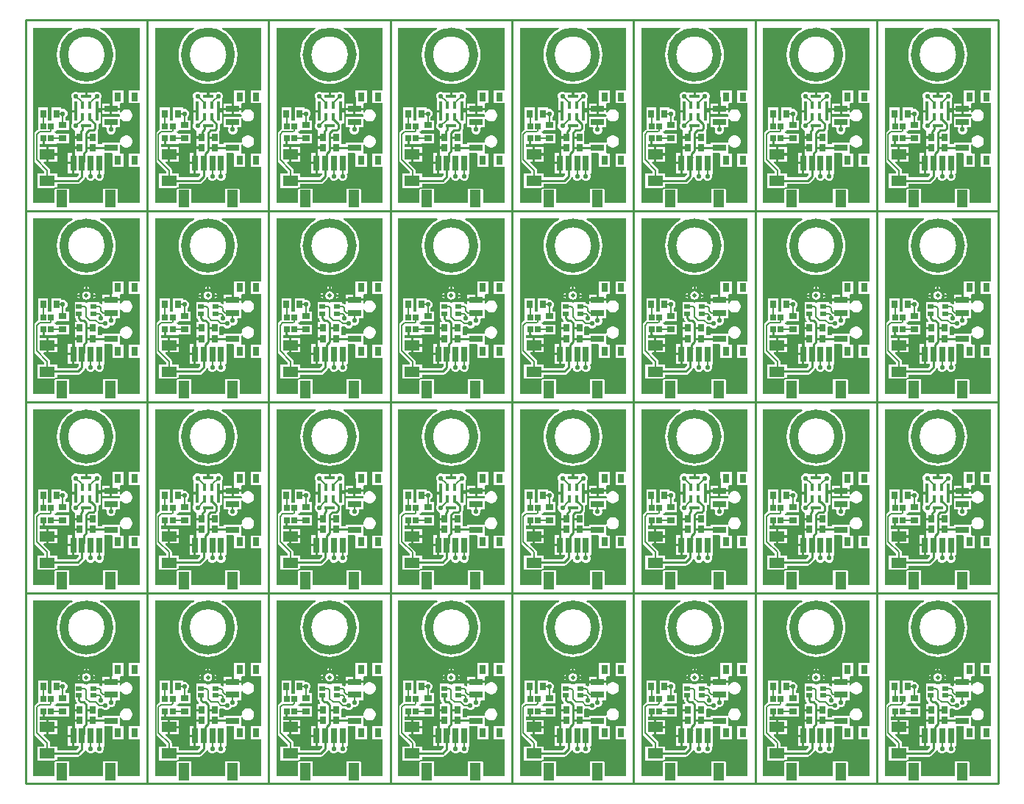
<source format=gtl>
G04*
G04 #@! TF.GenerationSoftware,Altium Limited,Altium Designer,22.2.1 (43)*
G04*
G04 Layer_Physical_Order=1*
G04 Layer_Color=255*
%FSLAX44Y44*%
%MOMM*%
G71*
G04*
G04 #@! TF.SameCoordinates,B7F19F8C-4A71-44AC-9732-6E8CD1541173*
G04*
G04*
G04 #@! TF.FilePolarity,Positive*
G04*
G01*
G75*
%ADD10C,0.1524*%
%ADD11C,0.2540*%
%ADD15R,0.7250X0.5220*%
%ADD16O,0.3000X0.1000*%
%ADD17O,0.1000X0.3000*%
%ADD18R,0.8000X1.0000*%
%ADD19R,1.5000X0.7000*%
%ADD20R,0.6350X0.8890*%
%ADD21R,0.7000X0.7500*%
%ADD22R,1.3000X0.3500*%
%ADD23R,0.4000X0.9500*%
%ADD24R,0.3500X2.3000*%
%ADD25R,1.2000X2.0000*%
%ADD26R,0.7000X1.8000*%
%ADD27R,1.7780X1.1430*%
%ADD28R,0.8890X0.6350*%
%ADD46C,0.3000*%
%ADD47C,1.0200*%
%ADD48R,0.1735X20.2115*%
%ADD49C,0.5000*%
%ADD50C,0.5500*%
%ADD51C,0.6200*%
G36*
X-428885Y-300960D02*
X-440890D01*
Y-316040D01*
X-428885D01*
Y-373960D01*
X-440890D01*
Y-389040D01*
X-428885D01*
Y-431000D01*
X-453460D01*
Y-413460D01*
X-470540D01*
Y-431000D01*
X-509460D01*
Y-413460D01*
X-523570D01*
Y-408885D01*
X-500000D01*
X-498513Y-408589D01*
X-497253Y-407747D01*
X-492253Y-402747D01*
X-491456Y-401555D01*
X-491079Y-401484D01*
X-490114Y-401477D01*
X-489485Y-402996D01*
X-487996Y-404485D01*
X-486052Y-405290D01*
X-483948D01*
X-482004Y-404485D01*
X-480759Y-403240D01*
X-480000Y-403095D01*
X-479241Y-403240D01*
X-477996Y-404485D01*
X-476052Y-405290D01*
X-473948D01*
X-472004Y-404485D01*
X-470515Y-402996D01*
X-469710Y-401052D01*
Y-398948D01*
X-470181Y-397810D01*
X-469333Y-396540D01*
X-468960D01*
Y-373540D01*
X-461286D01*
X-460190Y-373960D01*
X-460190Y-374810D01*
Y-389040D01*
X-447110D01*
Y-373960D01*
X-450364D01*
X-451460Y-373540D01*
X-451460Y-372690D01*
Y-363699D01*
X-450190Y-363359D01*
X-449633Y-364323D01*
X-448323Y-365633D01*
X-446717Y-366560D01*
X-444927Y-367040D01*
X-443073D01*
X-441283Y-366560D01*
X-439677Y-365633D01*
X-438367Y-364323D01*
X-437440Y-362717D01*
X-436960Y-360927D01*
Y-359073D01*
X-437440Y-357283D01*
X-438367Y-355677D01*
X-439677Y-354367D01*
X-441283Y-353440D01*
X-443073Y-352960D01*
X-444927D01*
X-446717Y-353440D01*
X-448323Y-354367D01*
X-449633Y-355677D01*
X-450560Y-357283D01*
X-451040Y-359073D01*
Y-360364D01*
X-451301Y-361046D01*
X-452212Y-361460D01*
X-471540D01*
Y-363115D01*
X-476665D01*
Y-354270D01*
X-475395Y-353288D01*
X-475000Y-353367D01*
X-472114D01*
X-470997Y-354485D01*
X-469052Y-355290D01*
X-466948D01*
X-465004Y-354485D01*
X-463515Y-352996D01*
X-462948Y-351626D01*
X-462552Y-351790D01*
X-460448D01*
X-458503Y-350985D01*
X-457015Y-349496D01*
X-456210Y-347552D01*
Y-345448D01*
X-456563Y-344596D01*
X-455857Y-343540D01*
X-451460D01*
Y-333699D01*
X-450190Y-333359D01*
X-449633Y-334323D01*
X-448323Y-335633D01*
X-446717Y-336560D01*
X-444927Y-337040D01*
X-443073D01*
X-441283Y-336560D01*
X-439677Y-335633D01*
X-438367Y-334323D01*
X-437440Y-332717D01*
X-436960Y-330927D01*
Y-329073D01*
X-437440Y-327283D01*
X-438367Y-325677D01*
X-439677Y-324367D01*
X-441283Y-323440D01*
X-443073Y-322960D01*
X-444927D01*
X-446717Y-323440D01*
X-448323Y-324367D01*
X-449633Y-325677D01*
X-450190Y-326641D01*
X-451460Y-326301D01*
Y-323770D01*
X-471540D01*
Y-326903D01*
X-472077Y-327276D01*
X-472810Y-327499D01*
X-473692Y-326910D01*
X-474980Y-326653D01*
X-475460D01*
Y-324870D01*
X-486900D01*
Y-323125D01*
X-487136Y-321939D01*
X-487177Y-321878D01*
X-487145Y-321773D01*
X-485727Y-320355D01*
X-485622Y-320323D01*
X-485561Y-320364D01*
X-484645Y-320546D01*
Y-317500D01*
Y-314454D01*
X-485561Y-314636D01*
X-485622Y-314677D01*
X-485727Y-314645D01*
X-487145Y-313227D01*
X-487177Y-313122D01*
X-487136Y-313061D01*
X-486954Y-312145D01*
X-493046D01*
X-492864Y-313061D01*
X-492823Y-313122D01*
X-492855Y-313227D01*
X-494273Y-314645D01*
X-494378Y-314677D01*
X-494439Y-314636D01*
X-495355Y-314454D01*
Y-317500D01*
Y-320546D01*
X-494439Y-320364D01*
X-494378Y-320323D01*
X-494273Y-320355D01*
X-492855Y-321773D01*
X-492823Y-321878D01*
X-492864Y-321939D01*
X-493100Y-323125D01*
Y-324870D01*
X-504535D01*
Y-335170D01*
Y-343390D01*
X-502255D01*
Y-343630D01*
X-501959Y-345117D01*
X-501117Y-346377D01*
X-500652Y-346841D01*
X-501138Y-348015D01*
X-503335D01*
Y-353730D01*
X-497620D01*
Y-356270D01*
X-503335D01*
Y-361985D01*
Y-365730D01*
X-497620D01*
Y-368270D01*
X-503335D01*
Y-373460D01*
X-503730D01*
Y-385000D01*
Y-396540D01*
X-498885D01*
Y-398391D01*
X-501609Y-401115D01*
X-523570D01*
Y-396985D01*
X-531393D01*
Y-393240D01*
X-531650Y-391952D01*
X-532379Y-390859D01*
X-539050Y-384188D01*
X-538564Y-383015D01*
X-536270D01*
Y-374760D01*
Y-366505D01*
X-543633D01*
Y-362790D01*
X-540570D01*
Y-356500D01*
X-538030D01*
Y-362790D01*
X-524660D01*
Y-362790D01*
X-523985Y-362335D01*
X-510015D01*
Y-350905D01*
X-523985D01*
X-524660Y-350210D01*
Y-350210D01*
X-525587D01*
X-526322Y-348940D01*
X-526236Y-348790D01*
X-524660D01*
Y-348086D01*
X-523985Y-347095D01*
X-523390Y-347095D01*
X-510015D01*
Y-335665D01*
X-513633D01*
Y-332114D01*
X-512515Y-330997D01*
X-511710Y-329052D01*
Y-326948D01*
X-512515Y-325003D01*
X-514003Y-323515D01*
X-515948Y-322710D01*
X-518052D01*
X-518665Y-322300D01*
Y-321015D01*
X-530095D01*
Y-334940D01*
X-530095Y-334985D01*
X-530204Y-336210D01*
X-533796D01*
X-533905Y-334985D01*
X-533905D01*
Y-321015D01*
X-545335D01*
Y-334985D01*
X-545335D01*
X-545340Y-336210D01*
X-545340D01*
X-545340Y-336253D01*
Y-345924D01*
X-546381Y-346619D01*
X-549381Y-349619D01*
X-549845Y-350315D01*
X-551115Y-349930D01*
Y-228885D01*
X-506229D01*
X-505871Y-230155D01*
X-509893Y-232619D01*
X-513932Y-236068D01*
X-517381Y-240107D01*
X-520155Y-244635D01*
X-522188Y-249541D01*
X-523428Y-254706D01*
X-523844Y-260000D01*
X-523428Y-265294D01*
X-522188Y-270459D01*
X-520155Y-275365D01*
X-517381Y-279893D01*
X-513932Y-283932D01*
X-509893Y-287381D01*
X-505365Y-290156D01*
X-500458Y-292188D01*
X-495294Y-293428D01*
X-490000Y-293844D01*
X-484706Y-293428D01*
X-479542Y-292188D01*
X-474635Y-290156D01*
X-470107Y-287381D01*
X-466068Y-283932D01*
X-462619Y-279893D01*
X-459845Y-275365D01*
X-457812Y-270459D01*
X-456572Y-265294D01*
X-456156Y-260000D01*
X-456572Y-254706D01*
X-457812Y-249541D01*
X-459845Y-244635D01*
X-462619Y-240107D01*
X-466068Y-236068D01*
X-470107Y-232619D01*
X-474129Y-230155D01*
X-473771Y-228885D01*
X-428885D01*
Y-300960D01*
D02*
G37*
G36*
X-549381Y-383381D02*
X-538127Y-394635D01*
Y-396985D01*
X-546430D01*
Y-413495D01*
X-526540D01*
Y-431000D01*
X-551115D01*
Y-383070D01*
X-549845Y-382685D01*
X-549381Y-383381D01*
D02*
G37*
G36*
X-288885Y-300960D02*
X-300890D01*
Y-316040D01*
X-288885D01*
Y-373960D01*
X-300890D01*
Y-389040D01*
X-288885D01*
Y-431000D01*
X-313460D01*
Y-413460D01*
X-330540D01*
Y-431000D01*
X-369460D01*
Y-413460D01*
X-383570D01*
Y-408885D01*
X-360000D01*
X-358513Y-408589D01*
X-357253Y-407747D01*
X-352253Y-402747D01*
X-351456Y-401555D01*
X-351079Y-401484D01*
X-350114Y-401477D01*
X-349485Y-402996D01*
X-347996Y-404485D01*
X-346052Y-405290D01*
X-343948D01*
X-342004Y-404485D01*
X-340759Y-403240D01*
X-340000Y-403095D01*
X-339241Y-403240D01*
X-337996Y-404485D01*
X-336052Y-405290D01*
X-333948D01*
X-332004Y-404485D01*
X-330515Y-402996D01*
X-329710Y-401052D01*
Y-398948D01*
X-330181Y-397810D01*
X-329333Y-396540D01*
X-328960D01*
Y-373540D01*
X-321286D01*
X-320190Y-373960D01*
X-320190Y-374810D01*
Y-389040D01*
X-307110D01*
Y-373960D01*
X-310364D01*
X-311460Y-373540D01*
X-311460Y-372690D01*
Y-363699D01*
X-310190Y-363359D01*
X-309633Y-364323D01*
X-308323Y-365633D01*
X-306717Y-366560D01*
X-304927Y-367040D01*
X-303073D01*
X-301283Y-366560D01*
X-299677Y-365633D01*
X-298367Y-364323D01*
X-297440Y-362717D01*
X-296960Y-360927D01*
Y-359073D01*
X-297440Y-357283D01*
X-298367Y-355677D01*
X-299677Y-354367D01*
X-301283Y-353440D01*
X-303073Y-352960D01*
X-304927D01*
X-306717Y-353440D01*
X-308323Y-354367D01*
X-309633Y-355677D01*
X-310560Y-357283D01*
X-311040Y-359073D01*
Y-360364D01*
X-311301Y-361046D01*
X-312212Y-361460D01*
X-331540D01*
Y-363115D01*
X-336665D01*
Y-354270D01*
X-335395Y-353288D01*
X-335000Y-353367D01*
X-332114D01*
X-330997Y-354485D01*
X-329052Y-355290D01*
X-326948D01*
X-325004Y-354485D01*
X-323515Y-352996D01*
X-322948Y-351626D01*
X-322552Y-351790D01*
X-320448D01*
X-318503Y-350985D01*
X-317015Y-349496D01*
X-316210Y-347552D01*
Y-345448D01*
X-316563Y-344596D01*
X-315857Y-343540D01*
X-311460D01*
Y-333699D01*
X-310190Y-333359D01*
X-309633Y-334323D01*
X-308323Y-335633D01*
X-306717Y-336560D01*
X-304927Y-337040D01*
X-303073D01*
X-301283Y-336560D01*
X-299677Y-335633D01*
X-298367Y-334323D01*
X-297440Y-332717D01*
X-296960Y-330927D01*
Y-329073D01*
X-297440Y-327283D01*
X-298367Y-325677D01*
X-299677Y-324367D01*
X-301283Y-323440D01*
X-303073Y-322960D01*
X-304927D01*
X-306717Y-323440D01*
X-308323Y-324367D01*
X-309633Y-325677D01*
X-310190Y-326641D01*
X-311460Y-326301D01*
Y-323770D01*
X-331540D01*
Y-326903D01*
X-332077Y-327276D01*
X-332810Y-327499D01*
X-333692Y-326910D01*
X-334980Y-326653D01*
X-335460D01*
Y-324870D01*
X-346900D01*
Y-323125D01*
X-347136Y-321939D01*
X-347177Y-321878D01*
X-347145Y-321773D01*
X-345727Y-320355D01*
X-345622Y-320323D01*
X-345561Y-320364D01*
X-344645Y-320546D01*
Y-317500D01*
Y-314454D01*
X-345561Y-314636D01*
X-345622Y-314677D01*
X-345727Y-314645D01*
X-347145Y-313227D01*
X-347177Y-313122D01*
X-347136Y-313061D01*
X-346954Y-312145D01*
X-353046D01*
X-352864Y-313061D01*
X-352823Y-313122D01*
X-352855Y-313227D01*
X-354273Y-314645D01*
X-354378Y-314677D01*
X-354439Y-314636D01*
X-355355Y-314454D01*
Y-317500D01*
Y-320546D01*
X-354439Y-320364D01*
X-354378Y-320323D01*
X-354273Y-320355D01*
X-352855Y-321773D01*
X-352823Y-321878D01*
X-352864Y-321939D01*
X-353100Y-323125D01*
Y-324870D01*
X-364535D01*
Y-335170D01*
Y-343390D01*
X-362255D01*
Y-343630D01*
X-361959Y-345117D01*
X-361117Y-346377D01*
X-360652Y-346841D01*
X-361138Y-348015D01*
X-363335D01*
Y-353730D01*
X-357620D01*
Y-356270D01*
X-363335D01*
Y-361985D01*
Y-365730D01*
X-357620D01*
Y-368270D01*
X-363335D01*
Y-373460D01*
X-363730D01*
Y-385000D01*
Y-396540D01*
X-358885D01*
Y-398391D01*
X-361609Y-401115D01*
X-383570D01*
Y-396985D01*
X-391393D01*
Y-393240D01*
X-391650Y-391952D01*
X-392379Y-390859D01*
X-399050Y-384188D01*
X-398564Y-383015D01*
X-396270D01*
Y-374760D01*
Y-366505D01*
X-403633D01*
Y-362790D01*
X-400570D01*
Y-356500D01*
X-398030D01*
Y-362790D01*
X-384660D01*
Y-362790D01*
X-383985Y-362335D01*
X-370015D01*
Y-350905D01*
X-383985D01*
X-384660Y-350210D01*
Y-350210D01*
X-385587D01*
X-386322Y-348940D01*
X-386236Y-348790D01*
X-384660D01*
Y-348086D01*
X-383985Y-347095D01*
X-383390Y-347095D01*
X-370015D01*
Y-335665D01*
X-373633D01*
Y-332114D01*
X-372515Y-330997D01*
X-371710Y-329052D01*
Y-326948D01*
X-372515Y-325003D01*
X-374003Y-323515D01*
X-375948Y-322710D01*
X-378052D01*
X-378665Y-322300D01*
Y-321015D01*
X-390095D01*
Y-334940D01*
X-390095Y-334985D01*
X-390204Y-336210D01*
X-393796D01*
X-393905Y-334985D01*
X-393905D01*
Y-321015D01*
X-405335D01*
Y-334985D01*
X-405335D01*
X-405340Y-336210D01*
X-405340D01*
X-405340Y-336253D01*
Y-345924D01*
X-406381Y-346619D01*
X-409381Y-349619D01*
X-409845Y-350315D01*
X-411115Y-349930D01*
Y-228885D01*
X-366229D01*
X-365871Y-230155D01*
X-369893Y-232619D01*
X-373932Y-236068D01*
X-377381Y-240107D01*
X-380155Y-244635D01*
X-382188Y-249541D01*
X-383428Y-254706D01*
X-383844Y-260000D01*
X-383428Y-265294D01*
X-382188Y-270459D01*
X-380155Y-275365D01*
X-377381Y-279893D01*
X-373932Y-283932D01*
X-369893Y-287381D01*
X-365365Y-290156D01*
X-360458Y-292188D01*
X-355294Y-293428D01*
X-350000Y-293844D01*
X-344706Y-293428D01*
X-339542Y-292188D01*
X-334635Y-290156D01*
X-330107Y-287381D01*
X-326068Y-283932D01*
X-322619Y-279893D01*
X-319844Y-275365D01*
X-317812Y-270459D01*
X-316572Y-265294D01*
X-316156Y-260000D01*
X-316572Y-254706D01*
X-317812Y-249541D01*
X-319844Y-244635D01*
X-322619Y-240107D01*
X-326068Y-236068D01*
X-330107Y-232619D01*
X-334129Y-230155D01*
X-333771Y-228885D01*
X-288885D01*
Y-300960D01*
D02*
G37*
G36*
X-409381Y-383381D02*
X-398127Y-394635D01*
Y-396985D01*
X-406430D01*
Y-413495D01*
X-386540D01*
Y-431000D01*
X-411115D01*
Y-383070D01*
X-409845Y-382685D01*
X-409381Y-383381D01*
D02*
G37*
G36*
X-428885Y-80960D02*
X-440890D01*
Y-96040D01*
X-428885D01*
Y-153960D01*
X-440890D01*
Y-169040D01*
X-428885D01*
Y-211000D01*
X-453460D01*
Y-193460D01*
X-470540D01*
Y-211000D01*
X-509460D01*
Y-193460D01*
X-523570D01*
Y-188885D01*
X-500000D01*
X-498513Y-188589D01*
X-497253Y-187747D01*
X-492253Y-182747D01*
X-491456Y-181555D01*
X-491079Y-181484D01*
X-490114Y-181477D01*
X-489485Y-182997D01*
X-487996Y-184485D01*
X-486052Y-185290D01*
X-483948D01*
X-482004Y-184485D01*
X-480759Y-183240D01*
X-480000Y-183095D01*
X-479241Y-183240D01*
X-477996Y-184485D01*
X-476052Y-185290D01*
X-473948D01*
X-472004Y-184485D01*
X-470515Y-182997D01*
X-469710Y-181052D01*
Y-178948D01*
X-470181Y-177810D01*
X-469333Y-176540D01*
X-468960D01*
Y-153540D01*
X-461286D01*
X-460190Y-153960D01*
X-460190Y-154810D01*
Y-169040D01*
X-447110D01*
Y-153960D01*
X-450364D01*
X-451460Y-153540D01*
X-451460Y-152690D01*
Y-143699D01*
X-450190Y-143359D01*
X-449633Y-144323D01*
X-448323Y-145633D01*
X-446717Y-146560D01*
X-444927Y-147040D01*
X-443073D01*
X-441283Y-146560D01*
X-439677Y-145633D01*
X-438367Y-144323D01*
X-437440Y-142717D01*
X-436960Y-140927D01*
Y-139073D01*
X-437440Y-137283D01*
X-438367Y-135677D01*
X-439677Y-134367D01*
X-441283Y-133440D01*
X-443073Y-132960D01*
X-444927D01*
X-446717Y-133440D01*
X-448323Y-134367D01*
X-449633Y-135677D01*
X-450560Y-137283D01*
X-451040Y-139073D01*
Y-140364D01*
X-451301Y-141046D01*
X-452212Y-141460D01*
X-471540D01*
Y-143115D01*
X-476665D01*
Y-128015D01*
X-476665Y-128015D01*
X-476665D01*
X-476601Y-126771D01*
X-476411Y-126487D01*
X-476115Y-125000D01*
Y-120000D01*
X-475327Y-119040D01*
X-473460D01*
Y-106270D01*
X-477750D01*
Y-103730D01*
X-473460D01*
Y-90960D01*
X-473460D01*
X-473485Y-90923D01*
X-472710Y-89052D01*
Y-86948D01*
X-473515Y-85003D01*
X-475004Y-83515D01*
X-476948Y-82710D01*
X-479052D01*
X-480923Y-83485D01*
X-480960Y-83460D01*
Y-83460D01*
X-488730D01*
Y-87750D01*
X-491270D01*
Y-83460D01*
X-499040D01*
Y-83460D01*
X-499077Y-83485D01*
X-500948Y-82710D01*
X-503052D01*
X-504996Y-83515D01*
X-506485Y-85003D01*
X-507290Y-86948D01*
Y-89052D01*
X-506515Y-90923D01*
X-506540Y-90960D01*
X-506540D01*
Y-103730D01*
X-502250D01*
Y-106270D01*
X-506540D01*
Y-119040D01*
X-506540D01*
X-506515Y-119077D01*
X-507290Y-120948D01*
Y-123052D01*
X-506485Y-124997D01*
X-504996Y-126485D01*
X-503852Y-126959D01*
X-503335Y-128015D01*
Y-133730D01*
X-497620D01*
Y-136270D01*
X-503335D01*
Y-141985D01*
Y-145730D01*
X-497620D01*
Y-148270D01*
X-503335D01*
Y-153460D01*
X-503730D01*
Y-165000D01*
Y-176540D01*
X-498885D01*
Y-178391D01*
X-501609Y-181115D01*
X-523570D01*
Y-176985D01*
X-531393D01*
Y-173240D01*
X-531650Y-171952D01*
X-532379Y-170859D01*
X-539050Y-164188D01*
X-538564Y-163015D01*
X-536270D01*
Y-154760D01*
Y-146505D01*
X-543633D01*
Y-142790D01*
X-540570D01*
Y-136500D01*
X-538030D01*
Y-142790D01*
X-524660D01*
Y-142790D01*
X-523985Y-142335D01*
X-510015D01*
Y-130905D01*
X-523985D01*
X-524660Y-130210D01*
Y-130210D01*
X-525587D01*
X-526322Y-128940D01*
X-526236Y-128790D01*
X-524660D01*
Y-128085D01*
X-523985Y-127095D01*
X-523390Y-127095D01*
X-510015D01*
Y-115665D01*
X-513633D01*
Y-112114D01*
X-512515Y-110997D01*
X-511710Y-109052D01*
Y-106948D01*
X-512515Y-105003D01*
X-514003Y-103515D01*
X-515948Y-102710D01*
X-518052D01*
X-518665Y-102301D01*
Y-101015D01*
X-530095D01*
Y-114940D01*
X-530095Y-114985D01*
X-530204Y-116210D01*
X-533796D01*
X-533905Y-114985D01*
X-533905D01*
Y-101015D01*
X-545335D01*
Y-114985D01*
X-545335D01*
X-545340Y-116210D01*
X-545340D01*
X-545340Y-116253D01*
Y-125924D01*
X-546381Y-126619D01*
X-549381Y-129619D01*
X-549845Y-130315D01*
X-551115Y-129930D01*
Y-8885D01*
X-506229D01*
X-505871Y-10155D01*
X-509893Y-12619D01*
X-513932Y-16068D01*
X-517381Y-20107D01*
X-520155Y-24635D01*
X-522188Y-29541D01*
X-523428Y-34706D01*
X-523844Y-40000D01*
X-523428Y-45294D01*
X-522188Y-50458D01*
X-520155Y-55365D01*
X-517381Y-59893D01*
X-513932Y-63931D01*
X-509893Y-67381D01*
X-505365Y-70156D01*
X-500458Y-72188D01*
X-495294Y-73428D01*
X-490000Y-73844D01*
X-484706Y-73428D01*
X-479542Y-72188D01*
X-474635Y-70156D01*
X-470107Y-67381D01*
X-466068Y-63931D01*
X-462619Y-59893D01*
X-459845Y-55365D01*
X-457812Y-50458D01*
X-456572Y-45294D01*
X-456156Y-40000D01*
X-456572Y-34706D01*
X-457812Y-29541D01*
X-459845Y-24635D01*
X-462619Y-20107D01*
X-466068Y-16068D01*
X-470107Y-12619D01*
X-474129Y-10155D01*
X-473771Y-8885D01*
X-428885D01*
Y-80960D01*
D02*
G37*
G36*
X-549381Y-163381D02*
X-538127Y-174634D01*
Y-176985D01*
X-546430D01*
Y-193495D01*
X-526540D01*
Y-211000D01*
X-551115D01*
Y-163070D01*
X-549845Y-162685D01*
X-549381Y-163381D01*
D02*
G37*
G36*
X-288885Y-80960D02*
X-300890D01*
Y-96040D01*
X-288885D01*
Y-153960D01*
X-300890D01*
Y-169040D01*
X-288885D01*
Y-211000D01*
X-313460D01*
Y-193460D01*
X-330540D01*
Y-211000D01*
X-369460D01*
Y-193460D01*
X-383570D01*
Y-188885D01*
X-360000D01*
X-358513Y-188589D01*
X-357253Y-187747D01*
X-352253Y-182747D01*
X-351456Y-181555D01*
X-351079Y-181484D01*
X-350114Y-181477D01*
X-349485Y-182997D01*
X-347996Y-184485D01*
X-346052Y-185290D01*
X-343948D01*
X-342004Y-184485D01*
X-340759Y-183240D01*
X-340000Y-183095D01*
X-339241Y-183240D01*
X-337996Y-184485D01*
X-336052Y-185290D01*
X-333948D01*
X-332004Y-184485D01*
X-330515Y-182997D01*
X-329710Y-181052D01*
Y-178948D01*
X-330181Y-177810D01*
X-329333Y-176540D01*
X-328960D01*
Y-153540D01*
X-321286D01*
X-320190Y-153960D01*
X-320190Y-154810D01*
Y-169040D01*
X-307110D01*
Y-153960D01*
X-310364D01*
X-311460Y-153540D01*
X-311460Y-152690D01*
Y-143699D01*
X-310190Y-143359D01*
X-309633Y-144323D01*
X-308323Y-145633D01*
X-306717Y-146560D01*
X-304927Y-147040D01*
X-303073D01*
X-301283Y-146560D01*
X-299677Y-145633D01*
X-298367Y-144323D01*
X-297440Y-142717D01*
X-296960Y-140927D01*
Y-139073D01*
X-297440Y-137283D01*
X-298367Y-135677D01*
X-299677Y-134367D01*
X-301283Y-133440D01*
X-303073Y-132960D01*
X-304927D01*
X-306717Y-133440D01*
X-308323Y-134367D01*
X-309633Y-135677D01*
X-310560Y-137283D01*
X-311040Y-139073D01*
Y-140364D01*
X-311301Y-141046D01*
X-312212Y-141460D01*
X-331540D01*
Y-143115D01*
X-336665D01*
Y-128015D01*
X-336665Y-128015D01*
X-336665D01*
X-336601Y-126771D01*
X-336411Y-126487D01*
X-336115Y-125000D01*
Y-120000D01*
X-335327Y-119040D01*
X-333460D01*
Y-106270D01*
X-337750D01*
Y-103730D01*
X-333460D01*
Y-90960D01*
X-333460D01*
X-333485Y-90923D01*
X-332710Y-89052D01*
Y-86948D01*
X-333515Y-85003D01*
X-335004Y-83515D01*
X-336948Y-82710D01*
X-339052D01*
X-340923Y-83485D01*
X-340960Y-83460D01*
Y-83460D01*
X-348730D01*
Y-87750D01*
X-351270D01*
Y-83460D01*
X-359040D01*
Y-83460D01*
X-359077Y-83485D01*
X-360948Y-82710D01*
X-363052D01*
X-364996Y-83515D01*
X-366485Y-85003D01*
X-367290Y-86948D01*
Y-89052D01*
X-366515Y-90923D01*
X-366540Y-90960D01*
X-366540D01*
Y-103730D01*
X-362250D01*
Y-106270D01*
X-366540D01*
Y-119040D01*
X-366540D01*
X-366515Y-119077D01*
X-367290Y-120948D01*
Y-123052D01*
X-366485Y-124997D01*
X-364996Y-126485D01*
X-363852Y-126959D01*
X-363335Y-128015D01*
Y-133730D01*
X-357620D01*
Y-136270D01*
X-363335D01*
Y-141985D01*
Y-145730D01*
X-357620D01*
Y-148270D01*
X-363335D01*
Y-153460D01*
X-363730D01*
Y-165000D01*
Y-176540D01*
X-358885D01*
Y-178391D01*
X-361609Y-181115D01*
X-383570D01*
Y-176985D01*
X-391393D01*
Y-173240D01*
X-391650Y-171952D01*
X-392379Y-170859D01*
X-399050Y-164188D01*
X-398564Y-163015D01*
X-396270D01*
Y-154760D01*
Y-146505D01*
X-403633D01*
Y-142790D01*
X-400570D01*
Y-136500D01*
X-398030D01*
Y-142790D01*
X-384660D01*
Y-142790D01*
X-383985Y-142335D01*
X-370015D01*
Y-130905D01*
X-383985D01*
X-384660Y-130210D01*
Y-130210D01*
X-385587D01*
X-386322Y-128940D01*
X-386236Y-128790D01*
X-384660D01*
Y-128085D01*
X-383985Y-127095D01*
X-383390Y-127095D01*
X-370015D01*
Y-115665D01*
X-373633D01*
Y-112114D01*
X-372515Y-110997D01*
X-371710Y-109052D01*
Y-106948D01*
X-372515Y-105003D01*
X-374003Y-103515D01*
X-375948Y-102710D01*
X-378052D01*
X-378665Y-102301D01*
Y-101015D01*
X-390095D01*
Y-114940D01*
X-390095Y-114985D01*
X-390204Y-116210D01*
X-393796D01*
X-393905Y-114985D01*
X-393905D01*
Y-101015D01*
X-405335D01*
Y-114985D01*
X-405335D01*
X-405340Y-116210D01*
X-405340D01*
X-405340Y-116253D01*
Y-125924D01*
X-406381Y-126619D01*
X-409381Y-129619D01*
X-409845Y-130315D01*
X-411115Y-129930D01*
Y-8885D01*
X-366229D01*
X-365871Y-10155D01*
X-369893Y-12619D01*
X-373932Y-16068D01*
X-377381Y-20107D01*
X-380155Y-24635D01*
X-382188Y-29541D01*
X-383428Y-34706D01*
X-383844Y-40000D01*
X-383428Y-45294D01*
X-382188Y-50458D01*
X-380155Y-55365D01*
X-377381Y-59893D01*
X-373932Y-63931D01*
X-369893Y-67381D01*
X-365365Y-70156D01*
X-360458Y-72188D01*
X-355294Y-73428D01*
X-350000Y-73844D01*
X-344706Y-73428D01*
X-339542Y-72188D01*
X-334635Y-70156D01*
X-330107Y-67381D01*
X-326068Y-63931D01*
X-322619Y-59893D01*
X-319844Y-55365D01*
X-317812Y-50458D01*
X-316572Y-45294D01*
X-316156Y-40000D01*
X-316572Y-34706D01*
X-317812Y-29541D01*
X-319844Y-24635D01*
X-322619Y-20107D01*
X-326068Y-16068D01*
X-330107Y-12619D01*
X-334129Y-10155D01*
X-333771Y-8885D01*
X-288885D01*
Y-80960D01*
D02*
G37*
G36*
X-409381Y-163381D02*
X-398127Y-174634D01*
Y-176985D01*
X-406430D01*
Y-193495D01*
X-386540D01*
Y-211000D01*
X-411115D01*
Y-163070D01*
X-409845Y-162685D01*
X-409381Y-163381D01*
D02*
G37*
G36*
X-148885Y-300960D02*
X-160890D01*
Y-316040D01*
X-148885D01*
Y-373960D01*
X-160890D01*
Y-389040D01*
X-148885D01*
Y-431000D01*
X-173460D01*
Y-413460D01*
X-190540D01*
Y-431000D01*
X-229460D01*
Y-413460D01*
X-243570D01*
Y-408885D01*
X-220000D01*
X-218513Y-408589D01*
X-217253Y-407747D01*
X-212253Y-402747D01*
X-211457Y-401555D01*
X-211079Y-401484D01*
X-210114Y-401477D01*
X-209485Y-402996D01*
X-207997Y-404485D01*
X-206052Y-405290D01*
X-203948D01*
X-202003Y-404485D01*
X-200759Y-403240D01*
X-200000Y-403095D01*
X-199241Y-403240D01*
X-197997Y-404485D01*
X-196052Y-405290D01*
X-193948D01*
X-192003Y-404485D01*
X-190515Y-402996D01*
X-189710Y-401052D01*
Y-398948D01*
X-190181Y-397810D01*
X-189333Y-396540D01*
X-188960D01*
Y-373540D01*
X-181286D01*
X-180190Y-373960D01*
X-180190Y-374810D01*
Y-389040D01*
X-167110D01*
Y-373960D01*
X-170364D01*
X-171460Y-373540D01*
X-171460Y-372690D01*
Y-363699D01*
X-170190Y-363359D01*
X-169633Y-364323D01*
X-168323Y-365633D01*
X-166717Y-366560D01*
X-164927Y-367040D01*
X-163073D01*
X-161283Y-366560D01*
X-159677Y-365633D01*
X-158367Y-364323D01*
X-157440Y-362717D01*
X-156960Y-360927D01*
Y-359073D01*
X-157440Y-357283D01*
X-158367Y-355677D01*
X-159677Y-354367D01*
X-161283Y-353440D01*
X-163073Y-352960D01*
X-164927D01*
X-166717Y-353440D01*
X-168323Y-354367D01*
X-169633Y-355677D01*
X-170560Y-357283D01*
X-171040Y-359073D01*
Y-360364D01*
X-171301Y-361046D01*
X-172212Y-361460D01*
X-191540D01*
Y-363115D01*
X-196665D01*
Y-354270D01*
X-195395Y-353288D01*
X-195000Y-353367D01*
X-192115D01*
X-190996Y-354485D01*
X-189052Y-355290D01*
X-186948D01*
X-185004Y-354485D01*
X-183515Y-352996D01*
X-182948Y-351626D01*
X-182552Y-351790D01*
X-180448D01*
X-178503Y-350985D01*
X-177015Y-349496D01*
X-176210Y-347552D01*
Y-345448D01*
X-176563Y-344596D01*
X-175857Y-343540D01*
X-171460D01*
Y-333699D01*
X-170190Y-333359D01*
X-169633Y-334323D01*
X-168323Y-335633D01*
X-166717Y-336560D01*
X-164927Y-337040D01*
X-163073D01*
X-161283Y-336560D01*
X-159677Y-335633D01*
X-158367Y-334323D01*
X-157440Y-332717D01*
X-156960Y-330927D01*
Y-329073D01*
X-157440Y-327283D01*
X-158367Y-325677D01*
X-159677Y-324367D01*
X-161283Y-323440D01*
X-163073Y-322960D01*
X-164927D01*
X-166717Y-323440D01*
X-168323Y-324367D01*
X-169633Y-325677D01*
X-170190Y-326641D01*
X-171460Y-326301D01*
Y-323770D01*
X-191540D01*
Y-326903D01*
X-192077Y-327276D01*
X-192810Y-327499D01*
X-193692Y-326910D01*
X-194980Y-326653D01*
X-195460D01*
Y-324870D01*
X-206901D01*
Y-323125D01*
X-207136Y-321939D01*
X-207177Y-321878D01*
X-207145Y-321773D01*
X-205727Y-320355D01*
X-205622Y-320323D01*
X-205561Y-320364D01*
X-204645Y-320546D01*
Y-317500D01*
Y-314454D01*
X-205561Y-314636D01*
X-205622Y-314677D01*
X-205727Y-314645D01*
X-207145Y-313227D01*
X-207177Y-313122D01*
X-207136Y-313061D01*
X-206954Y-312145D01*
X-213046D01*
X-212864Y-313061D01*
X-212823Y-313122D01*
X-212855Y-313227D01*
X-214273Y-314645D01*
X-214378Y-314677D01*
X-214439Y-314636D01*
X-215355Y-314454D01*
Y-317500D01*
Y-320546D01*
X-214439Y-320364D01*
X-214378Y-320323D01*
X-214273Y-320355D01*
X-212855Y-321773D01*
X-212823Y-321878D01*
X-212864Y-321939D01*
X-213100Y-323125D01*
Y-324870D01*
X-224535D01*
Y-335170D01*
Y-343390D01*
X-222255D01*
Y-343630D01*
X-221959Y-345117D01*
X-221117Y-346377D01*
X-220652Y-346841D01*
X-221138Y-348015D01*
X-223335D01*
Y-353730D01*
X-217620D01*
Y-356270D01*
X-223335D01*
Y-361985D01*
Y-365730D01*
X-217620D01*
Y-368270D01*
X-223335D01*
Y-373460D01*
X-223730D01*
Y-385000D01*
Y-396540D01*
X-218885D01*
Y-398391D01*
X-221609Y-401115D01*
X-243570D01*
Y-396985D01*
X-251393D01*
Y-393240D01*
X-251650Y-391952D01*
X-252379Y-390859D01*
X-259050Y-384188D01*
X-258564Y-383015D01*
X-256270D01*
Y-374760D01*
Y-366505D01*
X-263633D01*
Y-362790D01*
X-260570D01*
Y-356500D01*
X-258030D01*
Y-362790D01*
X-244660D01*
Y-362790D01*
X-243985Y-362335D01*
X-230015D01*
Y-350905D01*
X-243985D01*
X-244660Y-350210D01*
Y-350210D01*
X-245587D01*
X-246322Y-348940D01*
X-246236Y-348790D01*
X-244660D01*
Y-348086D01*
X-243985Y-347095D01*
X-243390Y-347095D01*
X-230015D01*
Y-335665D01*
X-233633D01*
Y-332114D01*
X-232515Y-330997D01*
X-231710Y-329052D01*
Y-326948D01*
X-232515Y-325003D01*
X-234004Y-323515D01*
X-235948Y-322710D01*
X-238052D01*
X-238665Y-322300D01*
Y-321015D01*
X-250095D01*
Y-334940D01*
X-250095Y-334985D01*
X-250204Y-336210D01*
X-253796D01*
X-253905Y-334985D01*
X-253905D01*
Y-321015D01*
X-265335D01*
Y-334985D01*
X-265335D01*
X-265340Y-336210D01*
X-265340D01*
X-265340Y-336253D01*
Y-345924D01*
X-266381Y-346619D01*
X-269381Y-349619D01*
X-269845Y-350315D01*
X-271115Y-349930D01*
Y-228885D01*
X-226229D01*
X-225871Y-230155D01*
X-229893Y-232619D01*
X-233932Y-236068D01*
X-237381Y-240107D01*
X-240156Y-244635D01*
X-242188Y-249541D01*
X-243428Y-254706D01*
X-243844Y-260000D01*
X-243428Y-265294D01*
X-242188Y-270459D01*
X-240156Y-275365D01*
X-237381Y-279893D01*
X-233932Y-283932D01*
X-229893Y-287381D01*
X-225365Y-290156D01*
X-220459Y-292188D01*
X-215294Y-293428D01*
X-210000Y-293844D01*
X-204706Y-293428D01*
X-199541Y-292188D01*
X-194635Y-290156D01*
X-190107Y-287381D01*
X-186068Y-283932D01*
X-182619Y-279893D01*
X-179844Y-275365D01*
X-177812Y-270459D01*
X-176572Y-265294D01*
X-176156Y-260000D01*
X-176572Y-254706D01*
X-177812Y-249541D01*
X-179844Y-244635D01*
X-182619Y-240107D01*
X-186068Y-236068D01*
X-190107Y-232619D01*
X-194129Y-230155D01*
X-193771Y-228885D01*
X-148885D01*
Y-300960D01*
D02*
G37*
G36*
X-269381Y-383381D02*
X-258127Y-394635D01*
Y-396985D01*
X-266430D01*
Y-413495D01*
X-246540D01*
Y-431000D01*
X-271115D01*
Y-383070D01*
X-269845Y-382685D01*
X-269381Y-383381D01*
D02*
G37*
G36*
X-8885Y-300960D02*
X-20890D01*
Y-316040D01*
X-8885D01*
Y-373960D01*
X-20890D01*
Y-389040D01*
X-8885D01*
Y-431000D01*
X-33460D01*
Y-413460D01*
X-50540D01*
Y-431000D01*
X-89460D01*
Y-413460D01*
X-103570D01*
Y-408885D01*
X-80000D01*
X-78513Y-408589D01*
X-77253Y-407747D01*
X-72253Y-402747D01*
X-71456Y-401555D01*
X-71079Y-401484D01*
X-70114Y-401477D01*
X-69485Y-402996D01*
X-67997Y-404485D01*
X-66052Y-405290D01*
X-63948D01*
X-62003Y-404485D01*
X-60759Y-403240D01*
X-60000Y-403095D01*
X-59241Y-403240D01*
X-57997Y-404485D01*
X-56052Y-405290D01*
X-53948D01*
X-52003Y-404485D01*
X-50515Y-402996D01*
X-49710Y-401052D01*
Y-398948D01*
X-50181Y-397810D01*
X-49333Y-396540D01*
X-48960D01*
Y-373540D01*
X-41286D01*
X-40190Y-373960D01*
X-40190Y-374810D01*
Y-389040D01*
X-27110D01*
Y-373960D01*
X-30364D01*
X-31460Y-373540D01*
X-31460Y-372690D01*
Y-363699D01*
X-30190Y-363359D01*
X-29633Y-364323D01*
X-28323Y-365633D01*
X-26717Y-366560D01*
X-24927Y-367040D01*
X-23073D01*
X-21283Y-366560D01*
X-19677Y-365633D01*
X-18367Y-364323D01*
X-17440Y-362717D01*
X-16960Y-360927D01*
Y-359073D01*
X-17440Y-357283D01*
X-18367Y-355677D01*
X-19677Y-354367D01*
X-21283Y-353440D01*
X-23073Y-352960D01*
X-24927D01*
X-26717Y-353440D01*
X-28323Y-354367D01*
X-29633Y-355677D01*
X-30560Y-357283D01*
X-31040Y-359073D01*
Y-360364D01*
X-31301Y-361046D01*
X-32212Y-361460D01*
X-51540D01*
Y-363115D01*
X-56665D01*
Y-354270D01*
X-55395Y-353288D01*
X-55000Y-353367D01*
X-52115D01*
X-50996Y-354485D01*
X-49052Y-355290D01*
X-46948D01*
X-45003Y-354485D01*
X-43515Y-352996D01*
X-42948Y-351626D01*
X-42552Y-351790D01*
X-40448D01*
X-38503Y-350985D01*
X-37015Y-349496D01*
X-36210Y-347552D01*
Y-345448D01*
X-36563Y-344596D01*
X-35857Y-343540D01*
X-31460D01*
Y-333699D01*
X-30190Y-333359D01*
X-29633Y-334323D01*
X-28323Y-335633D01*
X-26717Y-336560D01*
X-24927Y-337040D01*
X-23073D01*
X-21283Y-336560D01*
X-19677Y-335633D01*
X-18367Y-334323D01*
X-17440Y-332717D01*
X-16960Y-330927D01*
Y-329073D01*
X-17440Y-327283D01*
X-18367Y-325677D01*
X-19677Y-324367D01*
X-21283Y-323440D01*
X-23073Y-322960D01*
X-24927D01*
X-26717Y-323440D01*
X-28323Y-324367D01*
X-29633Y-325677D01*
X-30190Y-326641D01*
X-31460Y-326301D01*
Y-323770D01*
X-51540D01*
Y-326903D01*
X-52077Y-327276D01*
X-52810Y-327499D01*
X-53692Y-326910D01*
X-54980Y-326653D01*
X-55460D01*
Y-324870D01*
X-66901D01*
Y-323125D01*
X-67136Y-321939D01*
X-67177Y-321878D01*
X-67145Y-321773D01*
X-65727Y-320355D01*
X-65622Y-320323D01*
X-65561Y-320364D01*
X-64645Y-320546D01*
Y-317500D01*
Y-314454D01*
X-65561Y-314636D01*
X-65622Y-314677D01*
X-65727Y-314645D01*
X-67145Y-313227D01*
X-67177Y-313122D01*
X-67136Y-313061D01*
X-66954Y-312145D01*
X-73046D01*
X-72864Y-313061D01*
X-72823Y-313122D01*
X-72855Y-313227D01*
X-74273Y-314645D01*
X-74378Y-314677D01*
X-74439Y-314636D01*
X-75355Y-314454D01*
Y-317500D01*
Y-320546D01*
X-74439Y-320364D01*
X-74378Y-320323D01*
X-74273Y-320355D01*
X-72855Y-321773D01*
X-72823Y-321878D01*
X-72864Y-321939D01*
X-73100Y-323125D01*
Y-324870D01*
X-84535D01*
Y-335170D01*
Y-343390D01*
X-82255D01*
Y-343630D01*
X-81959Y-345117D01*
X-81117Y-346377D01*
X-80652Y-346841D01*
X-81138Y-348015D01*
X-83335D01*
Y-353730D01*
X-77620D01*
Y-356270D01*
X-83335D01*
Y-361985D01*
Y-365730D01*
X-77620D01*
Y-368270D01*
X-83335D01*
Y-373460D01*
X-83730D01*
Y-385000D01*
Y-396540D01*
X-78885D01*
Y-398391D01*
X-81609Y-401115D01*
X-103570D01*
Y-396985D01*
X-111393D01*
Y-393240D01*
X-111650Y-391952D01*
X-112379Y-390859D01*
X-119050Y-384188D01*
X-118564Y-383015D01*
X-116270D01*
Y-374760D01*
Y-366505D01*
X-123633D01*
Y-362790D01*
X-120570D01*
Y-356500D01*
X-118030D01*
Y-362790D01*
X-104660D01*
Y-362790D01*
X-103985Y-362335D01*
X-90015D01*
Y-350905D01*
X-103985D01*
X-104660Y-350210D01*
Y-350210D01*
X-105587D01*
X-106322Y-348940D01*
X-106236Y-348790D01*
X-104660D01*
Y-348086D01*
X-103985Y-347095D01*
X-103390Y-347095D01*
X-90015D01*
Y-335665D01*
X-93633D01*
Y-332114D01*
X-92515Y-330997D01*
X-91710Y-329052D01*
Y-326948D01*
X-92515Y-325003D01*
X-94003Y-323515D01*
X-95948Y-322710D01*
X-98052D01*
X-98665Y-322300D01*
Y-321015D01*
X-110095D01*
Y-334940D01*
X-110095Y-334985D01*
X-110204Y-336210D01*
X-113796D01*
X-113905Y-334985D01*
X-113905D01*
Y-321015D01*
X-125335D01*
Y-334985D01*
X-125335D01*
X-125340Y-336210D01*
X-125340D01*
X-125340Y-336253D01*
Y-345924D01*
X-126381Y-346619D01*
X-129381Y-349619D01*
X-129845Y-350315D01*
X-131115Y-349930D01*
Y-228885D01*
X-86229D01*
X-85871Y-230155D01*
X-89893Y-232619D01*
X-93932Y-236068D01*
X-97381Y-240107D01*
X-100155Y-244635D01*
X-102188Y-249541D01*
X-103428Y-254706D01*
X-103844Y-260000D01*
X-103428Y-265294D01*
X-102188Y-270459D01*
X-100155Y-275365D01*
X-97381Y-279893D01*
X-93932Y-283932D01*
X-89893Y-287381D01*
X-85365Y-290156D01*
X-80458Y-292188D01*
X-75294Y-293428D01*
X-70000Y-293844D01*
X-64706Y-293428D01*
X-59542Y-292188D01*
X-54635Y-290156D01*
X-50107Y-287381D01*
X-46069Y-283932D01*
X-42619Y-279893D01*
X-39845Y-275365D01*
X-37812Y-270459D01*
X-36572Y-265294D01*
X-36156Y-260000D01*
X-36572Y-254706D01*
X-37812Y-249541D01*
X-39845Y-244635D01*
X-42619Y-240107D01*
X-46069Y-236068D01*
X-50107Y-232619D01*
X-54129Y-230155D01*
X-53771Y-228885D01*
X-8885D01*
Y-300960D01*
D02*
G37*
G36*
X-129381Y-383381D02*
X-118127Y-394635D01*
Y-396985D01*
X-126430D01*
Y-413495D01*
X-106540D01*
Y-431000D01*
X-131115D01*
Y-383070D01*
X-129845Y-382685D01*
X-129381Y-383381D01*
D02*
G37*
G36*
X-148885Y-80960D02*
X-160890D01*
Y-96040D01*
X-148885D01*
Y-153960D01*
X-160890D01*
Y-169040D01*
X-148885D01*
Y-211000D01*
X-173460D01*
Y-193460D01*
X-190540D01*
Y-211000D01*
X-229460D01*
Y-193460D01*
X-243570D01*
Y-188885D01*
X-220000D01*
X-218513Y-188589D01*
X-217253Y-187747D01*
X-212253Y-182747D01*
X-211457Y-181555D01*
X-211079Y-181484D01*
X-210114Y-181477D01*
X-209485Y-182997D01*
X-207997Y-184485D01*
X-206052Y-185290D01*
X-203948D01*
X-202003Y-184485D01*
X-200759Y-183240D01*
X-200000Y-183095D01*
X-199241Y-183240D01*
X-197997Y-184485D01*
X-196052Y-185290D01*
X-193948D01*
X-192003Y-184485D01*
X-190515Y-182997D01*
X-189710Y-181052D01*
Y-178948D01*
X-190181Y-177810D01*
X-189333Y-176540D01*
X-188960D01*
Y-153540D01*
X-181286D01*
X-180190Y-153960D01*
X-180190Y-154810D01*
Y-169040D01*
X-167110D01*
Y-153960D01*
X-170364D01*
X-171460Y-153540D01*
X-171460Y-152690D01*
Y-143699D01*
X-170190Y-143359D01*
X-169633Y-144323D01*
X-168323Y-145633D01*
X-166717Y-146560D01*
X-164927Y-147040D01*
X-163073D01*
X-161283Y-146560D01*
X-159677Y-145633D01*
X-158367Y-144323D01*
X-157440Y-142717D01*
X-156960Y-140927D01*
Y-139073D01*
X-157440Y-137283D01*
X-158367Y-135677D01*
X-159677Y-134367D01*
X-161283Y-133440D01*
X-163073Y-132960D01*
X-164927D01*
X-166717Y-133440D01*
X-168323Y-134367D01*
X-169633Y-135677D01*
X-170560Y-137283D01*
X-171040Y-139073D01*
Y-140364D01*
X-171301Y-141046D01*
X-172212Y-141460D01*
X-191540D01*
Y-143115D01*
X-196665D01*
Y-128015D01*
X-196665Y-128015D01*
X-196665D01*
X-196601Y-126771D01*
X-196411Y-126487D01*
X-196115Y-125000D01*
Y-120000D01*
X-195327Y-119040D01*
X-193460D01*
Y-106270D01*
X-197750D01*
Y-103730D01*
X-193460D01*
Y-90960D01*
X-193460D01*
X-193485Y-90923D01*
X-192710Y-89052D01*
Y-86948D01*
X-193515Y-85003D01*
X-195004Y-83515D01*
X-196948Y-82710D01*
X-199052D01*
X-200923Y-83485D01*
X-200960Y-83460D01*
Y-83460D01*
X-208730D01*
Y-87750D01*
X-211270D01*
Y-83460D01*
X-219040D01*
Y-83460D01*
X-219077Y-83485D01*
X-220948Y-82710D01*
X-223052D01*
X-224996Y-83515D01*
X-226485Y-85003D01*
X-227290Y-86948D01*
Y-89052D01*
X-226515Y-90923D01*
X-226540Y-90960D01*
X-226540D01*
Y-103730D01*
X-222250D01*
Y-106270D01*
X-226540D01*
Y-119040D01*
X-226540D01*
X-226515Y-119077D01*
X-227290Y-120948D01*
Y-123052D01*
X-226485Y-124997D01*
X-224996Y-126485D01*
X-223852Y-126959D01*
X-223335Y-128015D01*
Y-133730D01*
X-217620D01*
Y-136270D01*
X-223335D01*
Y-141985D01*
Y-145730D01*
X-217620D01*
Y-148270D01*
X-223335D01*
Y-153460D01*
X-223730D01*
Y-165000D01*
Y-176540D01*
X-218885D01*
Y-178391D01*
X-221609Y-181115D01*
X-243570D01*
Y-176985D01*
X-251393D01*
Y-173240D01*
X-251650Y-171952D01*
X-252379Y-170859D01*
X-259050Y-164188D01*
X-258564Y-163015D01*
X-256270D01*
Y-154760D01*
Y-146505D01*
X-263633D01*
Y-142790D01*
X-260570D01*
Y-136500D01*
X-258030D01*
Y-142790D01*
X-244660D01*
Y-142790D01*
X-243985Y-142335D01*
X-230015D01*
Y-130905D01*
X-243985D01*
X-244660Y-130210D01*
Y-130210D01*
X-245587D01*
X-246322Y-128940D01*
X-246236Y-128790D01*
X-244660D01*
Y-128085D01*
X-243985Y-127095D01*
X-243390Y-127095D01*
X-230015D01*
Y-115665D01*
X-233633D01*
Y-112114D01*
X-232515Y-110997D01*
X-231710Y-109052D01*
Y-106948D01*
X-232515Y-105003D01*
X-234004Y-103515D01*
X-235948Y-102710D01*
X-238052D01*
X-238665Y-102301D01*
Y-101015D01*
X-250095D01*
Y-114940D01*
X-250095Y-114985D01*
X-250204Y-116210D01*
X-253796D01*
X-253905Y-114985D01*
X-253905D01*
Y-101015D01*
X-265335D01*
Y-114985D01*
X-265335D01*
X-265340Y-116210D01*
X-265340D01*
X-265340Y-116253D01*
Y-125924D01*
X-266381Y-126619D01*
X-269381Y-129619D01*
X-269845Y-130315D01*
X-271115Y-129930D01*
Y-8885D01*
X-226229D01*
X-225871Y-10155D01*
X-229893Y-12619D01*
X-233932Y-16068D01*
X-237381Y-20107D01*
X-240156Y-24635D01*
X-242188Y-29541D01*
X-243428Y-34706D01*
X-243844Y-40000D01*
X-243428Y-45294D01*
X-242188Y-50458D01*
X-240156Y-55365D01*
X-237381Y-59893D01*
X-233932Y-63931D01*
X-229893Y-67381D01*
X-225365Y-70156D01*
X-220459Y-72188D01*
X-215294Y-73428D01*
X-210000Y-73844D01*
X-204706Y-73428D01*
X-199541Y-72188D01*
X-194635Y-70156D01*
X-190107Y-67381D01*
X-186068Y-63931D01*
X-182619Y-59893D01*
X-179844Y-55365D01*
X-177812Y-50458D01*
X-176572Y-45294D01*
X-176156Y-40000D01*
X-176572Y-34706D01*
X-177812Y-29541D01*
X-179844Y-24635D01*
X-182619Y-20107D01*
X-186068Y-16068D01*
X-190107Y-12619D01*
X-194129Y-10155D01*
X-193771Y-8885D01*
X-148885D01*
Y-80960D01*
D02*
G37*
G36*
X-269381Y-163381D02*
X-258127Y-174634D01*
Y-176985D01*
X-266430D01*
Y-193495D01*
X-246540D01*
Y-211000D01*
X-271115D01*
Y-163070D01*
X-269845Y-162685D01*
X-269381Y-163381D01*
D02*
G37*
G36*
X-8885Y-80960D02*
X-20890D01*
Y-96040D01*
X-8885D01*
Y-153960D01*
X-20890D01*
Y-169040D01*
X-8885D01*
Y-211000D01*
X-33460D01*
Y-193460D01*
X-50540D01*
Y-211000D01*
X-89460D01*
Y-193460D01*
X-103570D01*
Y-188885D01*
X-80000D01*
X-78513Y-188589D01*
X-77253Y-187747D01*
X-72253Y-182747D01*
X-71456Y-181555D01*
X-71079Y-181484D01*
X-70114Y-181477D01*
X-69485Y-182997D01*
X-67997Y-184485D01*
X-66052Y-185290D01*
X-63948D01*
X-62003Y-184485D01*
X-60759Y-183240D01*
X-60000Y-183095D01*
X-59241Y-183240D01*
X-57997Y-184485D01*
X-56052Y-185290D01*
X-53948D01*
X-52003Y-184485D01*
X-50515Y-182997D01*
X-49710Y-181052D01*
Y-178948D01*
X-50181Y-177810D01*
X-49333Y-176540D01*
X-48960D01*
Y-153540D01*
X-41286D01*
X-40190Y-153960D01*
X-40190Y-154810D01*
Y-169040D01*
X-27110D01*
Y-153960D01*
X-30364D01*
X-31460Y-153540D01*
X-31460Y-152690D01*
Y-143699D01*
X-30190Y-143359D01*
X-29633Y-144323D01*
X-28323Y-145633D01*
X-26717Y-146560D01*
X-24927Y-147040D01*
X-23073D01*
X-21283Y-146560D01*
X-19677Y-145633D01*
X-18367Y-144323D01*
X-17440Y-142717D01*
X-16960Y-140927D01*
Y-139073D01*
X-17440Y-137283D01*
X-18367Y-135677D01*
X-19677Y-134367D01*
X-21283Y-133440D01*
X-23073Y-132960D01*
X-24927D01*
X-26717Y-133440D01*
X-28323Y-134367D01*
X-29633Y-135677D01*
X-30560Y-137283D01*
X-31040Y-139073D01*
Y-140364D01*
X-31301Y-141046D01*
X-32212Y-141460D01*
X-51540D01*
Y-143115D01*
X-56665D01*
Y-128015D01*
X-56665Y-128015D01*
X-56665D01*
X-56601Y-126771D01*
X-56411Y-126487D01*
X-56115Y-125000D01*
Y-120000D01*
X-55328Y-119040D01*
X-53460D01*
Y-106270D01*
X-57750D01*
Y-103730D01*
X-53460D01*
Y-90960D01*
X-53460D01*
X-53485Y-90923D01*
X-52710Y-89052D01*
Y-86948D01*
X-53515Y-85003D01*
X-55003Y-83515D01*
X-56948Y-82710D01*
X-59052D01*
X-60923Y-83485D01*
X-60960Y-83460D01*
Y-83460D01*
X-68730D01*
Y-87750D01*
X-71270D01*
Y-83460D01*
X-79040D01*
Y-83460D01*
X-79077Y-83485D01*
X-80948Y-82710D01*
X-83052D01*
X-84997Y-83515D01*
X-86485Y-85003D01*
X-87290Y-86948D01*
Y-89052D01*
X-86515Y-90923D01*
X-86540Y-90960D01*
X-86540D01*
Y-103730D01*
X-82250D01*
Y-106270D01*
X-86540D01*
Y-119040D01*
X-86540D01*
X-86515Y-119077D01*
X-87290Y-120948D01*
Y-123052D01*
X-86485Y-124997D01*
X-84997Y-126485D01*
X-83852Y-126959D01*
X-83335Y-128015D01*
Y-133730D01*
X-77620D01*
Y-136270D01*
X-83335D01*
Y-141985D01*
Y-145730D01*
X-77620D01*
Y-148270D01*
X-83335D01*
Y-153460D01*
X-83730D01*
Y-165000D01*
Y-176540D01*
X-78885D01*
Y-178391D01*
X-81609Y-181115D01*
X-103570D01*
Y-176985D01*
X-111393D01*
Y-173240D01*
X-111650Y-171952D01*
X-112379Y-170859D01*
X-119050Y-164188D01*
X-118564Y-163015D01*
X-116270D01*
Y-154760D01*
Y-146505D01*
X-123633D01*
Y-142790D01*
X-120570D01*
Y-136500D01*
X-118030D01*
Y-142790D01*
X-104660D01*
Y-142790D01*
X-103985Y-142335D01*
X-90015D01*
Y-130905D01*
X-103985D01*
X-104660Y-130210D01*
Y-130210D01*
X-105587D01*
X-106322Y-128940D01*
X-106236Y-128790D01*
X-104660D01*
Y-128085D01*
X-103985Y-127095D01*
X-103390Y-127095D01*
X-90015D01*
Y-115665D01*
X-93633D01*
Y-112114D01*
X-92515Y-110997D01*
X-91710Y-109052D01*
Y-106948D01*
X-92515Y-105003D01*
X-94003Y-103515D01*
X-95948Y-102710D01*
X-98052D01*
X-98665Y-102301D01*
Y-101015D01*
X-110095D01*
Y-114940D01*
X-110095Y-114985D01*
X-110204Y-116210D01*
X-113796D01*
X-113905Y-114985D01*
X-113905D01*
Y-101015D01*
X-125335D01*
Y-114985D01*
X-125335D01*
X-125340Y-116210D01*
X-125340D01*
X-125340Y-116253D01*
Y-125924D01*
X-126381Y-126619D01*
X-129381Y-129619D01*
X-129845Y-130315D01*
X-131115Y-129930D01*
Y-8885D01*
X-86229D01*
X-85871Y-10155D01*
X-89893Y-12619D01*
X-93932Y-16068D01*
X-97381Y-20107D01*
X-100155Y-24635D01*
X-102188Y-29541D01*
X-103428Y-34706D01*
X-103844Y-40000D01*
X-103428Y-45294D01*
X-102188Y-50458D01*
X-100155Y-55365D01*
X-97381Y-59893D01*
X-93932Y-63931D01*
X-89893Y-67381D01*
X-85365Y-70156D01*
X-80458Y-72188D01*
X-75294Y-73428D01*
X-70000Y-73844D01*
X-64706Y-73428D01*
X-59542Y-72188D01*
X-54635Y-70156D01*
X-50107Y-67381D01*
X-46069Y-63931D01*
X-42619Y-59893D01*
X-39845Y-55365D01*
X-37812Y-50458D01*
X-36572Y-45294D01*
X-36156Y-40000D01*
X-36572Y-34706D01*
X-37812Y-29541D01*
X-39845Y-24635D01*
X-42619Y-20107D01*
X-46069Y-16068D01*
X-50107Y-12619D01*
X-54129Y-10155D01*
X-53771Y-8885D01*
X-8885D01*
Y-80960D01*
D02*
G37*
G36*
X-129381Y-163381D02*
X-118127Y-174634D01*
Y-176985D01*
X-126430D01*
Y-193495D01*
X-106540D01*
Y-211000D01*
X-131115D01*
Y-163070D01*
X-129845Y-162685D01*
X-129381Y-163381D01*
D02*
G37*
G36*
X-428885Y139040D02*
X-440890D01*
Y123960D01*
X-428885D01*
Y66040D01*
X-440890D01*
Y50960D01*
X-428885D01*
Y9000D01*
X-453460D01*
Y26540D01*
X-470540D01*
Y9000D01*
X-509460D01*
Y26540D01*
X-523570D01*
Y31115D01*
X-500000D01*
X-498513Y31411D01*
X-497253Y32253D01*
X-492253Y37253D01*
X-491456Y38445D01*
X-491079Y38516D01*
X-490114Y38523D01*
X-489485Y37004D01*
X-487996Y35515D01*
X-486052Y34710D01*
X-483948D01*
X-482004Y35515D01*
X-480759Y36760D01*
X-480000Y36905D01*
X-479241Y36760D01*
X-477996Y35515D01*
X-476052Y34710D01*
X-473948D01*
X-472004Y35515D01*
X-470515Y37004D01*
X-469710Y38948D01*
Y41052D01*
X-470181Y42190D01*
X-469333Y43460D01*
X-468960D01*
Y66460D01*
X-461286D01*
X-460190Y66040D01*
X-460190Y65190D01*
Y50960D01*
X-447110D01*
Y66040D01*
X-450364D01*
X-451460Y66460D01*
X-451460Y67310D01*
Y76301D01*
X-450190Y76641D01*
X-449633Y75677D01*
X-448323Y74367D01*
X-446717Y73440D01*
X-444927Y72960D01*
X-443073D01*
X-441283Y73440D01*
X-439677Y74367D01*
X-438367Y75677D01*
X-437440Y77283D01*
X-436960Y79073D01*
Y80927D01*
X-437440Y82717D01*
X-438367Y84323D01*
X-439677Y85633D01*
X-441283Y86560D01*
X-443073Y87040D01*
X-444927D01*
X-446717Y86560D01*
X-448323Y85633D01*
X-449633Y84323D01*
X-450560Y82717D01*
X-451040Y80927D01*
Y79636D01*
X-451301Y78954D01*
X-452212Y78540D01*
X-471540D01*
Y76885D01*
X-476665D01*
Y85730D01*
X-475395Y86712D01*
X-475000Y86633D01*
X-472114D01*
X-470997Y85515D01*
X-469052Y84710D01*
X-466948D01*
X-465004Y85515D01*
X-463515Y87003D01*
X-462948Y88374D01*
X-462552Y88210D01*
X-460448D01*
X-458503Y89015D01*
X-457015Y90504D01*
X-456210Y92448D01*
Y94552D01*
X-456563Y95404D01*
X-455857Y96460D01*
X-451460D01*
Y106301D01*
X-450190Y106641D01*
X-449633Y105677D01*
X-448323Y104367D01*
X-446717Y103440D01*
X-444927Y102960D01*
X-443073D01*
X-441283Y103440D01*
X-439677Y104367D01*
X-438367Y105677D01*
X-437440Y107283D01*
X-436960Y109073D01*
Y110927D01*
X-437440Y112717D01*
X-438367Y114323D01*
X-439677Y115633D01*
X-441283Y116560D01*
X-443073Y117040D01*
X-444927D01*
X-446717Y116560D01*
X-448323Y115633D01*
X-449633Y114323D01*
X-450190Y113359D01*
X-451460Y113699D01*
Y116230D01*
X-471540D01*
Y113097D01*
X-472077Y112724D01*
X-472810Y112501D01*
X-473692Y113090D01*
X-474980Y113347D01*
X-475460D01*
Y115130D01*
X-486900D01*
Y116875D01*
X-487136Y118061D01*
X-487177Y118122D01*
X-487145Y118227D01*
X-485727Y119645D01*
X-485622Y119677D01*
X-485561Y119636D01*
X-484645Y119454D01*
Y122500D01*
Y125546D01*
X-485561Y125364D01*
X-485622Y125323D01*
X-485727Y125355D01*
X-487145Y126773D01*
X-487177Y126878D01*
X-487136Y126939D01*
X-486954Y127855D01*
X-493046D01*
X-492864Y126939D01*
X-492823Y126878D01*
X-492855Y126773D01*
X-494273Y125355D01*
X-494378Y125323D01*
X-494439Y125364D01*
X-495355Y125546D01*
Y122500D01*
Y119454D01*
X-494439Y119636D01*
X-494378Y119677D01*
X-494273Y119645D01*
X-492855Y118227D01*
X-492823Y118122D01*
X-492864Y118061D01*
X-493100Y116875D01*
Y115130D01*
X-504535D01*
Y104830D01*
Y96610D01*
X-502255D01*
Y96370D01*
X-501959Y94883D01*
X-501117Y93623D01*
X-500652Y93159D01*
X-501138Y91985D01*
X-503335D01*
Y86270D01*
X-497620D01*
Y83730D01*
X-503335D01*
Y78015D01*
Y74270D01*
X-497620D01*
Y71730D01*
X-503335D01*
Y66540D01*
X-503730D01*
Y55000D01*
Y43460D01*
X-498885D01*
Y41609D01*
X-501609Y38885D01*
X-523570D01*
Y43015D01*
X-531393D01*
Y46760D01*
X-531650Y48048D01*
X-532379Y49141D01*
X-539050Y55812D01*
X-538564Y56985D01*
X-536270D01*
Y65240D01*
Y73495D01*
X-543633D01*
Y77210D01*
X-540570D01*
Y83500D01*
X-538030D01*
Y77210D01*
X-524660D01*
Y77210D01*
X-523985Y77665D01*
X-510015D01*
Y89095D01*
X-523985D01*
X-524660Y89790D01*
Y89790D01*
X-525587D01*
X-526322Y91060D01*
X-526236Y91210D01*
X-524660D01*
Y91915D01*
X-523985Y92905D01*
X-523390Y92905D01*
X-510015D01*
Y104335D01*
X-513633D01*
Y107886D01*
X-512515Y109003D01*
X-511710Y110948D01*
Y113052D01*
X-512515Y114997D01*
X-514003Y116485D01*
X-515948Y117290D01*
X-518052D01*
X-518665Y117699D01*
Y118985D01*
X-530095D01*
Y105060D01*
X-530095Y105015D01*
X-530204Y103790D01*
X-533796D01*
X-533905Y105015D01*
X-533905D01*
Y118985D01*
X-545335D01*
Y105015D01*
X-545335D01*
X-545340Y103790D01*
X-545340D01*
X-545340Y103747D01*
Y94076D01*
X-546381Y93381D01*
X-549381Y90381D01*
X-549845Y89685D01*
X-551115Y90070D01*
Y211115D01*
X-506229D01*
X-505871Y209845D01*
X-509893Y207381D01*
X-513932Y203932D01*
X-517381Y199893D01*
X-520155Y195365D01*
X-522188Y190459D01*
X-523428Y185294D01*
X-523844Y180000D01*
X-523428Y174706D01*
X-522188Y169541D01*
X-520155Y164635D01*
X-517381Y160107D01*
X-513932Y156068D01*
X-509893Y152619D01*
X-505365Y149845D01*
X-500458Y147812D01*
X-495294Y146572D01*
X-490000Y146156D01*
X-484706Y146572D01*
X-479542Y147812D01*
X-474635Y149845D01*
X-470107Y152619D01*
X-466068Y156068D01*
X-462619Y160107D01*
X-459845Y164635D01*
X-457812Y169541D01*
X-456572Y174706D01*
X-456156Y180000D01*
X-456572Y185294D01*
X-457812Y190459D01*
X-459845Y195365D01*
X-462619Y199893D01*
X-466068Y203932D01*
X-470107Y207381D01*
X-474129Y209845D01*
X-473771Y211115D01*
X-428885D01*
Y139040D01*
D02*
G37*
G36*
X-549381Y56619D02*
X-538127Y45366D01*
Y43015D01*
X-546430D01*
Y26505D01*
X-526540D01*
Y9000D01*
X-551115D01*
Y56930D01*
X-549845Y57315D01*
X-549381Y56619D01*
D02*
G37*
G36*
X-288885Y139040D02*
X-300890D01*
Y123960D01*
X-288885D01*
Y66040D01*
X-300890D01*
Y50960D01*
X-288885D01*
Y9000D01*
X-313460D01*
Y26540D01*
X-330540D01*
Y9000D01*
X-369460D01*
Y26540D01*
X-383570D01*
Y31115D01*
X-360000D01*
X-358513Y31411D01*
X-357253Y32253D01*
X-352253Y37253D01*
X-351456Y38445D01*
X-351079Y38516D01*
X-350114Y38523D01*
X-349485Y37004D01*
X-347996Y35515D01*
X-346052Y34710D01*
X-343948D01*
X-342004Y35515D01*
X-340759Y36760D01*
X-340000Y36905D01*
X-339241Y36760D01*
X-337996Y35515D01*
X-336052Y34710D01*
X-333948D01*
X-332004Y35515D01*
X-330515Y37004D01*
X-329710Y38948D01*
Y41052D01*
X-330181Y42190D01*
X-329333Y43460D01*
X-328960D01*
Y66460D01*
X-321286D01*
X-320190Y66040D01*
X-320190Y65190D01*
Y50960D01*
X-307110D01*
Y66040D01*
X-310364D01*
X-311460Y66460D01*
X-311460Y67310D01*
Y76301D01*
X-310190Y76641D01*
X-309633Y75677D01*
X-308323Y74367D01*
X-306717Y73440D01*
X-304927Y72960D01*
X-303073D01*
X-301283Y73440D01*
X-299677Y74367D01*
X-298367Y75677D01*
X-297440Y77283D01*
X-296960Y79073D01*
Y80927D01*
X-297440Y82717D01*
X-298367Y84323D01*
X-299677Y85633D01*
X-301283Y86560D01*
X-303073Y87040D01*
X-304927D01*
X-306717Y86560D01*
X-308323Y85633D01*
X-309633Y84323D01*
X-310560Y82717D01*
X-311040Y80927D01*
Y79636D01*
X-311301Y78954D01*
X-312212Y78540D01*
X-331540D01*
Y76885D01*
X-336665D01*
Y85730D01*
X-335395Y86712D01*
X-335000Y86633D01*
X-332114D01*
X-330997Y85515D01*
X-329052Y84710D01*
X-326948D01*
X-325004Y85515D01*
X-323515Y87003D01*
X-322948Y88374D01*
X-322552Y88210D01*
X-320448D01*
X-318503Y89015D01*
X-317015Y90504D01*
X-316210Y92448D01*
Y94552D01*
X-316563Y95404D01*
X-315857Y96460D01*
X-311460D01*
Y106301D01*
X-310190Y106641D01*
X-309633Y105677D01*
X-308323Y104367D01*
X-306717Y103440D01*
X-304927Y102960D01*
X-303073D01*
X-301283Y103440D01*
X-299677Y104367D01*
X-298367Y105677D01*
X-297440Y107283D01*
X-296960Y109073D01*
Y110927D01*
X-297440Y112717D01*
X-298367Y114323D01*
X-299677Y115633D01*
X-301283Y116560D01*
X-303073Y117040D01*
X-304927D01*
X-306717Y116560D01*
X-308323Y115633D01*
X-309633Y114323D01*
X-310190Y113359D01*
X-311460Y113699D01*
Y116230D01*
X-331540D01*
Y113097D01*
X-332077Y112724D01*
X-332810Y112501D01*
X-333692Y113090D01*
X-334980Y113347D01*
X-335460D01*
Y115130D01*
X-346900D01*
Y116875D01*
X-347136Y118061D01*
X-347177Y118122D01*
X-347145Y118227D01*
X-345727Y119645D01*
X-345622Y119677D01*
X-345561Y119636D01*
X-344645Y119454D01*
Y122500D01*
Y125546D01*
X-345561Y125364D01*
X-345622Y125323D01*
X-345727Y125355D01*
X-347145Y126773D01*
X-347177Y126878D01*
X-347136Y126939D01*
X-346954Y127855D01*
X-353046D01*
X-352864Y126939D01*
X-352823Y126878D01*
X-352855Y126773D01*
X-354273Y125355D01*
X-354378Y125323D01*
X-354439Y125364D01*
X-355355Y125546D01*
Y122500D01*
Y119454D01*
X-354439Y119636D01*
X-354378Y119677D01*
X-354273Y119645D01*
X-352855Y118227D01*
X-352823Y118122D01*
X-352864Y118061D01*
X-353100Y116875D01*
Y115130D01*
X-364535D01*
Y104830D01*
Y96610D01*
X-362255D01*
Y96370D01*
X-361959Y94883D01*
X-361117Y93623D01*
X-360652Y93159D01*
X-361138Y91985D01*
X-363335D01*
Y86270D01*
X-357620D01*
Y83730D01*
X-363335D01*
Y78015D01*
Y74270D01*
X-357620D01*
Y71730D01*
X-363335D01*
Y66540D01*
X-363730D01*
Y55000D01*
Y43460D01*
X-358885D01*
Y41609D01*
X-361609Y38885D01*
X-383570D01*
Y43015D01*
X-391393D01*
Y46760D01*
X-391650Y48048D01*
X-392379Y49141D01*
X-399050Y55812D01*
X-398564Y56985D01*
X-396270D01*
Y65240D01*
Y73495D01*
X-403633D01*
Y77210D01*
X-400570D01*
Y83500D01*
X-398030D01*
Y77210D01*
X-384660D01*
Y77210D01*
X-383985Y77665D01*
X-370015D01*
Y89095D01*
X-383985D01*
X-384660Y89790D01*
Y89790D01*
X-385587D01*
X-386322Y91060D01*
X-386236Y91210D01*
X-384660D01*
Y91915D01*
X-383985Y92905D01*
X-383390Y92905D01*
X-370015D01*
Y104335D01*
X-373633D01*
Y107886D01*
X-372515Y109003D01*
X-371710Y110948D01*
Y113052D01*
X-372515Y114997D01*
X-374003Y116485D01*
X-375948Y117290D01*
X-378052D01*
X-378665Y117699D01*
Y118985D01*
X-390095D01*
Y105060D01*
X-390095Y105015D01*
X-390204Y103790D01*
X-393796D01*
X-393905Y105015D01*
X-393905D01*
Y118985D01*
X-405335D01*
Y105015D01*
X-405335D01*
X-405340Y103790D01*
X-405340D01*
X-405340Y103747D01*
Y94076D01*
X-406381Y93381D01*
X-409381Y90381D01*
X-409845Y89685D01*
X-411115Y90070D01*
Y211115D01*
X-366229D01*
X-365871Y209845D01*
X-369893Y207381D01*
X-373932Y203932D01*
X-377381Y199893D01*
X-380155Y195365D01*
X-382188Y190459D01*
X-383428Y185294D01*
X-383844Y180000D01*
X-383428Y174706D01*
X-382188Y169541D01*
X-380155Y164635D01*
X-377381Y160107D01*
X-373932Y156068D01*
X-369893Y152619D01*
X-365365Y149845D01*
X-360458Y147812D01*
X-355294Y146572D01*
X-350000Y146156D01*
X-344706Y146572D01*
X-339542Y147812D01*
X-334635Y149845D01*
X-330107Y152619D01*
X-326068Y156068D01*
X-322619Y160107D01*
X-319844Y164635D01*
X-317812Y169541D01*
X-316572Y174706D01*
X-316156Y180000D01*
X-316572Y185294D01*
X-317812Y190459D01*
X-319844Y195365D01*
X-322619Y199893D01*
X-326068Y203932D01*
X-330107Y207381D01*
X-334129Y209845D01*
X-333771Y211115D01*
X-288885D01*
Y139040D01*
D02*
G37*
G36*
X-409381Y56619D02*
X-398127Y45366D01*
Y43015D01*
X-406430D01*
Y26505D01*
X-386540D01*
Y9000D01*
X-411115D01*
Y56930D01*
X-409845Y57315D01*
X-409381Y56619D01*
D02*
G37*
G36*
X-428885Y359040D02*
X-440890D01*
Y343960D01*
X-428885D01*
Y286040D01*
X-440890D01*
Y270960D01*
X-428885D01*
Y229000D01*
X-453460D01*
Y246540D01*
X-470540D01*
Y229000D01*
X-509460D01*
Y246540D01*
X-523570D01*
Y251115D01*
X-500000D01*
X-498513Y251411D01*
X-497253Y252253D01*
X-492253Y257253D01*
X-491456Y258445D01*
X-491079Y258516D01*
X-490114Y258523D01*
X-489485Y257003D01*
X-487996Y255515D01*
X-486052Y254710D01*
X-483948D01*
X-482004Y255515D01*
X-480759Y256760D01*
X-480000Y256905D01*
X-479241Y256760D01*
X-477996Y255515D01*
X-476052Y254710D01*
X-473948D01*
X-472004Y255515D01*
X-470515Y257003D01*
X-469710Y258948D01*
Y261052D01*
X-470181Y262190D01*
X-469333Y263460D01*
X-468960D01*
Y286460D01*
X-461286D01*
X-460190Y286040D01*
X-460190Y285190D01*
Y270960D01*
X-447110D01*
Y286040D01*
X-450364D01*
X-451460Y286460D01*
X-451460Y287310D01*
Y296301D01*
X-450190Y296641D01*
X-449633Y295677D01*
X-448323Y294367D01*
X-446717Y293440D01*
X-444927Y292960D01*
X-443073D01*
X-441283Y293440D01*
X-439677Y294367D01*
X-438367Y295677D01*
X-437440Y297283D01*
X-436960Y299073D01*
Y300927D01*
X-437440Y302717D01*
X-438367Y304323D01*
X-439677Y305633D01*
X-441283Y306560D01*
X-443073Y307040D01*
X-444927D01*
X-446717Y306560D01*
X-448323Y305633D01*
X-449633Y304323D01*
X-450560Y302717D01*
X-451040Y300927D01*
Y299636D01*
X-451301Y298954D01*
X-452212Y298540D01*
X-471540D01*
Y296885D01*
X-476665D01*
Y311985D01*
X-476665Y311985D01*
X-476665D01*
X-476601Y313229D01*
X-476411Y313513D01*
X-476115Y315000D01*
Y320000D01*
X-475327Y320960D01*
X-473460D01*
Y333730D01*
X-477750D01*
Y336270D01*
X-473460D01*
Y349040D01*
X-473460D01*
X-473485Y349077D01*
X-472710Y350948D01*
Y353052D01*
X-473515Y354996D01*
X-475004Y356485D01*
X-476948Y357290D01*
X-479052D01*
X-480923Y356515D01*
X-480960Y356540D01*
Y356540D01*
X-488730D01*
Y352250D01*
X-491270D01*
Y356540D01*
X-499040D01*
Y356540D01*
X-499077Y356515D01*
X-500948Y357290D01*
X-503052D01*
X-504996Y356485D01*
X-506485Y354996D01*
X-507290Y353052D01*
Y350948D01*
X-506515Y349077D01*
X-506540Y349040D01*
X-506540D01*
Y336270D01*
X-502250D01*
Y333730D01*
X-506540D01*
Y320960D01*
X-506540D01*
X-506515Y320923D01*
X-507290Y319052D01*
Y316948D01*
X-506485Y315004D01*
X-504996Y313515D01*
X-503852Y313041D01*
X-503335Y311985D01*
Y306270D01*
X-497620D01*
Y303730D01*
X-503335D01*
Y298015D01*
Y294270D01*
X-497620D01*
Y291730D01*
X-503335D01*
Y286540D01*
X-503730D01*
Y275000D01*
Y263460D01*
X-498885D01*
Y261609D01*
X-501609Y258885D01*
X-523570D01*
Y263015D01*
X-531393D01*
Y266760D01*
X-531650Y268048D01*
X-532379Y269141D01*
X-539050Y275812D01*
X-538564Y276985D01*
X-536270D01*
Y285240D01*
Y293495D01*
X-543633D01*
Y297210D01*
X-540570D01*
Y303500D01*
X-538030D01*
Y297210D01*
X-524660D01*
Y297210D01*
X-523985Y297665D01*
X-510015D01*
Y309095D01*
X-523985D01*
X-524660Y309790D01*
Y309790D01*
X-525587D01*
X-526322Y311060D01*
X-526236Y311210D01*
X-524660D01*
Y311915D01*
X-523985Y312905D01*
X-523390Y312905D01*
X-510015D01*
Y324335D01*
X-513633D01*
Y327886D01*
X-512515Y329003D01*
X-511710Y330948D01*
Y333052D01*
X-512515Y334996D01*
X-514003Y336485D01*
X-515948Y337290D01*
X-518052D01*
X-518665Y337700D01*
Y338985D01*
X-530095D01*
Y325060D01*
X-530095Y325015D01*
X-530204Y323790D01*
X-533796D01*
X-533905Y325015D01*
X-533905D01*
Y338985D01*
X-545335D01*
Y325015D01*
X-545335D01*
X-545340Y323790D01*
X-545340D01*
X-545340Y323747D01*
Y314076D01*
X-546381Y313381D01*
X-549381Y310381D01*
X-549845Y309685D01*
X-551115Y310070D01*
Y431115D01*
X-506229D01*
X-505871Y429845D01*
X-509893Y427381D01*
X-513932Y423932D01*
X-517381Y419893D01*
X-520155Y415365D01*
X-522188Y410458D01*
X-523428Y405294D01*
X-523844Y400000D01*
X-523428Y394706D01*
X-522188Y389542D01*
X-520155Y384635D01*
X-517381Y380107D01*
X-513932Y376068D01*
X-509893Y372619D01*
X-505365Y369845D01*
X-500458Y367812D01*
X-495294Y366572D01*
X-490000Y366156D01*
X-484706Y366572D01*
X-479542Y367812D01*
X-474635Y369845D01*
X-470107Y372619D01*
X-466068Y376068D01*
X-462619Y380107D01*
X-459845Y384635D01*
X-457812Y389542D01*
X-456572Y394706D01*
X-456156Y400000D01*
X-456572Y405294D01*
X-457812Y410458D01*
X-459845Y415365D01*
X-462619Y419893D01*
X-466068Y423932D01*
X-470107Y427381D01*
X-474129Y429845D01*
X-473771Y431115D01*
X-428885D01*
Y359040D01*
D02*
G37*
G36*
X-549381Y276619D02*
X-538127Y265366D01*
Y263015D01*
X-546430D01*
Y246505D01*
X-526540D01*
Y229000D01*
X-551115D01*
Y276930D01*
X-549845Y277315D01*
X-549381Y276619D01*
D02*
G37*
G36*
X-288885Y359040D02*
X-300890D01*
Y343960D01*
X-288885D01*
Y286040D01*
X-300890D01*
Y270960D01*
X-288885D01*
Y229000D01*
X-313460D01*
Y246540D01*
X-330540D01*
Y229000D01*
X-369460D01*
Y246540D01*
X-383570D01*
Y251115D01*
X-360000D01*
X-358513Y251411D01*
X-357253Y252253D01*
X-352253Y257253D01*
X-351456Y258445D01*
X-351079Y258516D01*
X-350114Y258523D01*
X-349485Y257003D01*
X-347996Y255515D01*
X-346052Y254710D01*
X-343948D01*
X-342004Y255515D01*
X-340759Y256760D01*
X-340000Y256905D01*
X-339241Y256760D01*
X-337996Y255515D01*
X-336052Y254710D01*
X-333948D01*
X-332004Y255515D01*
X-330515Y257003D01*
X-329710Y258948D01*
Y261052D01*
X-330181Y262190D01*
X-329333Y263460D01*
X-328960D01*
Y286460D01*
X-321286D01*
X-320190Y286040D01*
X-320190Y285190D01*
Y270960D01*
X-307110D01*
Y286040D01*
X-310364D01*
X-311460Y286460D01*
X-311460Y287310D01*
Y296301D01*
X-310190Y296641D01*
X-309633Y295677D01*
X-308323Y294367D01*
X-306717Y293440D01*
X-304927Y292960D01*
X-303073D01*
X-301283Y293440D01*
X-299677Y294367D01*
X-298367Y295677D01*
X-297440Y297283D01*
X-296960Y299073D01*
Y300927D01*
X-297440Y302717D01*
X-298367Y304323D01*
X-299677Y305633D01*
X-301283Y306560D01*
X-303073Y307040D01*
X-304927D01*
X-306717Y306560D01*
X-308323Y305633D01*
X-309633Y304323D01*
X-310560Y302717D01*
X-311040Y300927D01*
Y299636D01*
X-311301Y298954D01*
X-312212Y298540D01*
X-331540D01*
Y296885D01*
X-336665D01*
Y311985D01*
X-336665Y311985D01*
X-336665D01*
X-336601Y313229D01*
X-336411Y313513D01*
X-336115Y315000D01*
Y320000D01*
X-335327Y320960D01*
X-333460D01*
Y333730D01*
X-337750D01*
Y336270D01*
X-333460D01*
Y349040D01*
X-333460D01*
X-333485Y349077D01*
X-332710Y350948D01*
Y353052D01*
X-333515Y354996D01*
X-335004Y356485D01*
X-336948Y357290D01*
X-339052D01*
X-340923Y356515D01*
X-340960Y356540D01*
Y356540D01*
X-348730D01*
Y352250D01*
X-351270D01*
Y356540D01*
X-359040D01*
Y356540D01*
X-359077Y356515D01*
X-360948Y357290D01*
X-363052D01*
X-364996Y356485D01*
X-366485Y354996D01*
X-367290Y353052D01*
Y350948D01*
X-366515Y349077D01*
X-366540Y349040D01*
X-366540D01*
Y336270D01*
X-362250D01*
Y333730D01*
X-366540D01*
Y320960D01*
X-366540D01*
X-366515Y320923D01*
X-367290Y319052D01*
Y316948D01*
X-366485Y315004D01*
X-364996Y313515D01*
X-363852Y313041D01*
X-363335Y311985D01*
Y306270D01*
X-357620D01*
Y303730D01*
X-363335D01*
Y298015D01*
Y294270D01*
X-357620D01*
Y291730D01*
X-363335D01*
Y286540D01*
X-363730D01*
Y275000D01*
Y263460D01*
X-358885D01*
Y261609D01*
X-361609Y258885D01*
X-383570D01*
Y263015D01*
X-391393D01*
Y266760D01*
X-391650Y268048D01*
X-392379Y269141D01*
X-399050Y275812D01*
X-398564Y276985D01*
X-396270D01*
Y285240D01*
Y293495D01*
X-403633D01*
Y297210D01*
X-400570D01*
Y303500D01*
X-398030D01*
Y297210D01*
X-384660D01*
Y297210D01*
X-383985Y297665D01*
X-370015D01*
Y309095D01*
X-383985D01*
X-384660Y309790D01*
Y309790D01*
X-385587D01*
X-386322Y311060D01*
X-386236Y311210D01*
X-384660D01*
Y311915D01*
X-383985Y312905D01*
X-383390Y312905D01*
X-370015D01*
Y324335D01*
X-373633D01*
Y327886D01*
X-372515Y329003D01*
X-371710Y330948D01*
Y333052D01*
X-372515Y334996D01*
X-374003Y336485D01*
X-375948Y337290D01*
X-378052D01*
X-378665Y337700D01*
Y338985D01*
X-390095D01*
Y325060D01*
X-390095Y325015D01*
X-390204Y323790D01*
X-393796D01*
X-393905Y325015D01*
X-393905D01*
Y338985D01*
X-405335D01*
Y325015D01*
X-405335D01*
X-405340Y323790D01*
X-405340D01*
X-405340Y323747D01*
Y314076D01*
X-406381Y313381D01*
X-409381Y310381D01*
X-409845Y309685D01*
X-411115Y310070D01*
Y431115D01*
X-366229D01*
X-365871Y429845D01*
X-369893Y427381D01*
X-373932Y423932D01*
X-377381Y419893D01*
X-380155Y415365D01*
X-382188Y410458D01*
X-383428Y405294D01*
X-383844Y400000D01*
X-383428Y394706D01*
X-382188Y389542D01*
X-380155Y384635D01*
X-377381Y380107D01*
X-373932Y376068D01*
X-369893Y372619D01*
X-365365Y369845D01*
X-360458Y367812D01*
X-355294Y366572D01*
X-350000Y366156D01*
X-344706Y366572D01*
X-339542Y367812D01*
X-334635Y369845D01*
X-330107Y372619D01*
X-326068Y376068D01*
X-322619Y380107D01*
X-319844Y384635D01*
X-317812Y389542D01*
X-316572Y394706D01*
X-316156Y400000D01*
X-316572Y405294D01*
X-317812Y410458D01*
X-319844Y415365D01*
X-322619Y419893D01*
X-326068Y423932D01*
X-330107Y427381D01*
X-334129Y429845D01*
X-333771Y431115D01*
X-288885D01*
Y359040D01*
D02*
G37*
G36*
X-409381Y276619D02*
X-398127Y265366D01*
Y263015D01*
X-406430D01*
Y246505D01*
X-386540D01*
Y229000D01*
X-411115D01*
Y276930D01*
X-409845Y277315D01*
X-409381Y276619D01*
D02*
G37*
G36*
X-148885Y139040D02*
X-160890D01*
Y123960D01*
X-148885D01*
Y66040D01*
X-160890D01*
Y50960D01*
X-148885D01*
Y9000D01*
X-173460D01*
Y26540D01*
X-190540D01*
Y9000D01*
X-229460D01*
Y26540D01*
X-243570D01*
Y31115D01*
X-220000D01*
X-218513Y31411D01*
X-217253Y32253D01*
X-212253Y37253D01*
X-211457Y38445D01*
X-211079Y38516D01*
X-210114Y38523D01*
X-209485Y37004D01*
X-207997Y35515D01*
X-206052Y34710D01*
X-203948D01*
X-202003Y35515D01*
X-200759Y36760D01*
X-200000Y36905D01*
X-199241Y36760D01*
X-197997Y35515D01*
X-196052Y34710D01*
X-193948D01*
X-192003Y35515D01*
X-190515Y37004D01*
X-189710Y38948D01*
Y41052D01*
X-190181Y42190D01*
X-189333Y43460D01*
X-188960D01*
Y66460D01*
X-181286D01*
X-180190Y66040D01*
X-180190Y65190D01*
Y50960D01*
X-167110D01*
Y66040D01*
X-170364D01*
X-171460Y66460D01*
X-171460Y67310D01*
Y76301D01*
X-170190Y76641D01*
X-169633Y75677D01*
X-168323Y74367D01*
X-166717Y73440D01*
X-164927Y72960D01*
X-163073D01*
X-161283Y73440D01*
X-159677Y74367D01*
X-158367Y75677D01*
X-157440Y77283D01*
X-156960Y79073D01*
Y80927D01*
X-157440Y82717D01*
X-158367Y84323D01*
X-159677Y85633D01*
X-161283Y86560D01*
X-163073Y87040D01*
X-164927D01*
X-166717Y86560D01*
X-168323Y85633D01*
X-169633Y84323D01*
X-170560Y82717D01*
X-171040Y80927D01*
Y79636D01*
X-171301Y78954D01*
X-172212Y78540D01*
X-191540D01*
Y76885D01*
X-196665D01*
Y85730D01*
X-195395Y86712D01*
X-195000Y86633D01*
X-192115D01*
X-190996Y85515D01*
X-189052Y84710D01*
X-186948D01*
X-185004Y85515D01*
X-183515Y87003D01*
X-182948Y88374D01*
X-182552Y88210D01*
X-180448D01*
X-178503Y89015D01*
X-177015Y90504D01*
X-176210Y92448D01*
Y94552D01*
X-176563Y95404D01*
X-175857Y96460D01*
X-171460D01*
Y106301D01*
X-170190Y106641D01*
X-169633Y105677D01*
X-168323Y104367D01*
X-166717Y103440D01*
X-164927Y102960D01*
X-163073D01*
X-161283Y103440D01*
X-159677Y104367D01*
X-158367Y105677D01*
X-157440Y107283D01*
X-156960Y109073D01*
Y110927D01*
X-157440Y112717D01*
X-158367Y114323D01*
X-159677Y115633D01*
X-161283Y116560D01*
X-163073Y117040D01*
X-164927D01*
X-166717Y116560D01*
X-168323Y115633D01*
X-169633Y114323D01*
X-170190Y113359D01*
X-171460Y113699D01*
Y116230D01*
X-191540D01*
Y113097D01*
X-192077Y112724D01*
X-192810Y112501D01*
X-193692Y113090D01*
X-194980Y113347D01*
X-195460D01*
Y115130D01*
X-206900D01*
Y116875D01*
X-207136Y118061D01*
X-207177Y118122D01*
X-207145Y118227D01*
X-205727Y119645D01*
X-205622Y119677D01*
X-205561Y119636D01*
X-204645Y119454D01*
Y122500D01*
Y125546D01*
X-205561Y125364D01*
X-205622Y125323D01*
X-205727Y125355D01*
X-207145Y126773D01*
X-207177Y126878D01*
X-207136Y126939D01*
X-206954Y127855D01*
X-213046D01*
X-212864Y126939D01*
X-212823Y126878D01*
X-212855Y126773D01*
X-214273Y125355D01*
X-214378Y125323D01*
X-214439Y125364D01*
X-215355Y125546D01*
Y122500D01*
Y119454D01*
X-214439Y119636D01*
X-214378Y119677D01*
X-214273Y119645D01*
X-212855Y118227D01*
X-212823Y118122D01*
X-212864Y118061D01*
X-213100Y116875D01*
Y115130D01*
X-224535D01*
Y104830D01*
Y96610D01*
X-222255D01*
Y96370D01*
X-221959Y94883D01*
X-221117Y93623D01*
X-220652Y93159D01*
X-221138Y91985D01*
X-223335D01*
Y86270D01*
X-217620D01*
Y83730D01*
X-223335D01*
Y78015D01*
Y74270D01*
X-217620D01*
Y71730D01*
X-223335D01*
Y66540D01*
X-223730D01*
Y55000D01*
Y43460D01*
X-218885D01*
Y41609D01*
X-221609Y38885D01*
X-243570D01*
Y43015D01*
X-251393D01*
Y46760D01*
X-251650Y48048D01*
X-252379Y49141D01*
X-259050Y55812D01*
X-258564Y56985D01*
X-256270D01*
Y65240D01*
Y73495D01*
X-263633D01*
Y77210D01*
X-260570D01*
Y83500D01*
X-258030D01*
Y77210D01*
X-244660D01*
Y77210D01*
X-243985Y77665D01*
X-230015D01*
Y89095D01*
X-243985D01*
X-244660Y89790D01*
Y89790D01*
X-245587D01*
X-246322Y91060D01*
X-246236Y91210D01*
X-244660D01*
Y91915D01*
X-243985Y92905D01*
X-243390Y92905D01*
X-230015D01*
Y104335D01*
X-233633D01*
Y107886D01*
X-232515Y109003D01*
X-231710Y110948D01*
Y113052D01*
X-232515Y114997D01*
X-234004Y116485D01*
X-235948Y117290D01*
X-238052D01*
X-238665Y117699D01*
Y118985D01*
X-250095D01*
Y105060D01*
X-250095Y105015D01*
X-250204Y103790D01*
X-253796D01*
X-253905Y105015D01*
X-253905D01*
Y118985D01*
X-265335D01*
Y105015D01*
X-265335D01*
X-265340Y103790D01*
X-265340D01*
X-265340Y103747D01*
Y94076D01*
X-266381Y93381D01*
X-269381Y90381D01*
X-269845Y89685D01*
X-271115Y90070D01*
Y211115D01*
X-226229D01*
X-225871Y209845D01*
X-229893Y207381D01*
X-233932Y203932D01*
X-237381Y199893D01*
X-240156Y195365D01*
X-242188Y190459D01*
X-243428Y185294D01*
X-243844Y180000D01*
X-243428Y174706D01*
X-242188Y169541D01*
X-240156Y164635D01*
X-237381Y160107D01*
X-233932Y156068D01*
X-229893Y152619D01*
X-225365Y149845D01*
X-220459Y147812D01*
X-215294Y146572D01*
X-210000Y146156D01*
X-204706Y146572D01*
X-199541Y147812D01*
X-194635Y149845D01*
X-190107Y152619D01*
X-186068Y156068D01*
X-182619Y160107D01*
X-179844Y164635D01*
X-177812Y169541D01*
X-176572Y174706D01*
X-176156Y180000D01*
X-176572Y185294D01*
X-177812Y190459D01*
X-179844Y195365D01*
X-182619Y199893D01*
X-186068Y203932D01*
X-190107Y207381D01*
X-194129Y209845D01*
X-193771Y211115D01*
X-148885D01*
Y139040D01*
D02*
G37*
G36*
X-269381Y56619D02*
X-258127Y45366D01*
Y43015D01*
X-266430D01*
Y26505D01*
X-246540D01*
Y9000D01*
X-271115D01*
Y56930D01*
X-269845Y57315D01*
X-269381Y56619D01*
D02*
G37*
G36*
X-8885Y139040D02*
X-20890D01*
Y123960D01*
X-8885D01*
Y66040D01*
X-20890D01*
Y50960D01*
X-8885D01*
Y9000D01*
X-33460D01*
Y26540D01*
X-50540D01*
Y9000D01*
X-89460D01*
Y26540D01*
X-103570D01*
Y31115D01*
X-80000D01*
X-78513Y31411D01*
X-77253Y32253D01*
X-72253Y37253D01*
X-71456Y38445D01*
X-71079Y38516D01*
X-70114Y38523D01*
X-69485Y37004D01*
X-67997Y35515D01*
X-66052Y34710D01*
X-63948D01*
X-62003Y35515D01*
X-60759Y36760D01*
X-60000Y36905D01*
X-59241Y36760D01*
X-57997Y35515D01*
X-56052Y34710D01*
X-53948D01*
X-52003Y35515D01*
X-50515Y37004D01*
X-49710Y38948D01*
Y41052D01*
X-50181Y42190D01*
X-49333Y43460D01*
X-48960D01*
Y66460D01*
X-41286D01*
X-40190Y66040D01*
X-40190Y65190D01*
Y50960D01*
X-27110D01*
Y66040D01*
X-30364D01*
X-31460Y66460D01*
X-31460Y67310D01*
Y76301D01*
X-30190Y76641D01*
X-29633Y75677D01*
X-28323Y74367D01*
X-26717Y73440D01*
X-24927Y72960D01*
X-23073D01*
X-21283Y73440D01*
X-19677Y74367D01*
X-18367Y75677D01*
X-17440Y77283D01*
X-16960Y79073D01*
Y80927D01*
X-17440Y82717D01*
X-18367Y84323D01*
X-19677Y85633D01*
X-21283Y86560D01*
X-23073Y87040D01*
X-24927D01*
X-26717Y86560D01*
X-28323Y85633D01*
X-29633Y84323D01*
X-30560Y82717D01*
X-31040Y80927D01*
Y79636D01*
X-31301Y78954D01*
X-32212Y78540D01*
X-51540D01*
Y76885D01*
X-56665D01*
Y85730D01*
X-55395Y86712D01*
X-55000Y86633D01*
X-52115D01*
X-50996Y85515D01*
X-49052Y84710D01*
X-46948D01*
X-45003Y85515D01*
X-43515Y87003D01*
X-42948Y88374D01*
X-42552Y88210D01*
X-40448D01*
X-38503Y89015D01*
X-37015Y90504D01*
X-36210Y92448D01*
Y94552D01*
X-36563Y95404D01*
X-35857Y96460D01*
X-31460D01*
Y106301D01*
X-30190Y106641D01*
X-29633Y105677D01*
X-28323Y104367D01*
X-26717Y103440D01*
X-24927Y102960D01*
X-23073D01*
X-21283Y103440D01*
X-19677Y104367D01*
X-18367Y105677D01*
X-17440Y107283D01*
X-16960Y109073D01*
Y110927D01*
X-17440Y112717D01*
X-18367Y114323D01*
X-19677Y115633D01*
X-21283Y116560D01*
X-23073Y117040D01*
X-24927D01*
X-26717Y116560D01*
X-28323Y115633D01*
X-29633Y114323D01*
X-30190Y113359D01*
X-31460Y113699D01*
Y116230D01*
X-51540D01*
Y113097D01*
X-52077Y112724D01*
X-52810Y112501D01*
X-53692Y113090D01*
X-54980Y113347D01*
X-55460D01*
Y115130D01*
X-66901D01*
Y116875D01*
X-67136Y118061D01*
X-67177Y118122D01*
X-67145Y118227D01*
X-65727Y119645D01*
X-65622Y119677D01*
X-65561Y119636D01*
X-64645Y119454D01*
Y122500D01*
Y125546D01*
X-65561Y125364D01*
X-65622Y125323D01*
X-65727Y125355D01*
X-67145Y126773D01*
X-67177Y126878D01*
X-67136Y126939D01*
X-66954Y127855D01*
X-73046D01*
X-72864Y126939D01*
X-72823Y126878D01*
X-72855Y126773D01*
X-74273Y125355D01*
X-74378Y125323D01*
X-74439Y125364D01*
X-75355Y125546D01*
Y122500D01*
Y119454D01*
X-74439Y119636D01*
X-74378Y119677D01*
X-74273Y119645D01*
X-72855Y118227D01*
X-72823Y118122D01*
X-72864Y118061D01*
X-73100Y116875D01*
Y115130D01*
X-84535D01*
Y104830D01*
Y96610D01*
X-82255D01*
Y96370D01*
X-81959Y94883D01*
X-81117Y93623D01*
X-80652Y93159D01*
X-81138Y91985D01*
X-83335D01*
Y86270D01*
X-77620D01*
Y83730D01*
X-83335D01*
Y78015D01*
Y74270D01*
X-77620D01*
Y71730D01*
X-83335D01*
Y66540D01*
X-83730D01*
Y55000D01*
Y43460D01*
X-78885D01*
Y41609D01*
X-81609Y38885D01*
X-103570D01*
Y43015D01*
X-111393D01*
Y46760D01*
X-111650Y48048D01*
X-112379Y49141D01*
X-119050Y55812D01*
X-118564Y56985D01*
X-116270D01*
Y65240D01*
Y73495D01*
X-123633D01*
Y77210D01*
X-120570D01*
Y83500D01*
X-118030D01*
Y77210D01*
X-104660D01*
Y77210D01*
X-103985Y77665D01*
X-90015D01*
Y89095D01*
X-103985D01*
X-104660Y89790D01*
Y89790D01*
X-105587D01*
X-106322Y91060D01*
X-106236Y91210D01*
X-104660D01*
Y91915D01*
X-103985Y92905D01*
X-103390Y92905D01*
X-90015D01*
Y104335D01*
X-93633D01*
Y107886D01*
X-92515Y109003D01*
X-91710Y110948D01*
Y113052D01*
X-92515Y114997D01*
X-94003Y116485D01*
X-95948Y117290D01*
X-98052D01*
X-98665Y117699D01*
Y118985D01*
X-110095D01*
Y105060D01*
X-110095Y105015D01*
X-110204Y103790D01*
X-113796D01*
X-113905Y105015D01*
X-113905D01*
Y118985D01*
X-125335D01*
Y105015D01*
X-125335D01*
X-125340Y103790D01*
X-125340D01*
X-125340Y103747D01*
Y94076D01*
X-126381Y93381D01*
X-129381Y90381D01*
X-129845Y89685D01*
X-131115Y90070D01*
Y211115D01*
X-86229D01*
X-85871Y209845D01*
X-89893Y207381D01*
X-93932Y203932D01*
X-97381Y199893D01*
X-100155Y195365D01*
X-102188Y190459D01*
X-103428Y185294D01*
X-103844Y180000D01*
X-103428Y174706D01*
X-102188Y169541D01*
X-100155Y164635D01*
X-97381Y160107D01*
X-93932Y156068D01*
X-89893Y152619D01*
X-85365Y149845D01*
X-80458Y147812D01*
X-75294Y146572D01*
X-70000Y146156D01*
X-64706Y146572D01*
X-59542Y147812D01*
X-54635Y149845D01*
X-50107Y152619D01*
X-46069Y156068D01*
X-42619Y160107D01*
X-39845Y164635D01*
X-37812Y169541D01*
X-36572Y174706D01*
X-36156Y180000D01*
X-36572Y185294D01*
X-37812Y190459D01*
X-39845Y195365D01*
X-42619Y199893D01*
X-46069Y203932D01*
X-50107Y207381D01*
X-54129Y209845D01*
X-53771Y211115D01*
X-8885D01*
Y139040D01*
D02*
G37*
G36*
X-129381Y56619D02*
X-118127Y45366D01*
Y43015D01*
X-126430D01*
Y26505D01*
X-106540D01*
Y9000D01*
X-131115D01*
Y56930D01*
X-129845Y57315D01*
X-129381Y56619D01*
D02*
G37*
G36*
X-148885Y359040D02*
X-160890D01*
Y343960D01*
X-148885D01*
Y286040D01*
X-160890D01*
Y270960D01*
X-148885D01*
Y229000D01*
X-173460D01*
Y246540D01*
X-190540D01*
Y229000D01*
X-229460D01*
Y246540D01*
X-243570D01*
Y251115D01*
X-220000D01*
X-218513Y251411D01*
X-217253Y252253D01*
X-212253Y257253D01*
X-211457Y258445D01*
X-211079Y258516D01*
X-210114Y258523D01*
X-209485Y257003D01*
X-207997Y255515D01*
X-206052Y254710D01*
X-203948D01*
X-202003Y255515D01*
X-200759Y256760D01*
X-200000Y256905D01*
X-199241Y256760D01*
X-197997Y255515D01*
X-196052Y254710D01*
X-193948D01*
X-192003Y255515D01*
X-190515Y257003D01*
X-189710Y258948D01*
Y261052D01*
X-190181Y262190D01*
X-189333Y263460D01*
X-188960D01*
Y286460D01*
X-181286D01*
X-180190Y286040D01*
X-180190Y285190D01*
Y270960D01*
X-167110D01*
Y286040D01*
X-170364D01*
X-171460Y286460D01*
X-171460Y287310D01*
Y296301D01*
X-170190Y296641D01*
X-169633Y295677D01*
X-168323Y294367D01*
X-166717Y293440D01*
X-164927Y292960D01*
X-163073D01*
X-161283Y293440D01*
X-159677Y294367D01*
X-158367Y295677D01*
X-157440Y297283D01*
X-156960Y299073D01*
Y300927D01*
X-157440Y302717D01*
X-158367Y304323D01*
X-159677Y305633D01*
X-161283Y306560D01*
X-163073Y307040D01*
X-164927D01*
X-166717Y306560D01*
X-168323Y305633D01*
X-169633Y304323D01*
X-170560Y302717D01*
X-171040Y300927D01*
Y299636D01*
X-171301Y298954D01*
X-172212Y298540D01*
X-191540D01*
Y296885D01*
X-196665D01*
Y311985D01*
X-196665Y311985D01*
X-196665D01*
X-196601Y313229D01*
X-196411Y313513D01*
X-196115Y315000D01*
Y320000D01*
X-195327Y320960D01*
X-193460D01*
Y333730D01*
X-197750D01*
Y336270D01*
X-193460D01*
Y349040D01*
X-193460D01*
X-193485Y349077D01*
X-192710Y350948D01*
Y353052D01*
X-193515Y354996D01*
X-195004Y356485D01*
X-196948Y357290D01*
X-199052D01*
X-200923Y356515D01*
X-200960Y356540D01*
Y356540D01*
X-208730D01*
Y352250D01*
X-211270D01*
Y356540D01*
X-219040D01*
Y356540D01*
X-219077Y356515D01*
X-220948Y357290D01*
X-223052D01*
X-224996Y356485D01*
X-226485Y354996D01*
X-227290Y353052D01*
Y350948D01*
X-226515Y349077D01*
X-226540Y349040D01*
X-226540D01*
Y336270D01*
X-222250D01*
Y333730D01*
X-226540D01*
Y320960D01*
X-226540D01*
X-226515Y320923D01*
X-227290Y319052D01*
Y316948D01*
X-226485Y315004D01*
X-224996Y313515D01*
X-223852Y313041D01*
X-223335Y311985D01*
Y306270D01*
X-217620D01*
Y303730D01*
X-223335D01*
Y298015D01*
Y294270D01*
X-217620D01*
Y291730D01*
X-223335D01*
Y286540D01*
X-223730D01*
Y275000D01*
Y263460D01*
X-218885D01*
Y261609D01*
X-221609Y258885D01*
X-243570D01*
Y263015D01*
X-251393D01*
Y266760D01*
X-251650Y268048D01*
X-252379Y269141D01*
X-259050Y275812D01*
X-258564Y276985D01*
X-256270D01*
Y285240D01*
Y293495D01*
X-263633D01*
Y297210D01*
X-260570D01*
Y303500D01*
X-258030D01*
Y297210D01*
X-244660D01*
Y297210D01*
X-243985Y297665D01*
X-230015D01*
Y309095D01*
X-243985D01*
X-244660Y309790D01*
Y309790D01*
X-245587D01*
X-246322Y311060D01*
X-246236Y311210D01*
X-244660D01*
Y311915D01*
X-243985Y312905D01*
X-243390Y312905D01*
X-230015D01*
Y324335D01*
X-233633D01*
Y327886D01*
X-232515Y329003D01*
X-231710Y330948D01*
Y333052D01*
X-232515Y334996D01*
X-234004Y336485D01*
X-235948Y337290D01*
X-238052D01*
X-238665Y337700D01*
Y338985D01*
X-250095D01*
Y325060D01*
X-250095Y325015D01*
X-250204Y323790D01*
X-253796D01*
X-253905Y325015D01*
X-253905D01*
Y338985D01*
X-265335D01*
Y325015D01*
X-265335D01*
X-265340Y323790D01*
X-265340D01*
X-265340Y323747D01*
Y314076D01*
X-266381Y313381D01*
X-269381Y310381D01*
X-269845Y309685D01*
X-271115Y310070D01*
Y431115D01*
X-226229D01*
X-225871Y429845D01*
X-229893Y427381D01*
X-233932Y423932D01*
X-237381Y419893D01*
X-240156Y415365D01*
X-242188Y410458D01*
X-243428Y405294D01*
X-243844Y400000D01*
X-243428Y394706D01*
X-242188Y389542D01*
X-240156Y384635D01*
X-237381Y380107D01*
X-233932Y376068D01*
X-229893Y372619D01*
X-225365Y369845D01*
X-220459Y367812D01*
X-215294Y366572D01*
X-210000Y366156D01*
X-204706Y366572D01*
X-199541Y367812D01*
X-194635Y369845D01*
X-190107Y372619D01*
X-186068Y376068D01*
X-182619Y380107D01*
X-179844Y384635D01*
X-177812Y389542D01*
X-176572Y394706D01*
X-176156Y400000D01*
X-176572Y405294D01*
X-177812Y410458D01*
X-179844Y415365D01*
X-182619Y419893D01*
X-186068Y423932D01*
X-190107Y427381D01*
X-194129Y429845D01*
X-193771Y431115D01*
X-148885D01*
Y359040D01*
D02*
G37*
G36*
X-269381Y276619D02*
X-258127Y265366D01*
Y263015D01*
X-266430D01*
Y246505D01*
X-246540D01*
Y229000D01*
X-271115D01*
Y276930D01*
X-269845Y277315D01*
X-269381Y276619D01*
D02*
G37*
G36*
X-8885Y359040D02*
X-20890D01*
Y343960D01*
X-8885D01*
Y286040D01*
X-20890D01*
Y270960D01*
X-8885D01*
Y229000D01*
X-33460D01*
Y246540D01*
X-50540D01*
Y229000D01*
X-89460D01*
Y246540D01*
X-103570D01*
Y251115D01*
X-80000D01*
X-78513Y251411D01*
X-77253Y252253D01*
X-72253Y257253D01*
X-71456Y258445D01*
X-71079Y258516D01*
X-70114Y258523D01*
X-69485Y257003D01*
X-67997Y255515D01*
X-66052Y254710D01*
X-63948D01*
X-62003Y255515D01*
X-60759Y256760D01*
X-60000Y256905D01*
X-59241Y256760D01*
X-57997Y255515D01*
X-56052Y254710D01*
X-53948D01*
X-52003Y255515D01*
X-50515Y257003D01*
X-49710Y258948D01*
Y261052D01*
X-50181Y262190D01*
X-49333Y263460D01*
X-48960D01*
Y286460D01*
X-41286D01*
X-40190Y286040D01*
X-40190Y285190D01*
Y270960D01*
X-27110D01*
Y286040D01*
X-30364D01*
X-31460Y286460D01*
X-31460Y287310D01*
Y296301D01*
X-30190Y296641D01*
X-29633Y295677D01*
X-28323Y294367D01*
X-26717Y293440D01*
X-24927Y292960D01*
X-23073D01*
X-21283Y293440D01*
X-19677Y294367D01*
X-18367Y295677D01*
X-17440Y297283D01*
X-16960Y299073D01*
Y300927D01*
X-17440Y302717D01*
X-18367Y304323D01*
X-19677Y305633D01*
X-21283Y306560D01*
X-23073Y307040D01*
X-24927D01*
X-26717Y306560D01*
X-28323Y305633D01*
X-29633Y304323D01*
X-30560Y302717D01*
X-31040Y300927D01*
Y299636D01*
X-31301Y298954D01*
X-32212Y298540D01*
X-51540D01*
Y296885D01*
X-56665D01*
Y311985D01*
X-56665Y311985D01*
X-56665D01*
X-56601Y313229D01*
X-56411Y313513D01*
X-56115Y315000D01*
Y320000D01*
X-55328Y320960D01*
X-53460D01*
Y333730D01*
X-57750D01*
Y336270D01*
X-53460D01*
Y349040D01*
X-53460D01*
X-53485Y349077D01*
X-52710Y350948D01*
Y353052D01*
X-53515Y354996D01*
X-55003Y356485D01*
X-56948Y357290D01*
X-59052D01*
X-60923Y356515D01*
X-60960Y356540D01*
Y356540D01*
X-68730D01*
Y352250D01*
X-71270D01*
Y356540D01*
X-79040D01*
Y356540D01*
X-79077Y356515D01*
X-80948Y357290D01*
X-83052D01*
X-84997Y356485D01*
X-86485Y354996D01*
X-87290Y353052D01*
Y350948D01*
X-86515Y349077D01*
X-86540Y349040D01*
X-86540D01*
Y336270D01*
X-82250D01*
Y333730D01*
X-86540D01*
Y320960D01*
X-86540D01*
X-86515Y320923D01*
X-87290Y319052D01*
Y316948D01*
X-86485Y315004D01*
X-84997Y313515D01*
X-83852Y313041D01*
X-83335Y311985D01*
Y306270D01*
X-77620D01*
Y303730D01*
X-83335D01*
Y298015D01*
Y294270D01*
X-77620D01*
Y291730D01*
X-83335D01*
Y286540D01*
X-83730D01*
Y275000D01*
Y263460D01*
X-78885D01*
Y261609D01*
X-81609Y258885D01*
X-103570D01*
Y263015D01*
X-111393D01*
Y266760D01*
X-111650Y268048D01*
X-112379Y269141D01*
X-119050Y275812D01*
X-118564Y276985D01*
X-116270D01*
Y285240D01*
Y293495D01*
X-123633D01*
Y297210D01*
X-120570D01*
Y303500D01*
X-118030D01*
Y297210D01*
X-104660D01*
Y297210D01*
X-103985Y297665D01*
X-90015D01*
Y309095D01*
X-103985D01*
X-104660Y309790D01*
Y309790D01*
X-105587D01*
X-106322Y311060D01*
X-106236Y311210D01*
X-104660D01*
Y311915D01*
X-103985Y312905D01*
X-103390Y312905D01*
X-90015D01*
Y324335D01*
X-93633D01*
Y327886D01*
X-92515Y329003D01*
X-91710Y330948D01*
Y333052D01*
X-92515Y334996D01*
X-94003Y336485D01*
X-95948Y337290D01*
X-98052D01*
X-98665Y337700D01*
Y338985D01*
X-110095D01*
Y325060D01*
X-110095Y325015D01*
X-110204Y323790D01*
X-113796D01*
X-113905Y325015D01*
X-113905D01*
Y338985D01*
X-125335D01*
Y325015D01*
X-125335D01*
X-125340Y323790D01*
X-125340D01*
X-125340Y323747D01*
Y314076D01*
X-126381Y313381D01*
X-129381Y310381D01*
X-129845Y309685D01*
X-131115Y310070D01*
Y431115D01*
X-86229D01*
X-85871Y429845D01*
X-89893Y427381D01*
X-93932Y423932D01*
X-97381Y419893D01*
X-100155Y415365D01*
X-102188Y410458D01*
X-103428Y405294D01*
X-103844Y400000D01*
X-103428Y394706D01*
X-102188Y389542D01*
X-100155Y384635D01*
X-97381Y380107D01*
X-93932Y376068D01*
X-89893Y372619D01*
X-85365Y369845D01*
X-80458Y367812D01*
X-75294Y366572D01*
X-70000Y366156D01*
X-64706Y366572D01*
X-59542Y367812D01*
X-54635Y369845D01*
X-50107Y372619D01*
X-46069Y376068D01*
X-42619Y380107D01*
X-39845Y384635D01*
X-37812Y389542D01*
X-36572Y394706D01*
X-36156Y400000D01*
X-36572Y405294D01*
X-37812Y410458D01*
X-39845Y415365D01*
X-42619Y419893D01*
X-46069Y423932D01*
X-50107Y427381D01*
X-54129Y429845D01*
X-53771Y431115D01*
X-8885D01*
Y359040D01*
D02*
G37*
G36*
X-129381Y276619D02*
X-118127Y265366D01*
Y263015D01*
X-126430D01*
Y246505D01*
X-106540D01*
Y229000D01*
X-131115D01*
Y276930D01*
X-129845Y277315D01*
X-129381Y276619D01*
D02*
G37*
G36*
X131115Y-300960D02*
X119110D01*
Y-316040D01*
X131115D01*
Y-373960D01*
X119110D01*
Y-389040D01*
X131115D01*
Y-431000D01*
X106540D01*
Y-413460D01*
X89460D01*
Y-431000D01*
X50540D01*
Y-413460D01*
X36430D01*
Y-408885D01*
X60000D01*
X61487Y-408589D01*
X62747Y-407747D01*
X67747Y-402747D01*
X68544Y-401555D01*
X68921Y-401484D01*
X69886Y-401477D01*
X70515Y-402996D01*
X72003Y-404485D01*
X73948Y-405290D01*
X76052D01*
X77997Y-404485D01*
X79241Y-403240D01*
X80000Y-403095D01*
X80759Y-403240D01*
X82003Y-404485D01*
X83948Y-405290D01*
X86052D01*
X87997Y-404485D01*
X89485Y-402996D01*
X90290Y-401052D01*
Y-398948D01*
X89819Y-397810D01*
X90667Y-396540D01*
X91040D01*
Y-373540D01*
X98714D01*
X99810Y-373960D01*
X99810Y-374810D01*
Y-389040D01*
X112890D01*
Y-373960D01*
X109636D01*
X108540Y-373540D01*
X108540Y-372690D01*
Y-363699D01*
X109810Y-363359D01*
X110367Y-364323D01*
X111677Y-365633D01*
X113283Y-366560D01*
X115073Y-367040D01*
X116927D01*
X118717Y-366560D01*
X120323Y-365633D01*
X121633Y-364323D01*
X122560Y-362717D01*
X123040Y-360927D01*
Y-359073D01*
X122560Y-357283D01*
X121633Y-355677D01*
X120323Y-354367D01*
X118717Y-353440D01*
X116927Y-352960D01*
X115073D01*
X113283Y-353440D01*
X111677Y-354367D01*
X110367Y-355677D01*
X109440Y-357283D01*
X108960Y-359073D01*
Y-360364D01*
X108699Y-361046D01*
X107788Y-361460D01*
X88460D01*
Y-363115D01*
X83335D01*
Y-354270D01*
X84605Y-353288D01*
X85000Y-353367D01*
X87886D01*
X89003Y-354485D01*
X90948Y-355290D01*
X93052D01*
X94997Y-354485D01*
X96485Y-352996D01*
X97052Y-351626D01*
X97448Y-351790D01*
X99552D01*
X101497Y-350985D01*
X102985Y-349496D01*
X103790Y-347552D01*
Y-345448D01*
X103437Y-344596D01*
X104143Y-343540D01*
X108540D01*
Y-333699D01*
X109810Y-333359D01*
X110367Y-334323D01*
X111677Y-335633D01*
X113283Y-336560D01*
X115073Y-337040D01*
X116927D01*
X118717Y-336560D01*
X120323Y-335633D01*
X121633Y-334323D01*
X122560Y-332717D01*
X123040Y-330927D01*
Y-329073D01*
X122560Y-327283D01*
X121633Y-325677D01*
X120323Y-324367D01*
X118717Y-323440D01*
X116927Y-322960D01*
X115073D01*
X113283Y-323440D01*
X111677Y-324367D01*
X110367Y-325677D01*
X109810Y-326641D01*
X108540Y-326301D01*
Y-323770D01*
X88460D01*
Y-326903D01*
X87923Y-327276D01*
X87190Y-327499D01*
X86308Y-326910D01*
X85020Y-326653D01*
X84540D01*
Y-324870D01*
X73099D01*
Y-323125D01*
X72864Y-321939D01*
X72823Y-321878D01*
X72855Y-321773D01*
X74273Y-320355D01*
X74378Y-320323D01*
X74439Y-320364D01*
X75355Y-320546D01*
Y-317500D01*
Y-314454D01*
X74439Y-314636D01*
X74378Y-314677D01*
X74273Y-314645D01*
X72855Y-313227D01*
X72823Y-313122D01*
X72864Y-313061D01*
X73046Y-312145D01*
X66954D01*
X67136Y-313061D01*
X67177Y-313122D01*
X67145Y-313227D01*
X65727Y-314645D01*
X65622Y-314677D01*
X65561Y-314636D01*
X64645Y-314454D01*
Y-317500D01*
Y-320546D01*
X65561Y-320364D01*
X65622Y-320323D01*
X65727Y-320355D01*
X67145Y-321773D01*
X67177Y-321878D01*
X67136Y-321939D01*
X66900Y-323125D01*
Y-324870D01*
X55465D01*
Y-335170D01*
Y-343390D01*
X57745D01*
Y-343630D01*
X58041Y-345117D01*
X58883Y-346377D01*
X59348Y-346841D01*
X58862Y-348015D01*
X56665D01*
Y-353730D01*
X62380D01*
Y-356270D01*
X56665D01*
Y-361985D01*
Y-365730D01*
X62380D01*
Y-368270D01*
X56665D01*
Y-373460D01*
X56270D01*
Y-385000D01*
Y-396540D01*
X61115D01*
Y-398391D01*
X58391Y-401115D01*
X36430D01*
Y-396985D01*
X28607D01*
Y-393240D01*
X28350Y-391952D01*
X27621Y-390859D01*
X20950Y-384188D01*
X21436Y-383015D01*
X23730D01*
Y-374760D01*
Y-366505D01*
X16367D01*
Y-362790D01*
X19430D01*
Y-356500D01*
X21970D01*
Y-362790D01*
X35340D01*
Y-362790D01*
X36015Y-362335D01*
X49985D01*
Y-350905D01*
X36015D01*
X35340Y-350210D01*
Y-350210D01*
X34413D01*
X33678Y-348940D01*
X33765Y-348790D01*
X35340D01*
Y-348086D01*
X36015Y-347095D01*
X36610Y-347095D01*
X49985D01*
Y-335665D01*
X46367D01*
Y-332114D01*
X47485Y-330997D01*
X48290Y-329052D01*
Y-326948D01*
X47485Y-325003D01*
X45997Y-323515D01*
X44052Y-322710D01*
X41948D01*
X41335Y-322300D01*
Y-321015D01*
X29905D01*
Y-334940D01*
X29905Y-334985D01*
X29796Y-336210D01*
X26204D01*
X26095Y-334985D01*
X26095D01*
Y-321015D01*
X14665D01*
Y-334985D01*
X14665D01*
X14660Y-336210D01*
X14660D01*
X14660Y-336253D01*
Y-345924D01*
X13619Y-346619D01*
X10619Y-349619D01*
X10155Y-350315D01*
X8885Y-349930D01*
Y-228885D01*
X53771D01*
X54129Y-230155D01*
X50107Y-232619D01*
X46069Y-236068D01*
X42619Y-240107D01*
X39845Y-244635D01*
X37812Y-249541D01*
X36572Y-254706D01*
X36156Y-260000D01*
X36572Y-265294D01*
X37812Y-270459D01*
X39845Y-275365D01*
X42619Y-279893D01*
X46069Y-283932D01*
X50107Y-287381D01*
X54635Y-290156D01*
X59542Y-292188D01*
X64706Y-293428D01*
X70000Y-293844D01*
X75294Y-293428D01*
X80458Y-292188D01*
X85365Y-290156D01*
X89893Y-287381D01*
X93932Y-283932D01*
X97381Y-279893D01*
X100155Y-275365D01*
X102188Y-270459D01*
X103428Y-265294D01*
X103844Y-260000D01*
X103428Y-254706D01*
X102188Y-249541D01*
X100155Y-244635D01*
X97381Y-240107D01*
X93932Y-236068D01*
X89893Y-232619D01*
X85871Y-230155D01*
X86229Y-228885D01*
X131115D01*
Y-300960D01*
D02*
G37*
G36*
X10619Y-383381D02*
X21873Y-394635D01*
Y-396985D01*
X13570D01*
Y-413495D01*
X33460D01*
Y-431000D01*
X8885D01*
Y-383070D01*
X10155Y-382685D01*
X10619Y-383381D01*
D02*
G37*
G36*
X271115Y-300960D02*
X259110D01*
Y-316040D01*
X271115D01*
Y-373960D01*
X259110D01*
Y-389040D01*
X271115D01*
Y-431000D01*
X246540D01*
Y-413460D01*
X229460D01*
Y-431000D01*
X190540D01*
Y-413460D01*
X176430D01*
Y-408885D01*
X200000D01*
X201487Y-408589D01*
X202747Y-407747D01*
X207747Y-402747D01*
X208543Y-401555D01*
X208921Y-401484D01*
X209886Y-401477D01*
X210515Y-402996D01*
X212003Y-404485D01*
X213948Y-405290D01*
X216052D01*
X217997Y-404485D01*
X219242Y-403240D01*
X220000Y-403095D01*
X220759Y-403240D01*
X222003Y-404485D01*
X223948Y-405290D01*
X226052D01*
X227997Y-404485D01*
X229485Y-402996D01*
X230290Y-401052D01*
Y-398948D01*
X229819Y-397810D01*
X230667Y-396540D01*
X231040D01*
Y-373540D01*
X238714D01*
X239810Y-373960D01*
X239810Y-374810D01*
Y-389040D01*
X252890D01*
Y-373960D01*
X249636D01*
X248540Y-373540D01*
X248540Y-372690D01*
Y-363699D01*
X249810Y-363359D01*
X250367Y-364323D01*
X251677Y-365633D01*
X253283Y-366560D01*
X255073Y-367040D01*
X256927D01*
X258717Y-366560D01*
X260323Y-365633D01*
X261633Y-364323D01*
X262560Y-362717D01*
X263040Y-360927D01*
Y-359073D01*
X262560Y-357283D01*
X261633Y-355677D01*
X260323Y-354367D01*
X258717Y-353440D01*
X256927Y-352960D01*
X255073D01*
X253283Y-353440D01*
X251677Y-354367D01*
X250367Y-355677D01*
X249440Y-357283D01*
X248960Y-359073D01*
Y-360364D01*
X248699Y-361046D01*
X247788Y-361460D01*
X228460D01*
Y-363115D01*
X223335D01*
Y-354270D01*
X224605Y-353288D01*
X225000Y-353367D01*
X227885D01*
X229004Y-354485D01*
X230948Y-355290D01*
X233052D01*
X234997Y-354485D01*
X236485Y-352996D01*
X237052Y-351626D01*
X237448Y-351790D01*
X239552D01*
X241497Y-350985D01*
X242985Y-349496D01*
X243790Y-347552D01*
Y-345448D01*
X243437Y-344596D01*
X244143Y-343540D01*
X248540D01*
Y-333699D01*
X249810Y-333359D01*
X250367Y-334323D01*
X251677Y-335633D01*
X253283Y-336560D01*
X255073Y-337040D01*
X256927D01*
X258717Y-336560D01*
X260323Y-335633D01*
X261633Y-334323D01*
X262560Y-332717D01*
X263040Y-330927D01*
Y-329073D01*
X262560Y-327283D01*
X261633Y-325677D01*
X260323Y-324367D01*
X258717Y-323440D01*
X256927Y-322960D01*
X255073D01*
X253283Y-323440D01*
X251677Y-324367D01*
X250367Y-325677D01*
X249810Y-326641D01*
X248540Y-326301D01*
Y-323770D01*
X228460D01*
Y-326903D01*
X227923Y-327276D01*
X227190Y-327499D01*
X226308Y-326910D01*
X225020Y-326653D01*
X224540D01*
Y-324870D01*
X213099D01*
Y-323125D01*
X212864Y-321939D01*
X212823Y-321878D01*
X212855Y-321773D01*
X214273Y-320355D01*
X214378Y-320323D01*
X214439Y-320364D01*
X215355Y-320546D01*
Y-317500D01*
Y-314454D01*
X214439Y-314636D01*
X214378Y-314677D01*
X214273Y-314645D01*
X212855Y-313227D01*
X212823Y-313122D01*
X212864Y-313061D01*
X213046Y-312145D01*
X206954D01*
X207136Y-313061D01*
X207177Y-313122D01*
X207145Y-313227D01*
X205727Y-314645D01*
X205622Y-314677D01*
X205561Y-314636D01*
X204645Y-314454D01*
Y-317500D01*
Y-320546D01*
X205561Y-320364D01*
X205622Y-320323D01*
X205727Y-320355D01*
X207145Y-321773D01*
X207177Y-321878D01*
X207136Y-321939D01*
X206900Y-323125D01*
Y-324870D01*
X195465D01*
Y-335170D01*
Y-343390D01*
X197745D01*
Y-343630D01*
X198041Y-345117D01*
X198883Y-346377D01*
X199348Y-346841D01*
X198862Y-348015D01*
X196665D01*
Y-353730D01*
X202380D01*
Y-356270D01*
X196665D01*
Y-361985D01*
Y-365730D01*
X202380D01*
Y-368270D01*
X196665D01*
Y-373460D01*
X196270D01*
Y-385000D01*
Y-396540D01*
X201115D01*
Y-398391D01*
X198391Y-401115D01*
X176430D01*
Y-396985D01*
X168607D01*
Y-393240D01*
X168350Y-391952D01*
X167621Y-390859D01*
X160950Y-384188D01*
X161436Y-383015D01*
X163730D01*
Y-374760D01*
Y-366505D01*
X156367D01*
Y-362790D01*
X159430D01*
Y-356500D01*
X161970D01*
Y-362790D01*
X175340D01*
Y-362790D01*
X176015Y-362335D01*
X189985D01*
Y-350905D01*
X176015D01*
X175340Y-350210D01*
Y-350210D01*
X174413D01*
X173678Y-348940D01*
X173764Y-348790D01*
X175340D01*
Y-348086D01*
X176015Y-347095D01*
X176610Y-347095D01*
X189985D01*
Y-335665D01*
X186367D01*
Y-332114D01*
X187485Y-330997D01*
X188290Y-329052D01*
Y-326948D01*
X187485Y-325003D01*
X185997Y-323515D01*
X184052Y-322710D01*
X181948D01*
X181335Y-322300D01*
Y-321015D01*
X169905D01*
Y-334940D01*
X169905Y-334985D01*
X169796Y-336210D01*
X166204D01*
X166095Y-334985D01*
X166095D01*
Y-321015D01*
X154665D01*
Y-334985D01*
X154665D01*
X154660Y-336210D01*
X154660D01*
X154660Y-336253D01*
Y-345924D01*
X153619Y-346619D01*
X150619Y-349619D01*
X150155Y-350315D01*
X148885Y-349930D01*
Y-228885D01*
X193771D01*
X194129Y-230155D01*
X190107Y-232619D01*
X186068Y-236068D01*
X182619Y-240107D01*
X179844Y-244635D01*
X177812Y-249541D01*
X176572Y-254706D01*
X176156Y-260000D01*
X176572Y-265294D01*
X177812Y-270459D01*
X179844Y-275365D01*
X182619Y-279893D01*
X186068Y-283932D01*
X190107Y-287381D01*
X194635Y-290156D01*
X199541Y-292188D01*
X204706Y-293428D01*
X210000Y-293844D01*
X215294Y-293428D01*
X220459Y-292188D01*
X225365Y-290156D01*
X229893Y-287381D01*
X233932Y-283932D01*
X237381Y-279893D01*
X240156Y-275365D01*
X242188Y-270459D01*
X243428Y-265294D01*
X243844Y-260000D01*
X243428Y-254706D01*
X242188Y-249541D01*
X240156Y-244635D01*
X237381Y-240107D01*
X233932Y-236068D01*
X229893Y-232619D01*
X225871Y-230155D01*
X226229Y-228885D01*
X271115D01*
Y-300960D01*
D02*
G37*
G36*
X150619Y-383381D02*
X161873Y-394635D01*
Y-396985D01*
X153570D01*
Y-413495D01*
X173460D01*
Y-431000D01*
X148885D01*
Y-383070D01*
X150155Y-382685D01*
X150619Y-383381D01*
D02*
G37*
G36*
X131115Y-80960D02*
X119110D01*
Y-96040D01*
X131115D01*
Y-153960D01*
X119110D01*
Y-169040D01*
X131115D01*
Y-211000D01*
X106540D01*
Y-193460D01*
X89460D01*
Y-211000D01*
X50540D01*
Y-193460D01*
X36430D01*
Y-188885D01*
X60000D01*
X61487Y-188589D01*
X62747Y-187747D01*
X67747Y-182747D01*
X68544Y-181555D01*
X68921Y-181484D01*
X69886Y-181477D01*
X70515Y-182997D01*
X72003Y-184485D01*
X73948Y-185290D01*
X76052D01*
X77997Y-184485D01*
X79241Y-183240D01*
X80000Y-183095D01*
X80759Y-183240D01*
X82003Y-184485D01*
X83948Y-185290D01*
X86052D01*
X87997Y-184485D01*
X89485Y-182997D01*
X90290Y-181052D01*
Y-178948D01*
X89819Y-177810D01*
X90667Y-176540D01*
X91040D01*
Y-153540D01*
X98714D01*
X99810Y-153960D01*
X99810Y-154810D01*
Y-169040D01*
X112890D01*
Y-153960D01*
X109636D01*
X108540Y-153540D01*
X108540Y-152690D01*
Y-143699D01*
X109810Y-143359D01*
X110367Y-144323D01*
X111677Y-145633D01*
X113283Y-146560D01*
X115073Y-147040D01*
X116927D01*
X118717Y-146560D01*
X120323Y-145633D01*
X121633Y-144323D01*
X122560Y-142717D01*
X123040Y-140927D01*
Y-139073D01*
X122560Y-137283D01*
X121633Y-135677D01*
X120323Y-134367D01*
X118717Y-133440D01*
X116927Y-132960D01*
X115073D01*
X113283Y-133440D01*
X111677Y-134367D01*
X110367Y-135677D01*
X109440Y-137283D01*
X108960Y-139073D01*
Y-140364D01*
X108699Y-141046D01*
X107788Y-141460D01*
X88460D01*
Y-143115D01*
X83335D01*
Y-128015D01*
X83335Y-128015D01*
X83335D01*
X83399Y-126771D01*
X83589Y-126487D01*
X83885Y-125000D01*
Y-120000D01*
X84672Y-119040D01*
X86540D01*
Y-106270D01*
X82250D01*
Y-103730D01*
X86540D01*
Y-90960D01*
X86540D01*
X86515Y-90923D01*
X87290Y-89052D01*
Y-86948D01*
X86485Y-85003D01*
X84997Y-83515D01*
X83052Y-82710D01*
X80948D01*
X79077Y-83485D01*
X79040Y-83460D01*
Y-83460D01*
X71270D01*
Y-87750D01*
X68730D01*
Y-83460D01*
X60960D01*
Y-83460D01*
X60923Y-83485D01*
X59052Y-82710D01*
X56948D01*
X55003Y-83515D01*
X53515Y-85003D01*
X52710Y-86948D01*
Y-89052D01*
X53485Y-90923D01*
X53460Y-90960D01*
X53460D01*
Y-103730D01*
X57750D01*
Y-106270D01*
X53460D01*
Y-119040D01*
X53460D01*
X53485Y-119077D01*
X52710Y-120948D01*
Y-123052D01*
X53515Y-124997D01*
X55003Y-126485D01*
X56148Y-126959D01*
X56665Y-128015D01*
Y-133730D01*
X62380D01*
Y-136270D01*
X56665D01*
Y-141985D01*
Y-145730D01*
X62380D01*
Y-148270D01*
X56665D01*
Y-153460D01*
X56270D01*
Y-165000D01*
Y-176540D01*
X61115D01*
Y-178391D01*
X58391Y-181115D01*
X36430D01*
Y-176985D01*
X28607D01*
Y-173240D01*
X28350Y-171952D01*
X27621Y-170859D01*
X20950Y-164188D01*
X21436Y-163015D01*
X23730D01*
Y-154760D01*
Y-146505D01*
X16367D01*
Y-142790D01*
X19430D01*
Y-136500D01*
X21970D01*
Y-142790D01*
X35340D01*
Y-142790D01*
X36015Y-142335D01*
X49985D01*
Y-130905D01*
X36015D01*
X35340Y-130210D01*
Y-130210D01*
X34413D01*
X33678Y-128940D01*
X33765Y-128790D01*
X35340D01*
Y-128085D01*
X36015Y-127095D01*
X36610Y-127095D01*
X49985D01*
Y-115665D01*
X46367D01*
Y-112114D01*
X47485Y-110997D01*
X48290Y-109052D01*
Y-106948D01*
X47485Y-105003D01*
X45997Y-103515D01*
X44052Y-102710D01*
X41948D01*
X41335Y-102301D01*
Y-101015D01*
X29905D01*
Y-114940D01*
X29905Y-114985D01*
X29796Y-116210D01*
X26204D01*
X26095Y-114985D01*
X26095D01*
Y-101015D01*
X14665D01*
Y-114985D01*
X14665D01*
X14660Y-116210D01*
X14660D01*
X14660Y-116253D01*
Y-125924D01*
X13619Y-126619D01*
X10619Y-129619D01*
X10155Y-130315D01*
X8885Y-129930D01*
Y-8885D01*
X53771D01*
X54129Y-10155D01*
X50107Y-12619D01*
X46069Y-16068D01*
X42619Y-20107D01*
X39845Y-24635D01*
X37812Y-29541D01*
X36572Y-34706D01*
X36156Y-40000D01*
X36572Y-45294D01*
X37812Y-50458D01*
X39845Y-55365D01*
X42619Y-59893D01*
X46069Y-63931D01*
X50107Y-67381D01*
X54635Y-70156D01*
X59542Y-72188D01*
X64706Y-73428D01*
X70000Y-73844D01*
X75294Y-73428D01*
X80458Y-72188D01*
X85365Y-70156D01*
X89893Y-67381D01*
X93932Y-63931D01*
X97381Y-59893D01*
X100155Y-55365D01*
X102188Y-50458D01*
X103428Y-45294D01*
X103844Y-40000D01*
X103428Y-34706D01*
X102188Y-29541D01*
X100155Y-24635D01*
X97381Y-20107D01*
X93932Y-16068D01*
X89893Y-12619D01*
X85871Y-10155D01*
X86229Y-8885D01*
X131115D01*
Y-80960D01*
D02*
G37*
G36*
X10619Y-163381D02*
X21873Y-174634D01*
Y-176985D01*
X13570D01*
Y-193495D01*
X33460D01*
Y-211000D01*
X8885D01*
Y-163070D01*
X10155Y-162685D01*
X10619Y-163381D01*
D02*
G37*
G36*
X271115Y-80960D02*
X259110D01*
Y-96040D01*
X271115D01*
Y-153960D01*
X259110D01*
Y-169040D01*
X271115D01*
Y-211000D01*
X246540D01*
Y-193460D01*
X229460D01*
Y-211000D01*
X190540D01*
Y-193460D01*
X176430D01*
Y-188885D01*
X200000D01*
X201487Y-188589D01*
X202747Y-187747D01*
X207747Y-182747D01*
X208543Y-181555D01*
X208921Y-181484D01*
X209886Y-181477D01*
X210515Y-182997D01*
X212003Y-184485D01*
X213948Y-185290D01*
X216052D01*
X217997Y-184485D01*
X219242Y-183240D01*
X220000Y-183095D01*
X220759Y-183240D01*
X222003Y-184485D01*
X223948Y-185290D01*
X226052D01*
X227997Y-184485D01*
X229485Y-182997D01*
X230290Y-181052D01*
Y-178948D01*
X229819Y-177810D01*
X230667Y-176540D01*
X231040D01*
Y-153540D01*
X238714D01*
X239810Y-153960D01*
X239810Y-154810D01*
Y-169040D01*
X252890D01*
Y-153960D01*
X249636D01*
X248540Y-153540D01*
X248540Y-152690D01*
Y-143699D01*
X249810Y-143359D01*
X250367Y-144323D01*
X251677Y-145633D01*
X253283Y-146560D01*
X255073Y-147040D01*
X256927D01*
X258717Y-146560D01*
X260323Y-145633D01*
X261633Y-144323D01*
X262560Y-142717D01*
X263040Y-140927D01*
Y-139073D01*
X262560Y-137283D01*
X261633Y-135677D01*
X260323Y-134367D01*
X258717Y-133440D01*
X256927Y-132960D01*
X255073D01*
X253283Y-133440D01*
X251677Y-134367D01*
X250367Y-135677D01*
X249440Y-137283D01*
X248960Y-139073D01*
Y-140364D01*
X248699Y-141046D01*
X247788Y-141460D01*
X228460D01*
Y-143115D01*
X223335D01*
Y-128015D01*
X223335Y-128015D01*
X223335D01*
X223399Y-126771D01*
X223589Y-126487D01*
X223885Y-125000D01*
Y-120000D01*
X224673Y-119040D01*
X226540D01*
Y-106270D01*
X222250D01*
Y-103730D01*
X226540D01*
Y-90960D01*
X226540D01*
X226515Y-90923D01*
X227290Y-89052D01*
Y-86948D01*
X226485Y-85003D01*
X224996Y-83515D01*
X223052Y-82710D01*
X220948D01*
X219077Y-83485D01*
X219040Y-83460D01*
Y-83460D01*
X211270D01*
Y-87750D01*
X208730D01*
Y-83460D01*
X200960D01*
Y-83460D01*
X200923Y-83485D01*
X199052Y-82710D01*
X196948D01*
X195004Y-83515D01*
X193515Y-85003D01*
X192710Y-86948D01*
Y-89052D01*
X193485Y-90923D01*
X193460Y-90960D01*
X193460D01*
Y-103730D01*
X197750D01*
Y-106270D01*
X193460D01*
Y-119040D01*
X193460D01*
X193485Y-119077D01*
X192710Y-120948D01*
Y-123052D01*
X193515Y-124997D01*
X195004Y-126485D01*
X196148Y-126959D01*
X196665Y-128015D01*
Y-133730D01*
X202380D01*
Y-136270D01*
X196665D01*
Y-141985D01*
Y-145730D01*
X202380D01*
Y-148270D01*
X196665D01*
Y-153460D01*
X196270D01*
Y-165000D01*
Y-176540D01*
X201115D01*
Y-178391D01*
X198391Y-181115D01*
X176430D01*
Y-176985D01*
X168607D01*
Y-173240D01*
X168350Y-171952D01*
X167621Y-170859D01*
X160950Y-164188D01*
X161436Y-163015D01*
X163730D01*
Y-154760D01*
Y-146505D01*
X156367D01*
Y-142790D01*
X159430D01*
Y-136500D01*
X161970D01*
Y-142790D01*
X175340D01*
Y-142790D01*
X176015Y-142335D01*
X189985D01*
Y-130905D01*
X176015D01*
X175340Y-130210D01*
Y-130210D01*
X174413D01*
X173678Y-128940D01*
X173764Y-128790D01*
X175340D01*
Y-128085D01*
X176015Y-127095D01*
X176610Y-127095D01*
X189985D01*
Y-115665D01*
X186367D01*
Y-112114D01*
X187485Y-110997D01*
X188290Y-109052D01*
Y-106948D01*
X187485Y-105003D01*
X185997Y-103515D01*
X184052Y-102710D01*
X181948D01*
X181335Y-102301D01*
Y-101015D01*
X169905D01*
Y-114940D01*
X169905Y-114985D01*
X169796Y-116210D01*
X166204D01*
X166095Y-114985D01*
X166095D01*
Y-101015D01*
X154665D01*
Y-114985D01*
X154665D01*
X154660Y-116210D01*
X154660D01*
X154660Y-116253D01*
Y-125924D01*
X153619Y-126619D01*
X150619Y-129619D01*
X150155Y-130315D01*
X148885Y-129930D01*
Y-8885D01*
X193771D01*
X194129Y-10155D01*
X190107Y-12619D01*
X186068Y-16068D01*
X182619Y-20107D01*
X179844Y-24635D01*
X177812Y-29541D01*
X176572Y-34706D01*
X176156Y-40000D01*
X176572Y-45294D01*
X177812Y-50458D01*
X179844Y-55365D01*
X182619Y-59893D01*
X186068Y-63931D01*
X190107Y-67381D01*
X194635Y-70156D01*
X199541Y-72188D01*
X204706Y-73428D01*
X210000Y-73844D01*
X215294Y-73428D01*
X220459Y-72188D01*
X225365Y-70156D01*
X229893Y-67381D01*
X233932Y-63931D01*
X237381Y-59893D01*
X240156Y-55365D01*
X242188Y-50458D01*
X243428Y-45294D01*
X243844Y-40000D01*
X243428Y-34706D01*
X242188Y-29541D01*
X240156Y-24635D01*
X237381Y-20107D01*
X233932Y-16068D01*
X229893Y-12619D01*
X225871Y-10155D01*
X226229Y-8885D01*
X271115D01*
Y-80960D01*
D02*
G37*
G36*
X150619Y-163381D02*
X161873Y-174634D01*
Y-176985D01*
X153570D01*
Y-193495D01*
X173460D01*
Y-211000D01*
X148885D01*
Y-163070D01*
X150155Y-162685D01*
X150619Y-163381D01*
D02*
G37*
G36*
X411115Y-300960D02*
X399110D01*
Y-316040D01*
X411115D01*
Y-373960D01*
X399110D01*
Y-389040D01*
X411115D01*
Y-431000D01*
X386540D01*
Y-413460D01*
X369460D01*
Y-431000D01*
X330540D01*
Y-413460D01*
X316430D01*
Y-408885D01*
X340000D01*
X341487Y-408589D01*
X342747Y-407747D01*
X347747Y-402747D01*
X348544Y-401555D01*
X348921Y-401484D01*
X349886Y-401477D01*
X350515Y-402996D01*
X352004Y-404485D01*
X353948Y-405290D01*
X356052D01*
X357997Y-404485D01*
X359241Y-403240D01*
X360000Y-403095D01*
X360759Y-403240D01*
X362004Y-404485D01*
X363948Y-405290D01*
X366052D01*
X367997Y-404485D01*
X369485Y-402996D01*
X370290Y-401052D01*
Y-398948D01*
X369819Y-397810D01*
X370667Y-396540D01*
X371040D01*
Y-373540D01*
X378714D01*
X379810Y-373960D01*
X379810Y-374810D01*
Y-389040D01*
X392890D01*
Y-373960D01*
X389636D01*
X388540Y-373540D01*
X388540Y-372690D01*
Y-363699D01*
X389810Y-363359D01*
X390367Y-364323D01*
X391677Y-365633D01*
X393283Y-366560D01*
X395073Y-367040D01*
X396927D01*
X398717Y-366560D01*
X400323Y-365633D01*
X401633Y-364323D01*
X402560Y-362717D01*
X403040Y-360927D01*
Y-359073D01*
X402560Y-357283D01*
X401633Y-355677D01*
X400323Y-354367D01*
X398717Y-353440D01*
X396927Y-352960D01*
X395073D01*
X393283Y-353440D01*
X391677Y-354367D01*
X390367Y-355677D01*
X389440Y-357283D01*
X388960Y-359073D01*
Y-360364D01*
X388699Y-361046D01*
X387788Y-361460D01*
X368460D01*
Y-363115D01*
X363335D01*
Y-354270D01*
X364605Y-353288D01*
X365000Y-353367D01*
X367886D01*
X369003Y-354485D01*
X370948Y-355290D01*
X373052D01*
X374997Y-354485D01*
X376485Y-352996D01*
X377052Y-351626D01*
X377448Y-351790D01*
X379552D01*
X381497Y-350985D01*
X382985Y-349496D01*
X383790Y-347552D01*
Y-345448D01*
X383437Y-344596D01*
X384143Y-343540D01*
X388540D01*
Y-333699D01*
X389810Y-333359D01*
X390367Y-334323D01*
X391677Y-335633D01*
X393283Y-336560D01*
X395073Y-337040D01*
X396927D01*
X398717Y-336560D01*
X400323Y-335633D01*
X401633Y-334323D01*
X402560Y-332717D01*
X403040Y-330927D01*
Y-329073D01*
X402560Y-327283D01*
X401633Y-325677D01*
X400323Y-324367D01*
X398717Y-323440D01*
X396927Y-322960D01*
X395073D01*
X393283Y-323440D01*
X391677Y-324367D01*
X390367Y-325677D01*
X389810Y-326641D01*
X388540Y-326301D01*
Y-323770D01*
X368460D01*
Y-326903D01*
X367923Y-327276D01*
X367190Y-327499D01*
X366308Y-326910D01*
X365020Y-326653D01*
X364540D01*
Y-324870D01*
X353100D01*
Y-323125D01*
X352864Y-321939D01*
X352823Y-321878D01*
X352855Y-321773D01*
X354273Y-320355D01*
X354378Y-320323D01*
X354439Y-320364D01*
X355355Y-320546D01*
Y-317500D01*
Y-314454D01*
X354439Y-314636D01*
X354378Y-314677D01*
X354273Y-314645D01*
X352855Y-313227D01*
X352823Y-313122D01*
X352864Y-313061D01*
X353046Y-312145D01*
X346954D01*
X347136Y-313061D01*
X347177Y-313122D01*
X347145Y-313227D01*
X345727Y-314645D01*
X345622Y-314677D01*
X345561Y-314636D01*
X344645Y-314454D01*
Y-317500D01*
Y-320546D01*
X345561Y-320364D01*
X345622Y-320323D01*
X345727Y-320355D01*
X347145Y-321773D01*
X347177Y-321878D01*
X347136Y-321939D01*
X346900Y-323125D01*
Y-324870D01*
X335465D01*
Y-335170D01*
Y-343390D01*
X337745D01*
Y-343630D01*
X338041Y-345117D01*
X338883Y-346377D01*
X339348Y-346841D01*
X338862Y-348015D01*
X336665D01*
Y-353730D01*
X342380D01*
Y-356270D01*
X336665D01*
Y-361985D01*
Y-365730D01*
X342380D01*
Y-368270D01*
X336665D01*
Y-373460D01*
X336270D01*
Y-385000D01*
Y-396540D01*
X341115D01*
Y-398391D01*
X338391Y-401115D01*
X316430D01*
Y-396985D01*
X308607D01*
Y-393240D01*
X308350Y-391952D01*
X307621Y-390859D01*
X300950Y-384188D01*
X301436Y-383015D01*
X303730D01*
Y-374760D01*
Y-366505D01*
X296367D01*
Y-362790D01*
X299430D01*
Y-356500D01*
X301970D01*
Y-362790D01*
X315340D01*
Y-362790D01*
X316015Y-362335D01*
X329985D01*
Y-350905D01*
X316015D01*
X315340Y-350210D01*
Y-350210D01*
X314413D01*
X313678Y-348940D01*
X313764Y-348790D01*
X315340D01*
Y-348086D01*
X316015Y-347095D01*
X316610Y-347095D01*
X329985D01*
Y-335665D01*
X326367D01*
Y-332114D01*
X327485Y-330997D01*
X328290Y-329052D01*
Y-326948D01*
X327485Y-325003D01*
X325997Y-323515D01*
X324052Y-322710D01*
X321948D01*
X321335Y-322300D01*
Y-321015D01*
X309905D01*
Y-334940D01*
X309905Y-334985D01*
X309796Y-336210D01*
X306204D01*
X306095Y-334985D01*
X306095D01*
Y-321015D01*
X294665D01*
Y-334985D01*
X294665D01*
X294660Y-336210D01*
X294660D01*
X294660Y-336253D01*
Y-345924D01*
X293619Y-346619D01*
X290619Y-349619D01*
X290155Y-350315D01*
X288885Y-349930D01*
Y-228885D01*
X333771D01*
X334129Y-230155D01*
X330107Y-232619D01*
X326068Y-236068D01*
X322619Y-240107D01*
X319844Y-244635D01*
X317812Y-249541D01*
X316572Y-254706D01*
X316156Y-260000D01*
X316572Y-265294D01*
X317812Y-270459D01*
X319844Y-275365D01*
X322619Y-279893D01*
X326068Y-283932D01*
X330107Y-287381D01*
X334635Y-290156D01*
X339542Y-292188D01*
X344706Y-293428D01*
X350000Y-293844D01*
X355294Y-293428D01*
X360458Y-292188D01*
X365365Y-290156D01*
X369893Y-287381D01*
X373932Y-283932D01*
X377381Y-279893D01*
X380155Y-275365D01*
X382188Y-270459D01*
X383428Y-265294D01*
X383844Y-260000D01*
X383428Y-254706D01*
X382188Y-249541D01*
X380155Y-244635D01*
X377381Y-240107D01*
X373932Y-236068D01*
X369893Y-232619D01*
X365871Y-230155D01*
X366229Y-228885D01*
X411115D01*
Y-300960D01*
D02*
G37*
G36*
X290619Y-383381D02*
X301873Y-394635D01*
Y-396985D01*
X293570D01*
Y-413495D01*
X313460D01*
Y-431000D01*
X288885D01*
Y-383070D01*
X290155Y-382685D01*
X290619Y-383381D01*
D02*
G37*
G36*
X551115Y-300960D02*
X539110D01*
Y-316040D01*
X551115D01*
Y-373960D01*
X539110D01*
Y-389040D01*
X551115D01*
Y-431000D01*
X526540D01*
Y-413460D01*
X509460D01*
Y-431000D01*
X470540D01*
Y-413460D01*
X456430D01*
Y-408885D01*
X480000D01*
X481487Y-408589D01*
X482747Y-407747D01*
X487747Y-402747D01*
X488544Y-401555D01*
X488921Y-401484D01*
X489886Y-401477D01*
X490515Y-402996D01*
X492004Y-404485D01*
X493948Y-405290D01*
X496052D01*
X497997Y-404485D01*
X499241Y-403240D01*
X500000Y-403095D01*
X500759Y-403240D01*
X502004Y-404485D01*
X503948Y-405290D01*
X506052D01*
X507997Y-404485D01*
X509485Y-402996D01*
X510290Y-401052D01*
Y-398948D01*
X509819Y-397810D01*
X510667Y-396540D01*
X511040D01*
Y-373540D01*
X518714D01*
X519810Y-373960D01*
X519810Y-374810D01*
Y-389040D01*
X532890D01*
Y-373960D01*
X529636D01*
X528540Y-373540D01*
X528540Y-372690D01*
Y-363699D01*
X529810Y-363359D01*
X530367Y-364323D01*
X531677Y-365633D01*
X533283Y-366560D01*
X535073Y-367040D01*
X536927D01*
X538717Y-366560D01*
X540323Y-365633D01*
X541633Y-364323D01*
X542560Y-362717D01*
X543040Y-360927D01*
Y-359073D01*
X542560Y-357283D01*
X541633Y-355677D01*
X540323Y-354367D01*
X538717Y-353440D01*
X536927Y-352960D01*
X535073D01*
X533283Y-353440D01*
X531677Y-354367D01*
X530367Y-355677D01*
X529440Y-357283D01*
X528960Y-359073D01*
Y-360364D01*
X528699Y-361046D01*
X527788Y-361460D01*
X508460D01*
Y-363115D01*
X503335D01*
Y-354270D01*
X504605Y-353288D01*
X505000Y-353367D01*
X507886D01*
X509003Y-354485D01*
X510948Y-355290D01*
X513052D01*
X514997Y-354485D01*
X516485Y-352996D01*
X517052Y-351626D01*
X517448Y-351790D01*
X519552D01*
X521497Y-350985D01*
X522985Y-349496D01*
X523790Y-347552D01*
Y-345448D01*
X523437Y-344596D01*
X524143Y-343540D01*
X528540D01*
Y-333699D01*
X529810Y-333359D01*
X530367Y-334323D01*
X531677Y-335633D01*
X533283Y-336560D01*
X535073Y-337040D01*
X536927D01*
X538717Y-336560D01*
X540323Y-335633D01*
X541633Y-334323D01*
X542560Y-332717D01*
X543040Y-330927D01*
Y-329073D01*
X542560Y-327283D01*
X541633Y-325677D01*
X540323Y-324367D01*
X538717Y-323440D01*
X536927Y-322960D01*
X535073D01*
X533283Y-323440D01*
X531677Y-324367D01*
X530367Y-325677D01*
X529810Y-326641D01*
X528540Y-326301D01*
Y-323770D01*
X508460D01*
Y-326903D01*
X507923Y-327276D01*
X507190Y-327499D01*
X506308Y-326910D01*
X505020Y-326653D01*
X504540D01*
Y-324870D01*
X493100D01*
Y-323125D01*
X492864Y-321939D01*
X492823Y-321878D01*
X492855Y-321773D01*
X494273Y-320355D01*
X494378Y-320323D01*
X494439Y-320364D01*
X495355Y-320546D01*
Y-317500D01*
Y-314454D01*
X494439Y-314636D01*
X494378Y-314677D01*
X494273Y-314645D01*
X492855Y-313227D01*
X492823Y-313122D01*
X492864Y-313061D01*
X493046Y-312145D01*
X486954D01*
X487136Y-313061D01*
X487177Y-313122D01*
X487145Y-313227D01*
X485727Y-314645D01*
X485622Y-314677D01*
X485561Y-314636D01*
X484645Y-314454D01*
Y-317500D01*
Y-320546D01*
X485561Y-320364D01*
X485622Y-320323D01*
X485727Y-320355D01*
X487145Y-321773D01*
X487177Y-321878D01*
X487136Y-321939D01*
X486900Y-323125D01*
Y-324870D01*
X475465D01*
Y-335170D01*
Y-343390D01*
X477745D01*
Y-343630D01*
X478041Y-345117D01*
X478883Y-346377D01*
X479348Y-346841D01*
X478862Y-348015D01*
X476665D01*
Y-353730D01*
X482380D01*
Y-356270D01*
X476665D01*
Y-361985D01*
Y-365730D01*
X482380D01*
Y-368270D01*
X476665D01*
Y-373460D01*
X476270D01*
Y-385000D01*
Y-396540D01*
X481115D01*
Y-398391D01*
X478391Y-401115D01*
X456430D01*
Y-396985D01*
X448607D01*
Y-393240D01*
X448350Y-391952D01*
X447621Y-390859D01*
X440950Y-384188D01*
X441436Y-383015D01*
X443730D01*
Y-374760D01*
Y-366505D01*
X436367D01*
Y-362790D01*
X439430D01*
Y-356500D01*
X441970D01*
Y-362790D01*
X455340D01*
Y-362790D01*
X456015Y-362335D01*
X469985D01*
Y-350905D01*
X456015D01*
X455340Y-350210D01*
Y-350210D01*
X454413D01*
X453678Y-348940D01*
X453764Y-348790D01*
X455340D01*
Y-348086D01*
X456015Y-347095D01*
X456610Y-347095D01*
X469985D01*
Y-335665D01*
X466367D01*
Y-332114D01*
X467485Y-330997D01*
X468290Y-329052D01*
Y-326948D01*
X467485Y-325003D01*
X465997Y-323515D01*
X464052Y-322710D01*
X461948D01*
X461335Y-322300D01*
Y-321015D01*
X449905D01*
Y-334940D01*
X449905Y-334985D01*
X449796Y-336210D01*
X446204D01*
X446095Y-334985D01*
X446095D01*
Y-321015D01*
X434665D01*
Y-334985D01*
X434665D01*
X434660Y-336210D01*
X434660D01*
X434660Y-336253D01*
Y-345924D01*
X433619Y-346619D01*
X430619Y-349619D01*
X430155Y-350315D01*
X428885Y-349930D01*
Y-228885D01*
X473771D01*
X474129Y-230155D01*
X470107Y-232619D01*
X466068Y-236068D01*
X462619Y-240107D01*
X459845Y-244635D01*
X457812Y-249541D01*
X456572Y-254706D01*
X456156Y-260000D01*
X456572Y-265294D01*
X457812Y-270459D01*
X459845Y-275365D01*
X462619Y-279893D01*
X466068Y-283932D01*
X470107Y-287381D01*
X474635Y-290156D01*
X479542Y-292188D01*
X484706Y-293428D01*
X490000Y-293844D01*
X495294Y-293428D01*
X500458Y-292188D01*
X505365Y-290156D01*
X509893Y-287381D01*
X513932Y-283932D01*
X517381Y-279893D01*
X520155Y-275365D01*
X522188Y-270459D01*
X523428Y-265294D01*
X523844Y-260000D01*
X523428Y-254706D01*
X522188Y-249541D01*
X520155Y-244635D01*
X517381Y-240107D01*
X513932Y-236068D01*
X509893Y-232619D01*
X505871Y-230155D01*
X506229Y-228885D01*
X551115D01*
Y-300960D01*
D02*
G37*
G36*
X430619Y-383381D02*
X441873Y-394635D01*
Y-396985D01*
X433570D01*
Y-413495D01*
X453460D01*
Y-431000D01*
X428885D01*
Y-383070D01*
X430155Y-382685D01*
X430619Y-383381D01*
D02*
G37*
G36*
X411115Y-80960D02*
X399110D01*
Y-96040D01*
X411115D01*
Y-153960D01*
X399110D01*
Y-169040D01*
X411115D01*
Y-211000D01*
X386540D01*
Y-193460D01*
X369460D01*
Y-211000D01*
X330540D01*
Y-193460D01*
X316430D01*
Y-188885D01*
X340000D01*
X341487Y-188589D01*
X342747Y-187747D01*
X347747Y-182747D01*
X348544Y-181555D01*
X348921Y-181484D01*
X349886Y-181477D01*
X350515Y-182997D01*
X352004Y-184485D01*
X353948Y-185290D01*
X356052D01*
X357997Y-184485D01*
X359241Y-183240D01*
X360000Y-183095D01*
X360759Y-183240D01*
X362004Y-184485D01*
X363948Y-185290D01*
X366052D01*
X367997Y-184485D01*
X369485Y-182997D01*
X370290Y-181052D01*
Y-178948D01*
X369819Y-177810D01*
X370667Y-176540D01*
X371040D01*
Y-153540D01*
X378714D01*
X379810Y-153960D01*
X379810Y-154810D01*
Y-169040D01*
X392890D01*
Y-153960D01*
X389636D01*
X388540Y-153540D01*
X388540Y-152690D01*
Y-143699D01*
X389810Y-143359D01*
X390367Y-144323D01*
X391677Y-145633D01*
X393283Y-146560D01*
X395073Y-147040D01*
X396927D01*
X398717Y-146560D01*
X400323Y-145633D01*
X401633Y-144323D01*
X402560Y-142717D01*
X403040Y-140927D01*
Y-139073D01*
X402560Y-137283D01*
X401633Y-135677D01*
X400323Y-134367D01*
X398717Y-133440D01*
X396927Y-132960D01*
X395073D01*
X393283Y-133440D01*
X391677Y-134367D01*
X390367Y-135677D01*
X389440Y-137283D01*
X388960Y-139073D01*
Y-140364D01*
X388699Y-141046D01*
X387788Y-141460D01*
X368460D01*
Y-143115D01*
X363335D01*
Y-128015D01*
X363335Y-128015D01*
X363335D01*
X363399Y-126771D01*
X363589Y-126487D01*
X363885Y-125000D01*
Y-120000D01*
X364673Y-119040D01*
X366540D01*
Y-106270D01*
X362250D01*
Y-103730D01*
X366540D01*
Y-90960D01*
X366540D01*
X366515Y-90923D01*
X367290Y-89052D01*
Y-86948D01*
X366485Y-85003D01*
X364996Y-83515D01*
X363052Y-82710D01*
X360948D01*
X359077Y-83485D01*
X359040Y-83460D01*
Y-83460D01*
X351270D01*
Y-87750D01*
X348730D01*
Y-83460D01*
X340960D01*
Y-83460D01*
X340923Y-83485D01*
X339052Y-82710D01*
X336948D01*
X335004Y-83515D01*
X333515Y-85003D01*
X332710Y-86948D01*
Y-89052D01*
X333485Y-90923D01*
X333460Y-90960D01*
X333460D01*
Y-103730D01*
X337750D01*
Y-106270D01*
X333460D01*
Y-119040D01*
X333460D01*
X333485Y-119077D01*
X332710Y-120948D01*
Y-123052D01*
X333515Y-124997D01*
X335004Y-126485D01*
X336148Y-126959D01*
X336665Y-128015D01*
Y-133730D01*
X342380D01*
Y-136270D01*
X336665D01*
Y-141985D01*
Y-145730D01*
X342380D01*
Y-148270D01*
X336665D01*
Y-153460D01*
X336270D01*
Y-165000D01*
Y-176540D01*
X341115D01*
Y-178391D01*
X338391Y-181115D01*
X316430D01*
Y-176985D01*
X308607D01*
Y-173240D01*
X308350Y-171952D01*
X307621Y-170859D01*
X300950Y-164188D01*
X301436Y-163015D01*
X303730D01*
Y-154760D01*
Y-146505D01*
X296367D01*
Y-142790D01*
X299430D01*
Y-136500D01*
X301970D01*
Y-142790D01*
X315340D01*
Y-142790D01*
X316015Y-142335D01*
X329985D01*
Y-130905D01*
X316015D01*
X315340Y-130210D01*
Y-130210D01*
X314413D01*
X313678Y-128940D01*
X313764Y-128790D01*
X315340D01*
Y-128085D01*
X316015Y-127095D01*
X316610Y-127095D01*
X329985D01*
Y-115665D01*
X326367D01*
Y-112114D01*
X327485Y-110997D01*
X328290Y-109052D01*
Y-106948D01*
X327485Y-105003D01*
X325997Y-103515D01*
X324052Y-102710D01*
X321948D01*
X321335Y-102301D01*
Y-101015D01*
X309905D01*
Y-114940D01*
X309905Y-114985D01*
X309796Y-116210D01*
X306204D01*
X306095Y-114985D01*
X306095D01*
Y-101015D01*
X294665D01*
Y-114985D01*
X294665D01*
X294660Y-116210D01*
X294660D01*
X294660Y-116253D01*
Y-125924D01*
X293619Y-126619D01*
X290619Y-129619D01*
X290155Y-130315D01*
X288885Y-129930D01*
Y-8885D01*
X333771D01*
X334129Y-10155D01*
X330107Y-12619D01*
X326068Y-16068D01*
X322619Y-20107D01*
X319844Y-24635D01*
X317812Y-29541D01*
X316572Y-34706D01*
X316156Y-40000D01*
X316572Y-45294D01*
X317812Y-50458D01*
X319844Y-55365D01*
X322619Y-59893D01*
X326068Y-63931D01*
X330107Y-67381D01*
X334635Y-70156D01*
X339542Y-72188D01*
X344706Y-73428D01*
X350000Y-73844D01*
X355294Y-73428D01*
X360458Y-72188D01*
X365365Y-70156D01*
X369893Y-67381D01*
X373932Y-63931D01*
X377381Y-59893D01*
X380155Y-55365D01*
X382188Y-50458D01*
X383428Y-45294D01*
X383844Y-40000D01*
X383428Y-34706D01*
X382188Y-29541D01*
X380155Y-24635D01*
X377381Y-20107D01*
X373932Y-16068D01*
X369893Y-12619D01*
X365871Y-10155D01*
X366229Y-8885D01*
X411115D01*
Y-80960D01*
D02*
G37*
G36*
X290619Y-163381D02*
X301873Y-174634D01*
Y-176985D01*
X293570D01*
Y-193495D01*
X313460D01*
Y-211000D01*
X288885D01*
Y-163070D01*
X290155Y-162685D01*
X290619Y-163381D01*
D02*
G37*
G36*
X551115Y-80960D02*
X539110D01*
Y-96040D01*
X551115D01*
Y-153960D01*
X539110D01*
Y-169040D01*
X551115D01*
Y-211000D01*
X526540D01*
Y-193460D01*
X509460D01*
Y-211000D01*
X470540D01*
Y-193460D01*
X456430D01*
Y-188885D01*
X480000D01*
X481487Y-188589D01*
X482747Y-187747D01*
X487747Y-182747D01*
X488544Y-181555D01*
X488921Y-181484D01*
X489886Y-181477D01*
X490515Y-182997D01*
X492004Y-184485D01*
X493948Y-185290D01*
X496052D01*
X497997Y-184485D01*
X499241Y-183240D01*
X500000Y-183095D01*
X500759Y-183240D01*
X502004Y-184485D01*
X503948Y-185290D01*
X506052D01*
X507997Y-184485D01*
X509485Y-182997D01*
X510290Y-181052D01*
Y-178948D01*
X509819Y-177810D01*
X510667Y-176540D01*
X511040D01*
Y-153540D01*
X518714D01*
X519810Y-153960D01*
X519810Y-154810D01*
Y-169040D01*
X532890D01*
Y-153960D01*
X529636D01*
X528540Y-153540D01*
X528540Y-152690D01*
Y-143699D01*
X529810Y-143359D01*
X530367Y-144323D01*
X531677Y-145633D01*
X533283Y-146560D01*
X535073Y-147040D01*
X536927D01*
X538717Y-146560D01*
X540323Y-145633D01*
X541633Y-144323D01*
X542560Y-142717D01*
X543040Y-140927D01*
Y-139073D01*
X542560Y-137283D01*
X541633Y-135677D01*
X540323Y-134367D01*
X538717Y-133440D01*
X536927Y-132960D01*
X535073D01*
X533283Y-133440D01*
X531677Y-134367D01*
X530367Y-135677D01*
X529440Y-137283D01*
X528960Y-139073D01*
Y-140364D01*
X528699Y-141046D01*
X527788Y-141460D01*
X508460D01*
Y-143115D01*
X503335D01*
Y-128015D01*
X503335Y-128015D01*
X503335D01*
X503399Y-126771D01*
X503589Y-126487D01*
X503885Y-125000D01*
Y-120000D01*
X504673Y-119040D01*
X506540D01*
Y-106270D01*
X502250D01*
Y-103730D01*
X506540D01*
Y-90960D01*
X506540D01*
X506515Y-90923D01*
X507290Y-89052D01*
Y-86948D01*
X506485Y-85003D01*
X504996Y-83515D01*
X503052Y-82710D01*
X500948D01*
X499077Y-83485D01*
X499040Y-83460D01*
Y-83460D01*
X491270D01*
Y-87750D01*
X488730D01*
Y-83460D01*
X480960D01*
Y-83460D01*
X480923Y-83485D01*
X479052Y-82710D01*
X476948D01*
X475004Y-83515D01*
X473515Y-85003D01*
X472710Y-86948D01*
Y-89052D01*
X473485Y-90923D01*
X473460Y-90960D01*
X473460D01*
Y-103730D01*
X477750D01*
Y-106270D01*
X473460D01*
Y-119040D01*
X473460D01*
X473485Y-119077D01*
X472710Y-120948D01*
Y-123052D01*
X473515Y-124997D01*
X475004Y-126485D01*
X476148Y-126959D01*
X476665Y-128015D01*
Y-133730D01*
X482380D01*
Y-136270D01*
X476665D01*
Y-141985D01*
Y-145730D01*
X482380D01*
Y-148270D01*
X476665D01*
Y-153460D01*
X476270D01*
Y-165000D01*
Y-176540D01*
X481115D01*
Y-178391D01*
X478391Y-181115D01*
X456430D01*
Y-176985D01*
X448607D01*
Y-173240D01*
X448350Y-171952D01*
X447621Y-170859D01*
X440950Y-164188D01*
X441436Y-163015D01*
X443730D01*
Y-154760D01*
Y-146505D01*
X436367D01*
Y-142790D01*
X439430D01*
Y-136500D01*
X441970D01*
Y-142790D01*
X455340D01*
Y-142790D01*
X456015Y-142335D01*
X469985D01*
Y-130905D01*
X456015D01*
X455340Y-130210D01*
Y-130210D01*
X454413D01*
X453678Y-128940D01*
X453764Y-128790D01*
X455340D01*
Y-128085D01*
X456015Y-127095D01*
X456610Y-127095D01*
X469985D01*
Y-115665D01*
X466367D01*
Y-112114D01*
X467485Y-110997D01*
X468290Y-109052D01*
Y-106948D01*
X467485Y-105003D01*
X465997Y-103515D01*
X464052Y-102710D01*
X461948D01*
X461335Y-102301D01*
Y-101015D01*
X449905D01*
Y-114940D01*
X449905Y-114985D01*
X449796Y-116210D01*
X446204D01*
X446095Y-114985D01*
X446095D01*
Y-101015D01*
X434665D01*
Y-114985D01*
X434665D01*
X434660Y-116210D01*
X434660D01*
X434660Y-116253D01*
Y-125924D01*
X433619Y-126619D01*
X430619Y-129619D01*
X430155Y-130315D01*
X428885Y-129930D01*
Y-8885D01*
X473771D01*
X474129Y-10155D01*
X470107Y-12619D01*
X466068Y-16068D01*
X462619Y-20107D01*
X459845Y-24635D01*
X457812Y-29541D01*
X456572Y-34706D01*
X456156Y-40000D01*
X456572Y-45294D01*
X457812Y-50458D01*
X459845Y-55365D01*
X462619Y-59893D01*
X466068Y-63931D01*
X470107Y-67381D01*
X474635Y-70156D01*
X479542Y-72188D01*
X484706Y-73428D01*
X490000Y-73844D01*
X495294Y-73428D01*
X500458Y-72188D01*
X505365Y-70156D01*
X509893Y-67381D01*
X513932Y-63931D01*
X517381Y-59893D01*
X520155Y-55365D01*
X522188Y-50458D01*
X523428Y-45294D01*
X523844Y-40000D01*
X523428Y-34706D01*
X522188Y-29541D01*
X520155Y-24635D01*
X517381Y-20107D01*
X513932Y-16068D01*
X509893Y-12619D01*
X505871Y-10155D01*
X506229Y-8885D01*
X551115D01*
Y-80960D01*
D02*
G37*
G36*
X430619Y-163381D02*
X441873Y-174634D01*
Y-176985D01*
X433570D01*
Y-193495D01*
X453460D01*
Y-211000D01*
X428885D01*
Y-163070D01*
X430155Y-162685D01*
X430619Y-163381D01*
D02*
G37*
G36*
X131115Y139040D02*
X119110D01*
Y123960D01*
X131115D01*
Y66040D01*
X119110D01*
Y50960D01*
X131115D01*
Y9000D01*
X106540D01*
Y26540D01*
X89460D01*
Y9000D01*
X50540D01*
Y26540D01*
X36430D01*
Y31115D01*
X60000D01*
X61487Y31411D01*
X62747Y32253D01*
X67747Y37253D01*
X68544Y38445D01*
X68921Y38516D01*
X69886Y38523D01*
X70515Y37004D01*
X72003Y35515D01*
X73948Y34710D01*
X76052D01*
X77997Y35515D01*
X79241Y36760D01*
X80000Y36905D01*
X80759Y36760D01*
X82003Y35515D01*
X83948Y34710D01*
X86052D01*
X87997Y35515D01*
X89485Y37004D01*
X90290Y38948D01*
Y41052D01*
X89819Y42190D01*
X90667Y43460D01*
X91040D01*
Y66460D01*
X98714D01*
X99810Y66040D01*
X99810Y65190D01*
Y50960D01*
X112890D01*
Y66040D01*
X109636D01*
X108540Y66460D01*
X108540Y67310D01*
Y76301D01*
X109810Y76641D01*
X110367Y75677D01*
X111677Y74367D01*
X113283Y73440D01*
X115073Y72960D01*
X116927D01*
X118717Y73440D01*
X120323Y74367D01*
X121633Y75677D01*
X122560Y77283D01*
X123040Y79073D01*
Y80927D01*
X122560Y82717D01*
X121633Y84323D01*
X120323Y85633D01*
X118717Y86560D01*
X116927Y87040D01*
X115073D01*
X113283Y86560D01*
X111677Y85633D01*
X110367Y84323D01*
X109440Y82717D01*
X108960Y80927D01*
Y79636D01*
X108699Y78954D01*
X107788Y78540D01*
X88460D01*
Y76885D01*
X83335D01*
Y85730D01*
X84605Y86712D01*
X85000Y86633D01*
X87886D01*
X89003Y85515D01*
X90948Y84710D01*
X93052D01*
X94997Y85515D01*
X96485Y87003D01*
X97052Y88374D01*
X97448Y88210D01*
X99552D01*
X101496Y89015D01*
X102985Y90504D01*
X103790Y92448D01*
Y94552D01*
X103437Y95404D01*
X104143Y96460D01*
X108540D01*
Y106301D01*
X109810Y106641D01*
X110367Y105677D01*
X111677Y104367D01*
X113283Y103440D01*
X115073Y102960D01*
X116927D01*
X118717Y103440D01*
X120323Y104367D01*
X121633Y105677D01*
X122560Y107283D01*
X123040Y109073D01*
Y110927D01*
X122560Y112717D01*
X121633Y114323D01*
X120323Y115633D01*
X118717Y116560D01*
X116927Y117040D01*
X115073D01*
X113283Y116560D01*
X111677Y115633D01*
X110367Y114323D01*
X109810Y113359D01*
X108540Y113699D01*
Y116230D01*
X88460D01*
Y113097D01*
X87923Y112724D01*
X87190Y112501D01*
X86308Y113090D01*
X85020Y113347D01*
X84540D01*
Y115130D01*
X73099D01*
Y116875D01*
X72864Y118061D01*
X72823Y118122D01*
X72855Y118227D01*
X74273Y119645D01*
X74378Y119677D01*
X74439Y119636D01*
X75355Y119454D01*
Y122500D01*
Y125546D01*
X74439Y125364D01*
X74378Y125323D01*
X74273Y125355D01*
X72855Y126773D01*
X72823Y126878D01*
X72864Y126939D01*
X73046Y127855D01*
X66954D01*
X67136Y126939D01*
X67177Y126878D01*
X67145Y126773D01*
X65727Y125355D01*
X65622Y125323D01*
X65561Y125364D01*
X64645Y125546D01*
Y122500D01*
Y119454D01*
X65561Y119636D01*
X65622Y119677D01*
X65727Y119645D01*
X67145Y118227D01*
X67177Y118122D01*
X67136Y118061D01*
X66900Y116875D01*
Y115130D01*
X55465D01*
Y104830D01*
Y96610D01*
X57745D01*
Y96370D01*
X58041Y94883D01*
X58883Y93623D01*
X59348Y93159D01*
X58862Y91985D01*
X56665D01*
Y86270D01*
X62380D01*
Y83730D01*
X56665D01*
Y78015D01*
Y74270D01*
X62380D01*
Y71730D01*
X56665D01*
Y66540D01*
X56270D01*
Y55000D01*
Y43460D01*
X61115D01*
Y41609D01*
X58391Y38885D01*
X36430D01*
Y43015D01*
X28607D01*
Y46760D01*
X28350Y48048D01*
X27621Y49141D01*
X20950Y55812D01*
X21436Y56985D01*
X23730D01*
Y65240D01*
Y73495D01*
X16367D01*
Y77210D01*
X19430D01*
Y83500D01*
X21970D01*
Y77210D01*
X35340D01*
Y77210D01*
X36015Y77665D01*
X49985D01*
Y89095D01*
X36015D01*
X35340Y89790D01*
Y89790D01*
X34413D01*
X33678Y91060D01*
X33765Y91210D01*
X35340D01*
Y91915D01*
X36015Y92905D01*
X36610Y92905D01*
X49985D01*
Y104335D01*
X46367D01*
Y107886D01*
X47485Y109003D01*
X48290Y110948D01*
Y113052D01*
X47485Y114997D01*
X45996Y116485D01*
X44052Y117290D01*
X41948D01*
X41335Y117699D01*
Y118985D01*
X29905D01*
Y105060D01*
X29905Y105015D01*
X29796Y103790D01*
X26204D01*
X26095Y105015D01*
X26095D01*
Y118985D01*
X14665D01*
Y105015D01*
X14665D01*
X14660Y103790D01*
X14660D01*
X14660Y103747D01*
Y94076D01*
X13619Y93381D01*
X10619Y90381D01*
X10155Y89685D01*
X8885Y90070D01*
Y211115D01*
X53771D01*
X54129Y209845D01*
X50107Y207381D01*
X46068Y203932D01*
X42619Y199893D01*
X39845Y195365D01*
X37812Y190459D01*
X36572Y185294D01*
X36156Y180000D01*
X36572Y174706D01*
X37812Y169541D01*
X39845Y164635D01*
X42619Y160107D01*
X46068Y156068D01*
X50107Y152619D01*
X54635Y149845D01*
X59542Y147812D01*
X64706Y146572D01*
X70000Y146156D01*
X75294Y146572D01*
X80458Y147812D01*
X85365Y149845D01*
X89893Y152619D01*
X93932Y156068D01*
X97381Y160107D01*
X100155Y164635D01*
X102188Y169541D01*
X103428Y174706D01*
X103844Y180000D01*
X103428Y185294D01*
X102188Y190459D01*
X100155Y195365D01*
X97381Y199893D01*
X93932Y203932D01*
X89893Y207381D01*
X85871Y209845D01*
X86229Y211115D01*
X131115D01*
Y139040D01*
D02*
G37*
G36*
X10619Y56619D02*
X21873Y45366D01*
Y43015D01*
X13570D01*
Y26505D01*
X33460D01*
Y9000D01*
X8885D01*
Y56930D01*
X10155Y57315D01*
X10619Y56619D01*
D02*
G37*
G36*
X271115Y139040D02*
X259110D01*
Y123960D01*
X271115D01*
Y66040D01*
X259110D01*
Y50960D01*
X271115D01*
Y9000D01*
X246540D01*
Y26540D01*
X229460D01*
Y9000D01*
X190540D01*
Y26540D01*
X176430D01*
Y31115D01*
X200000D01*
X201487Y31411D01*
X202747Y32253D01*
X207747Y37253D01*
X208543Y38445D01*
X208921Y38516D01*
X209886Y38523D01*
X210515Y37004D01*
X212003Y35515D01*
X213948Y34710D01*
X216052D01*
X217997Y35515D01*
X219241Y36760D01*
X220000Y36905D01*
X220759Y36760D01*
X222003Y35515D01*
X223948Y34710D01*
X226052D01*
X227997Y35515D01*
X229485Y37004D01*
X230290Y38948D01*
Y41052D01*
X229819Y42190D01*
X230667Y43460D01*
X231040D01*
Y66460D01*
X238714D01*
X239810Y66040D01*
X239810Y65190D01*
Y50960D01*
X252890D01*
Y66040D01*
X249636D01*
X248540Y66460D01*
X248540Y67310D01*
Y76301D01*
X249810Y76641D01*
X250367Y75677D01*
X251677Y74367D01*
X253283Y73440D01*
X255073Y72960D01*
X256927D01*
X258717Y73440D01*
X260323Y74367D01*
X261633Y75677D01*
X262560Y77283D01*
X263040Y79073D01*
Y80927D01*
X262560Y82717D01*
X261633Y84323D01*
X260323Y85633D01*
X258717Y86560D01*
X256927Y87040D01*
X255073D01*
X253283Y86560D01*
X251677Y85633D01*
X250367Y84323D01*
X249440Y82717D01*
X248960Y80927D01*
Y79636D01*
X248699Y78954D01*
X247788Y78540D01*
X228460D01*
Y76885D01*
X223335D01*
Y85730D01*
X224605Y86712D01*
X225000Y86633D01*
X227885D01*
X229004Y85515D01*
X230948Y84710D01*
X233052D01*
X234996Y85515D01*
X236485Y87003D01*
X237052Y88374D01*
X237448Y88210D01*
X239552D01*
X241497Y89015D01*
X242985Y90504D01*
X243790Y92448D01*
Y94552D01*
X243437Y95404D01*
X244143Y96460D01*
X248540D01*
Y106301D01*
X249810Y106641D01*
X250367Y105677D01*
X251677Y104367D01*
X253283Y103440D01*
X255073Y102960D01*
X256927D01*
X258717Y103440D01*
X260323Y104367D01*
X261633Y105677D01*
X262560Y107283D01*
X263040Y109073D01*
Y110927D01*
X262560Y112717D01*
X261633Y114323D01*
X260323Y115633D01*
X258717Y116560D01*
X256927Y117040D01*
X255073D01*
X253283Y116560D01*
X251677Y115633D01*
X250367Y114323D01*
X249810Y113359D01*
X248540Y113699D01*
Y116230D01*
X228460D01*
Y113097D01*
X227923Y112724D01*
X227190Y112501D01*
X226308Y113090D01*
X225020Y113347D01*
X224540D01*
Y115130D01*
X213099D01*
Y116875D01*
X212864Y118061D01*
X212823Y118122D01*
X212855Y118227D01*
X214273Y119645D01*
X214378Y119677D01*
X214439Y119636D01*
X215355Y119454D01*
Y122500D01*
Y125546D01*
X214439Y125364D01*
X214378Y125323D01*
X214273Y125355D01*
X212855Y126773D01*
X212823Y126878D01*
X212864Y126939D01*
X213046Y127855D01*
X206954D01*
X207136Y126939D01*
X207177Y126878D01*
X207145Y126773D01*
X205727Y125355D01*
X205622Y125323D01*
X205561Y125364D01*
X204645Y125546D01*
Y122500D01*
Y119454D01*
X205561Y119636D01*
X205622Y119677D01*
X205727Y119645D01*
X207145Y118227D01*
X207177Y118122D01*
X207136Y118061D01*
X206900Y116875D01*
Y115130D01*
X195465D01*
Y104830D01*
Y96610D01*
X197745D01*
Y96370D01*
X198041Y94883D01*
X198883Y93623D01*
X199348Y93159D01*
X198862Y91985D01*
X196665D01*
Y86270D01*
X202380D01*
Y83730D01*
X196665D01*
Y78015D01*
Y74270D01*
X202380D01*
Y71730D01*
X196665D01*
Y66540D01*
X196270D01*
Y55000D01*
Y43460D01*
X201115D01*
Y41609D01*
X198391Y38885D01*
X176430D01*
Y43015D01*
X168607D01*
Y46760D01*
X168350Y48048D01*
X167621Y49141D01*
X160950Y55812D01*
X161436Y56985D01*
X163730D01*
Y65240D01*
Y73495D01*
X156367D01*
Y77210D01*
X159430D01*
Y83500D01*
X161970D01*
Y77210D01*
X175340D01*
Y77210D01*
X176015Y77665D01*
X189985D01*
Y89095D01*
X176015D01*
X175340Y89790D01*
Y89790D01*
X174413D01*
X173678Y91060D01*
X173764Y91210D01*
X175340D01*
Y91915D01*
X176015Y92905D01*
X176610Y92905D01*
X189985D01*
Y104335D01*
X186367D01*
Y107886D01*
X187485Y109003D01*
X188290Y110948D01*
Y113052D01*
X187485Y114997D01*
X185996Y116485D01*
X184052Y117290D01*
X181948D01*
X181335Y117699D01*
Y118985D01*
X169905D01*
Y105060D01*
X169905Y105015D01*
X169796Y103790D01*
X166204D01*
X166095Y105015D01*
X166095D01*
Y118985D01*
X154665D01*
Y105015D01*
X154665D01*
X154660Y103790D01*
X154660D01*
X154660Y103747D01*
Y94076D01*
X153619Y93381D01*
X150619Y90381D01*
X150155Y89685D01*
X148885Y90070D01*
Y211115D01*
X193771D01*
X194129Y209845D01*
X190107Y207381D01*
X186068Y203932D01*
X182619Y199893D01*
X179844Y195365D01*
X177812Y190459D01*
X176572Y185294D01*
X176156Y180000D01*
X176572Y174706D01*
X177812Y169541D01*
X179844Y164635D01*
X182619Y160107D01*
X186068Y156068D01*
X190107Y152619D01*
X194635Y149845D01*
X199541Y147812D01*
X204706Y146572D01*
X210000Y146156D01*
X215294Y146572D01*
X220459Y147812D01*
X225365Y149845D01*
X229893Y152619D01*
X233932Y156068D01*
X237381Y160107D01*
X240156Y164635D01*
X242188Y169541D01*
X243428Y174706D01*
X243844Y180000D01*
X243428Y185294D01*
X242188Y190459D01*
X240156Y195365D01*
X237381Y199893D01*
X233932Y203932D01*
X229893Y207381D01*
X225871Y209845D01*
X226229Y211115D01*
X271115D01*
Y139040D01*
D02*
G37*
G36*
X150619Y56619D02*
X161873Y45366D01*
Y43015D01*
X153570D01*
Y26505D01*
X173460D01*
Y9000D01*
X148885D01*
Y56930D01*
X150155Y57315D01*
X150619Y56619D01*
D02*
G37*
G36*
X131115Y359040D02*
X119110D01*
Y343960D01*
X131115D01*
Y286040D01*
X119110D01*
Y270960D01*
X131115D01*
Y229000D01*
X106540D01*
Y246540D01*
X89460D01*
Y229000D01*
X50540D01*
Y246540D01*
X36430D01*
Y251115D01*
X60000D01*
X61487Y251411D01*
X62747Y252253D01*
X67747Y257253D01*
X68544Y258445D01*
X68921Y258516D01*
X69886Y258523D01*
X70515Y257003D01*
X72003Y255515D01*
X73948Y254710D01*
X76052D01*
X77997Y255515D01*
X79241Y256760D01*
X80000Y256905D01*
X80759Y256760D01*
X82003Y255515D01*
X83948Y254710D01*
X86052D01*
X87997Y255515D01*
X89485Y257003D01*
X90290Y258948D01*
Y261052D01*
X89819Y262190D01*
X90667Y263460D01*
X91040D01*
Y286460D01*
X98714D01*
X99810Y286040D01*
X99810Y285190D01*
Y270960D01*
X112890D01*
Y286040D01*
X109636D01*
X108540Y286460D01*
X108540Y287310D01*
Y296301D01*
X109810Y296641D01*
X110367Y295677D01*
X111677Y294367D01*
X113283Y293440D01*
X115073Y292960D01*
X116927D01*
X118717Y293440D01*
X120323Y294367D01*
X121633Y295677D01*
X122560Y297283D01*
X123040Y299073D01*
Y300927D01*
X122560Y302717D01*
X121633Y304323D01*
X120323Y305633D01*
X118717Y306560D01*
X116927Y307040D01*
X115073D01*
X113283Y306560D01*
X111677Y305633D01*
X110367Y304323D01*
X109440Y302717D01*
X108960Y300927D01*
Y299636D01*
X108699Y298954D01*
X107788Y298540D01*
X88460D01*
Y296885D01*
X83335D01*
Y311985D01*
X83335Y311985D01*
X83335D01*
X83399Y313229D01*
X83589Y313513D01*
X83885Y315000D01*
Y320000D01*
X84672Y320960D01*
X86540D01*
Y333730D01*
X82250D01*
Y336270D01*
X86540D01*
Y349040D01*
X86540D01*
X86515Y349077D01*
X87290Y350948D01*
Y353052D01*
X86485Y354996D01*
X84997Y356485D01*
X83052Y357290D01*
X80948D01*
X79077Y356515D01*
X79040Y356540D01*
Y356540D01*
X71270D01*
Y352250D01*
X68730D01*
Y356540D01*
X60960D01*
Y356540D01*
X60923Y356515D01*
X59052Y357290D01*
X56948D01*
X55003Y356485D01*
X53515Y354996D01*
X52710Y353052D01*
Y350948D01*
X53485Y349077D01*
X53460Y349040D01*
X53460D01*
Y336270D01*
X57750D01*
Y333730D01*
X53460D01*
Y320960D01*
X53460D01*
X53485Y320923D01*
X52710Y319052D01*
Y316948D01*
X53515Y315004D01*
X55003Y313515D01*
X56148Y313041D01*
X56665Y311985D01*
Y306270D01*
X62380D01*
Y303730D01*
X56665D01*
Y298015D01*
Y294270D01*
X62380D01*
Y291730D01*
X56665D01*
Y286540D01*
X56270D01*
Y275000D01*
Y263460D01*
X61115D01*
Y261609D01*
X58391Y258885D01*
X36430D01*
Y263015D01*
X28607D01*
Y266760D01*
X28350Y268048D01*
X27621Y269141D01*
X20950Y275812D01*
X21436Y276985D01*
X23730D01*
Y285240D01*
Y293495D01*
X16367D01*
Y297210D01*
X19430D01*
Y303500D01*
X21970D01*
Y297210D01*
X35340D01*
Y297210D01*
X36015Y297665D01*
X49985D01*
Y309095D01*
X36015D01*
X35340Y309790D01*
Y309790D01*
X34413D01*
X33678Y311060D01*
X33765Y311210D01*
X35340D01*
Y311915D01*
X36015Y312905D01*
X36610Y312905D01*
X49985D01*
Y324335D01*
X46367D01*
Y327886D01*
X47485Y329003D01*
X48290Y330948D01*
Y333052D01*
X47485Y334996D01*
X45996Y336485D01*
X44052Y337290D01*
X41948D01*
X41335Y337700D01*
Y338985D01*
X29905D01*
Y325060D01*
X29905Y325015D01*
X29796Y323790D01*
X26204D01*
X26095Y325015D01*
X26095D01*
Y338985D01*
X14665D01*
Y325015D01*
X14665D01*
X14660Y323790D01*
X14660D01*
X14660Y323747D01*
Y314076D01*
X13619Y313381D01*
X10619Y310381D01*
X10155Y309685D01*
X8885Y310070D01*
Y431115D01*
X53771D01*
X54129Y429845D01*
X50107Y427381D01*
X46068Y423932D01*
X42619Y419893D01*
X39845Y415365D01*
X37812Y410458D01*
X36572Y405294D01*
X36156Y400000D01*
X36572Y394706D01*
X37812Y389542D01*
X39845Y384635D01*
X42619Y380107D01*
X46068Y376068D01*
X50107Y372619D01*
X54635Y369845D01*
X59542Y367812D01*
X64706Y366572D01*
X70000Y366156D01*
X75294Y366572D01*
X80458Y367812D01*
X85365Y369845D01*
X89893Y372619D01*
X93932Y376068D01*
X97381Y380107D01*
X100155Y384635D01*
X102188Y389542D01*
X103428Y394706D01*
X103844Y400000D01*
X103428Y405294D01*
X102188Y410458D01*
X100155Y415365D01*
X97381Y419893D01*
X93932Y423932D01*
X89893Y427381D01*
X85871Y429845D01*
X86229Y431115D01*
X131115D01*
Y359040D01*
D02*
G37*
G36*
X10619Y276619D02*
X21873Y265366D01*
Y263015D01*
X13570D01*
Y246505D01*
X33460D01*
Y229000D01*
X8885D01*
Y276930D01*
X10155Y277315D01*
X10619Y276619D01*
D02*
G37*
G36*
X271115Y359040D02*
X259110D01*
Y343960D01*
X271115D01*
Y286040D01*
X259110D01*
Y270960D01*
X271115D01*
Y229000D01*
X246540D01*
Y246540D01*
X229460D01*
Y229000D01*
X190540D01*
Y246540D01*
X176430D01*
Y251115D01*
X200000D01*
X201487Y251411D01*
X202747Y252253D01*
X207747Y257253D01*
X208543Y258445D01*
X208921Y258516D01*
X209886Y258523D01*
X210515Y257003D01*
X212003Y255515D01*
X213948Y254710D01*
X216052D01*
X217997Y255515D01*
X219241Y256760D01*
X220000Y256905D01*
X220759Y256760D01*
X222003Y255515D01*
X223948Y254710D01*
X226052D01*
X227997Y255515D01*
X229485Y257003D01*
X230290Y258948D01*
Y261052D01*
X229819Y262190D01*
X230667Y263460D01*
X231040D01*
Y286460D01*
X238714D01*
X239810Y286040D01*
X239810Y285190D01*
Y270960D01*
X252890D01*
Y286040D01*
X249636D01*
X248540Y286460D01*
X248540Y287310D01*
Y296301D01*
X249810Y296641D01*
X250367Y295677D01*
X251677Y294367D01*
X253283Y293440D01*
X255073Y292960D01*
X256927D01*
X258717Y293440D01*
X260323Y294367D01*
X261633Y295677D01*
X262560Y297283D01*
X263040Y299073D01*
Y300927D01*
X262560Y302717D01*
X261633Y304323D01*
X260323Y305633D01*
X258717Y306560D01*
X256927Y307040D01*
X255073D01*
X253283Y306560D01*
X251677Y305633D01*
X250367Y304323D01*
X249440Y302717D01*
X248960Y300927D01*
Y299636D01*
X248699Y298954D01*
X247788Y298540D01*
X228460D01*
Y296885D01*
X223335D01*
Y311985D01*
X223335Y311985D01*
X223335D01*
X223399Y313229D01*
X223589Y313513D01*
X223885Y315000D01*
Y320000D01*
X224673Y320960D01*
X226540D01*
Y333730D01*
X222250D01*
Y336270D01*
X226540D01*
Y349040D01*
X226540D01*
X226515Y349077D01*
X227290Y350948D01*
Y353052D01*
X226485Y354996D01*
X224996Y356485D01*
X223052Y357290D01*
X220948D01*
X219077Y356515D01*
X219040Y356540D01*
Y356540D01*
X211270D01*
Y352250D01*
X208730D01*
Y356540D01*
X200960D01*
Y356540D01*
X200923Y356515D01*
X199052Y357290D01*
X196948D01*
X195004Y356485D01*
X193515Y354996D01*
X192710Y353052D01*
Y350948D01*
X193485Y349077D01*
X193460Y349040D01*
X193460D01*
Y336270D01*
X197750D01*
Y333730D01*
X193460D01*
Y320960D01*
X193460D01*
X193485Y320923D01*
X192710Y319052D01*
Y316948D01*
X193515Y315004D01*
X195004Y313515D01*
X196148Y313041D01*
X196665Y311985D01*
Y306270D01*
X202380D01*
Y303730D01*
X196665D01*
Y298015D01*
Y294270D01*
X202380D01*
Y291730D01*
X196665D01*
Y286540D01*
X196270D01*
Y275000D01*
Y263460D01*
X201115D01*
Y261609D01*
X198391Y258885D01*
X176430D01*
Y263015D01*
X168607D01*
Y266760D01*
X168350Y268048D01*
X167621Y269141D01*
X160950Y275812D01*
X161436Y276985D01*
X163730D01*
Y285240D01*
Y293495D01*
X156367D01*
Y297210D01*
X159430D01*
Y303500D01*
X161970D01*
Y297210D01*
X175340D01*
Y297210D01*
X176015Y297665D01*
X189985D01*
Y309095D01*
X176015D01*
X175340Y309790D01*
Y309790D01*
X174413D01*
X173678Y311060D01*
X173764Y311210D01*
X175340D01*
Y311915D01*
X176015Y312905D01*
X176610Y312905D01*
X189985D01*
Y324335D01*
X186367D01*
Y327886D01*
X187485Y329003D01*
X188290Y330948D01*
Y333052D01*
X187485Y334996D01*
X185996Y336485D01*
X184052Y337290D01*
X181948D01*
X181335Y337700D01*
Y338985D01*
X169905D01*
Y325060D01*
X169905Y325015D01*
X169796Y323790D01*
X166204D01*
X166095Y325015D01*
X166095D01*
Y338985D01*
X154665D01*
Y325015D01*
X154665D01*
X154660Y323790D01*
X154660D01*
X154660Y323747D01*
Y314076D01*
X153619Y313381D01*
X150619Y310381D01*
X150155Y309685D01*
X148885Y310070D01*
Y431115D01*
X193771D01*
X194129Y429845D01*
X190107Y427381D01*
X186068Y423932D01*
X182619Y419893D01*
X179844Y415365D01*
X177812Y410458D01*
X176572Y405294D01*
X176156Y400000D01*
X176572Y394706D01*
X177812Y389542D01*
X179844Y384635D01*
X182619Y380107D01*
X186068Y376068D01*
X190107Y372619D01*
X194635Y369845D01*
X199541Y367812D01*
X204706Y366572D01*
X210000Y366156D01*
X215294Y366572D01*
X220459Y367812D01*
X225365Y369845D01*
X229893Y372619D01*
X233932Y376068D01*
X237381Y380107D01*
X240156Y384635D01*
X242188Y389542D01*
X243428Y394706D01*
X243844Y400000D01*
X243428Y405294D01*
X242188Y410458D01*
X240156Y415365D01*
X237381Y419893D01*
X233932Y423932D01*
X229893Y427381D01*
X225871Y429845D01*
X226229Y431115D01*
X271115D01*
Y359040D01*
D02*
G37*
G36*
X150619Y276619D02*
X161873Y265366D01*
Y263015D01*
X153570D01*
Y246505D01*
X173460D01*
Y229000D01*
X148885D01*
Y276930D01*
X150155Y277315D01*
X150619Y276619D01*
D02*
G37*
G36*
X411115Y139040D02*
X399110D01*
Y123960D01*
X411115D01*
Y66040D01*
X399110D01*
Y50960D01*
X411115D01*
Y9000D01*
X386540D01*
Y26540D01*
X369460D01*
Y9000D01*
X330540D01*
Y26540D01*
X316430D01*
Y31115D01*
X340000D01*
X341487Y31411D01*
X342747Y32253D01*
X347747Y37253D01*
X348544Y38445D01*
X348921Y38516D01*
X349886Y38523D01*
X350515Y37004D01*
X352004Y35515D01*
X353948Y34710D01*
X356052D01*
X357996Y35515D01*
X359241Y36760D01*
X360000Y36905D01*
X360759Y36760D01*
X362004Y35515D01*
X363948Y34710D01*
X366052D01*
X367996Y35515D01*
X369485Y37004D01*
X370290Y38948D01*
Y41052D01*
X369819Y42190D01*
X370667Y43460D01*
X371040D01*
Y66460D01*
X378714D01*
X379810Y66040D01*
X379810Y65190D01*
Y50960D01*
X392890D01*
Y66040D01*
X389636D01*
X388540Y66460D01*
X388540Y67310D01*
Y76301D01*
X389810Y76641D01*
X390367Y75677D01*
X391677Y74367D01*
X393283Y73440D01*
X395073Y72960D01*
X396927D01*
X398717Y73440D01*
X400323Y74367D01*
X401633Y75677D01*
X402560Y77283D01*
X403040Y79073D01*
Y80927D01*
X402560Y82717D01*
X401633Y84323D01*
X400323Y85633D01*
X398717Y86560D01*
X396927Y87040D01*
X395073D01*
X393283Y86560D01*
X391677Y85633D01*
X390367Y84323D01*
X389440Y82717D01*
X388960Y80927D01*
Y79636D01*
X388699Y78954D01*
X387788Y78540D01*
X368460D01*
Y76885D01*
X363335D01*
Y85730D01*
X364605Y86712D01*
X365000Y86633D01*
X367886D01*
X369003Y85515D01*
X370948Y84710D01*
X373052D01*
X374996Y85515D01*
X376485Y87003D01*
X377052Y88374D01*
X377448Y88210D01*
X379552D01*
X381497Y89015D01*
X382985Y90504D01*
X383790Y92448D01*
Y94552D01*
X383437Y95404D01*
X384143Y96460D01*
X388540D01*
Y106301D01*
X389810Y106641D01*
X390367Y105677D01*
X391677Y104367D01*
X393283Y103440D01*
X395073Y102960D01*
X396927D01*
X398717Y103440D01*
X400323Y104367D01*
X401633Y105677D01*
X402560Y107283D01*
X403040Y109073D01*
Y110927D01*
X402560Y112717D01*
X401633Y114323D01*
X400323Y115633D01*
X398717Y116560D01*
X396927Y117040D01*
X395073D01*
X393283Y116560D01*
X391677Y115633D01*
X390367Y114323D01*
X389810Y113359D01*
X388540Y113699D01*
Y116230D01*
X368460D01*
Y113097D01*
X367923Y112724D01*
X367190Y112501D01*
X366308Y113090D01*
X365020Y113347D01*
X364540D01*
Y115130D01*
X353100D01*
Y116875D01*
X352864Y118061D01*
X352823Y118122D01*
X352855Y118227D01*
X354273Y119645D01*
X354378Y119677D01*
X354439Y119636D01*
X355355Y119454D01*
Y122500D01*
Y125546D01*
X354439Y125364D01*
X354378Y125323D01*
X354273Y125355D01*
X352855Y126773D01*
X352823Y126878D01*
X352864Y126939D01*
X353046Y127855D01*
X346954D01*
X347136Y126939D01*
X347177Y126878D01*
X347145Y126773D01*
X345727Y125355D01*
X345622Y125323D01*
X345561Y125364D01*
X344645Y125546D01*
Y122500D01*
Y119454D01*
X345561Y119636D01*
X345622Y119677D01*
X345727Y119645D01*
X347145Y118227D01*
X347177Y118122D01*
X347136Y118061D01*
X346900Y116875D01*
Y115130D01*
X335465D01*
Y104830D01*
Y96610D01*
X337745D01*
Y96370D01*
X338041Y94883D01*
X338883Y93623D01*
X339348Y93159D01*
X338862Y91985D01*
X336665D01*
Y86270D01*
X342380D01*
Y83730D01*
X336665D01*
Y78015D01*
Y74270D01*
X342380D01*
Y71730D01*
X336665D01*
Y66540D01*
X336270D01*
Y55000D01*
Y43460D01*
X341115D01*
Y41609D01*
X338391Y38885D01*
X316430D01*
Y43015D01*
X308607D01*
Y46760D01*
X308350Y48048D01*
X307621Y49141D01*
X300950Y55812D01*
X301436Y56985D01*
X303730D01*
Y65240D01*
Y73495D01*
X296367D01*
Y77210D01*
X299430D01*
Y83500D01*
X301970D01*
Y77210D01*
X315340D01*
Y77210D01*
X316015Y77665D01*
X329985D01*
Y89095D01*
X316015D01*
X315340Y89790D01*
Y89790D01*
X314413D01*
X313678Y91060D01*
X313764Y91210D01*
X315340D01*
Y91915D01*
X316015Y92905D01*
X316610Y92905D01*
X329985D01*
Y104335D01*
X326367D01*
Y107886D01*
X327485Y109003D01*
X328290Y110948D01*
Y113052D01*
X327485Y114997D01*
X325997Y116485D01*
X324052Y117290D01*
X321948D01*
X321335Y117699D01*
Y118985D01*
X309905D01*
Y105060D01*
X309905Y105015D01*
X309796Y103790D01*
X306204D01*
X306095Y105015D01*
X306095D01*
Y118985D01*
X294665D01*
Y105015D01*
X294665D01*
X294660Y103790D01*
X294660D01*
X294660Y103747D01*
Y94076D01*
X293619Y93381D01*
X290619Y90381D01*
X290155Y89685D01*
X288885Y90070D01*
Y211115D01*
X333771D01*
X334129Y209845D01*
X330107Y207381D01*
X326068Y203932D01*
X322619Y199893D01*
X319844Y195365D01*
X317812Y190459D01*
X316572Y185294D01*
X316156Y180000D01*
X316572Y174706D01*
X317812Y169541D01*
X319844Y164635D01*
X322619Y160107D01*
X326068Y156068D01*
X330107Y152619D01*
X334635Y149845D01*
X339542Y147812D01*
X344706Y146572D01*
X350000Y146156D01*
X355294Y146572D01*
X360458Y147812D01*
X365365Y149845D01*
X369893Y152619D01*
X373932Y156068D01*
X377381Y160107D01*
X380155Y164635D01*
X382188Y169541D01*
X383428Y174706D01*
X383844Y180000D01*
X383428Y185294D01*
X382188Y190459D01*
X380155Y195365D01*
X377381Y199893D01*
X373932Y203932D01*
X369893Y207381D01*
X365871Y209845D01*
X366229Y211115D01*
X411115D01*
Y139040D01*
D02*
G37*
G36*
X290619Y56619D02*
X301873Y45366D01*
Y43015D01*
X293570D01*
Y26505D01*
X313460D01*
Y9000D01*
X288885D01*
Y56930D01*
X290155Y57315D01*
X290619Y56619D01*
D02*
G37*
G36*
X551115Y139040D02*
X539110D01*
Y123960D01*
X551115D01*
Y66040D01*
X539110D01*
Y50960D01*
X551115D01*
Y9000D01*
X526540D01*
Y26540D01*
X509460D01*
Y9000D01*
X470540D01*
Y26540D01*
X456430D01*
Y31115D01*
X480000D01*
X481487Y31411D01*
X482747Y32253D01*
X487747Y37253D01*
X488544Y38445D01*
X488921Y38516D01*
X489886Y38523D01*
X490515Y37004D01*
X492004Y35515D01*
X493948Y34710D01*
X496052D01*
X497996Y35515D01*
X499241Y36760D01*
X500000Y36905D01*
X500759Y36760D01*
X502004Y35515D01*
X503948Y34710D01*
X506052D01*
X507996Y35515D01*
X509485Y37004D01*
X510290Y38948D01*
Y41052D01*
X509819Y42190D01*
X510667Y43460D01*
X511040D01*
Y66460D01*
X518714D01*
X519810Y66040D01*
X519810Y65190D01*
Y50960D01*
X532890D01*
Y66040D01*
X529636D01*
X528540Y66460D01*
X528540Y67310D01*
Y76301D01*
X529810Y76641D01*
X530367Y75677D01*
X531677Y74367D01*
X533283Y73440D01*
X535073Y72960D01*
X536927D01*
X538717Y73440D01*
X540323Y74367D01*
X541633Y75677D01*
X542560Y77283D01*
X543040Y79073D01*
Y80927D01*
X542560Y82717D01*
X541633Y84323D01*
X540323Y85633D01*
X538717Y86560D01*
X536927Y87040D01*
X535073D01*
X533283Y86560D01*
X531677Y85633D01*
X530367Y84323D01*
X529440Y82717D01*
X528960Y80927D01*
Y79636D01*
X528699Y78954D01*
X527788Y78540D01*
X508460D01*
Y76885D01*
X503335D01*
Y85730D01*
X504605Y86712D01*
X505000Y86633D01*
X507886D01*
X509003Y85515D01*
X510948Y84710D01*
X513052D01*
X514996Y85515D01*
X516485Y87003D01*
X517052Y88374D01*
X517448Y88210D01*
X519552D01*
X521497Y89015D01*
X522985Y90504D01*
X523790Y92448D01*
Y94552D01*
X523437Y95404D01*
X524143Y96460D01*
X528540D01*
Y106301D01*
X529810Y106641D01*
X530367Y105677D01*
X531677Y104367D01*
X533283Y103440D01*
X535073Y102960D01*
X536927D01*
X538717Y103440D01*
X540323Y104367D01*
X541633Y105677D01*
X542560Y107283D01*
X543040Y109073D01*
Y110927D01*
X542560Y112717D01*
X541633Y114323D01*
X540323Y115633D01*
X538717Y116560D01*
X536927Y117040D01*
X535073D01*
X533283Y116560D01*
X531677Y115633D01*
X530367Y114323D01*
X529810Y113359D01*
X528540Y113699D01*
Y116230D01*
X508460D01*
Y113097D01*
X507923Y112724D01*
X507190Y112501D01*
X506308Y113090D01*
X505020Y113347D01*
X504540D01*
Y115130D01*
X493100D01*
Y116875D01*
X492864Y118061D01*
X492823Y118122D01*
X492855Y118227D01*
X494273Y119645D01*
X494378Y119677D01*
X494439Y119636D01*
X495355Y119454D01*
Y122500D01*
Y125546D01*
X494439Y125364D01*
X494378Y125323D01*
X494273Y125355D01*
X492855Y126773D01*
X492823Y126878D01*
X492864Y126939D01*
X493046Y127855D01*
X486954D01*
X487136Y126939D01*
X487177Y126878D01*
X487145Y126773D01*
X485727Y125355D01*
X485622Y125323D01*
X485561Y125364D01*
X484645Y125546D01*
Y122500D01*
Y119454D01*
X485561Y119636D01*
X485622Y119677D01*
X485727Y119645D01*
X487145Y118227D01*
X487177Y118122D01*
X487136Y118061D01*
X486900Y116875D01*
Y115130D01*
X475465D01*
Y104830D01*
Y96610D01*
X477745D01*
Y96370D01*
X478041Y94883D01*
X478883Y93623D01*
X479348Y93159D01*
X478862Y91985D01*
X476665D01*
Y86270D01*
X482380D01*
Y83730D01*
X476665D01*
Y78015D01*
Y74270D01*
X482380D01*
Y71730D01*
X476665D01*
Y66540D01*
X476270D01*
Y55000D01*
Y43460D01*
X481115D01*
Y41609D01*
X478391Y38885D01*
X456430D01*
Y43015D01*
X448607D01*
Y46760D01*
X448350Y48048D01*
X447621Y49141D01*
X440950Y55812D01*
X441436Y56985D01*
X443730D01*
Y65240D01*
Y73495D01*
X436367D01*
Y77210D01*
X439430D01*
Y83500D01*
X441970D01*
Y77210D01*
X455340D01*
Y77210D01*
X456015Y77665D01*
X469985D01*
Y89095D01*
X456015D01*
X455340Y89790D01*
Y89790D01*
X454413D01*
X453678Y91060D01*
X453764Y91210D01*
X455340D01*
Y91915D01*
X456015Y92905D01*
X456610Y92905D01*
X469985D01*
Y104335D01*
X466367D01*
Y107886D01*
X467485Y109003D01*
X468290Y110948D01*
Y113052D01*
X467485Y114997D01*
X465997Y116485D01*
X464052Y117290D01*
X461948D01*
X461335Y117699D01*
Y118985D01*
X449905D01*
Y105060D01*
X449905Y105015D01*
X449796Y103790D01*
X446204D01*
X446095Y105015D01*
X446095D01*
Y118985D01*
X434665D01*
Y105015D01*
X434665D01*
X434660Y103790D01*
X434660D01*
X434660Y103747D01*
Y94076D01*
X433619Y93381D01*
X430619Y90381D01*
X430155Y89685D01*
X428885Y90070D01*
Y211115D01*
X473771D01*
X474129Y209845D01*
X470107Y207381D01*
X466068Y203932D01*
X462619Y199893D01*
X459845Y195365D01*
X457812Y190459D01*
X456572Y185294D01*
X456156Y180000D01*
X456572Y174706D01*
X457812Y169541D01*
X459845Y164635D01*
X462619Y160107D01*
X466068Y156068D01*
X470107Y152619D01*
X474635Y149845D01*
X479542Y147812D01*
X484706Y146572D01*
X490000Y146156D01*
X495294Y146572D01*
X500458Y147812D01*
X505365Y149845D01*
X509893Y152619D01*
X513932Y156068D01*
X517381Y160107D01*
X520155Y164635D01*
X522188Y169541D01*
X523428Y174706D01*
X523844Y180000D01*
X523428Y185294D01*
X522188Y190459D01*
X520155Y195365D01*
X517381Y199893D01*
X513932Y203932D01*
X509893Y207381D01*
X505871Y209845D01*
X506229Y211115D01*
X551115D01*
Y139040D01*
D02*
G37*
G36*
X430619Y56619D02*
X441873Y45366D01*
Y43015D01*
X433570D01*
Y26505D01*
X453460D01*
Y9000D01*
X428885D01*
Y56930D01*
X430155Y57315D01*
X430619Y56619D01*
D02*
G37*
G36*
X411115Y359040D02*
X399110D01*
Y343960D01*
X411115D01*
Y286040D01*
X399110D01*
Y270960D01*
X411115D01*
Y229000D01*
X386540D01*
Y246540D01*
X369460D01*
Y229000D01*
X330540D01*
Y246540D01*
X316430D01*
Y251115D01*
X340000D01*
X341487Y251411D01*
X342747Y252253D01*
X347747Y257253D01*
X348544Y258445D01*
X348921Y258516D01*
X349886Y258523D01*
X350515Y257003D01*
X352004Y255515D01*
X353948Y254710D01*
X356052D01*
X357996Y255515D01*
X359241Y256760D01*
X360000Y256905D01*
X360759Y256760D01*
X362004Y255515D01*
X363948Y254710D01*
X366052D01*
X367996Y255515D01*
X369485Y257003D01*
X370290Y258948D01*
Y261052D01*
X369819Y262190D01*
X370667Y263460D01*
X371040D01*
Y286460D01*
X378714D01*
X379810Y286040D01*
X379810Y285190D01*
Y270960D01*
X392890D01*
Y286040D01*
X389636D01*
X388540Y286460D01*
X388540Y287310D01*
Y296301D01*
X389810Y296641D01*
X390367Y295677D01*
X391677Y294367D01*
X393283Y293440D01*
X395073Y292960D01*
X396927D01*
X398717Y293440D01*
X400323Y294367D01*
X401633Y295677D01*
X402560Y297283D01*
X403040Y299073D01*
Y300927D01*
X402560Y302717D01*
X401633Y304323D01*
X400323Y305633D01*
X398717Y306560D01*
X396927Y307040D01*
X395073D01*
X393283Y306560D01*
X391677Y305633D01*
X390367Y304323D01*
X389440Y302717D01*
X388960Y300927D01*
Y299636D01*
X388699Y298954D01*
X387788Y298540D01*
X368460D01*
Y296885D01*
X363335D01*
Y311985D01*
X363335Y311985D01*
X363335D01*
X363399Y313229D01*
X363589Y313513D01*
X363885Y315000D01*
Y320000D01*
X364673Y320960D01*
X366540D01*
Y333730D01*
X362250D01*
Y336270D01*
X366540D01*
Y349040D01*
X366540D01*
X366515Y349077D01*
X367290Y350948D01*
Y353052D01*
X366485Y354996D01*
X364996Y356485D01*
X363052Y357290D01*
X360948D01*
X359077Y356515D01*
X359040Y356540D01*
Y356540D01*
X351270D01*
Y352250D01*
X348730D01*
Y356540D01*
X340960D01*
Y356540D01*
X340923Y356515D01*
X339052Y357290D01*
X336948D01*
X335004Y356485D01*
X333515Y354996D01*
X332710Y353052D01*
Y350948D01*
X333485Y349077D01*
X333460Y349040D01*
X333460D01*
Y336270D01*
X337750D01*
Y333730D01*
X333460D01*
Y320960D01*
X333460D01*
X333485Y320923D01*
X332710Y319052D01*
Y316948D01*
X333515Y315004D01*
X335004Y313515D01*
X336148Y313041D01*
X336665Y311985D01*
Y306270D01*
X342380D01*
Y303730D01*
X336665D01*
Y298015D01*
Y294270D01*
X342380D01*
Y291730D01*
X336665D01*
Y286540D01*
X336270D01*
Y275000D01*
Y263460D01*
X341115D01*
Y261609D01*
X338391Y258885D01*
X316430D01*
Y263015D01*
X308607D01*
Y266760D01*
X308350Y268048D01*
X307621Y269141D01*
X300950Y275812D01*
X301436Y276985D01*
X303730D01*
Y285240D01*
Y293495D01*
X296367D01*
Y297210D01*
X299430D01*
Y303500D01*
X301970D01*
Y297210D01*
X315340D01*
Y297210D01*
X316015Y297665D01*
X329985D01*
Y309095D01*
X316015D01*
X315340Y309790D01*
Y309790D01*
X314413D01*
X313678Y311060D01*
X313764Y311210D01*
X315340D01*
Y311915D01*
X316015Y312905D01*
X316610Y312905D01*
X329985D01*
Y324335D01*
X326367D01*
Y327886D01*
X327485Y329003D01*
X328290Y330948D01*
Y333052D01*
X327485Y334996D01*
X325997Y336485D01*
X324052Y337290D01*
X321948D01*
X321335Y337700D01*
Y338985D01*
X309905D01*
Y325060D01*
X309905Y325015D01*
X309796Y323790D01*
X306204D01*
X306095Y325015D01*
X306095D01*
Y338985D01*
X294665D01*
Y325015D01*
X294665D01*
X294660Y323790D01*
X294660D01*
X294660Y323747D01*
Y314076D01*
X293619Y313381D01*
X290619Y310381D01*
X290155Y309685D01*
X288885Y310070D01*
Y431115D01*
X333771D01*
X334129Y429845D01*
X330107Y427381D01*
X326068Y423932D01*
X322619Y419893D01*
X319844Y415365D01*
X317812Y410458D01*
X316572Y405294D01*
X316156Y400000D01*
X316572Y394706D01*
X317812Y389542D01*
X319844Y384635D01*
X322619Y380107D01*
X326068Y376068D01*
X330107Y372619D01*
X334635Y369845D01*
X339542Y367812D01*
X344706Y366572D01*
X350000Y366156D01*
X355294Y366572D01*
X360458Y367812D01*
X365365Y369845D01*
X369893Y372619D01*
X373932Y376068D01*
X377381Y380107D01*
X380155Y384635D01*
X382188Y389542D01*
X383428Y394706D01*
X383844Y400000D01*
X383428Y405294D01*
X382188Y410458D01*
X380155Y415365D01*
X377381Y419893D01*
X373932Y423932D01*
X369893Y427381D01*
X365871Y429845D01*
X366229Y431115D01*
X411115D01*
Y359040D01*
D02*
G37*
G36*
X290619Y276619D02*
X301873Y265366D01*
Y263015D01*
X293570D01*
Y246505D01*
X313460D01*
Y229000D01*
X288885D01*
Y276930D01*
X290155Y277315D01*
X290619Y276619D01*
D02*
G37*
G36*
X551115Y359040D02*
X539110D01*
Y343960D01*
X551115D01*
Y286040D01*
X539110D01*
Y270960D01*
X551115D01*
Y229000D01*
X526540D01*
Y246540D01*
X509460D01*
Y229000D01*
X470540D01*
Y246540D01*
X456430D01*
Y251115D01*
X480000D01*
X481487Y251411D01*
X482747Y252253D01*
X487747Y257253D01*
X488544Y258445D01*
X488921Y258516D01*
X489886Y258523D01*
X490515Y257003D01*
X492004Y255515D01*
X493948Y254710D01*
X496052D01*
X497996Y255515D01*
X499241Y256760D01*
X500000Y256905D01*
X500759Y256760D01*
X502004Y255515D01*
X503948Y254710D01*
X506052D01*
X507996Y255515D01*
X509485Y257003D01*
X510290Y258948D01*
Y261052D01*
X509819Y262190D01*
X510667Y263460D01*
X511040D01*
Y286460D01*
X518714D01*
X519810Y286040D01*
X519810Y285190D01*
Y270960D01*
X532890D01*
Y286040D01*
X529636D01*
X528540Y286460D01*
X528540Y287310D01*
Y296301D01*
X529810Y296641D01*
X530367Y295677D01*
X531677Y294367D01*
X533283Y293440D01*
X535073Y292960D01*
X536927D01*
X538717Y293440D01*
X540323Y294367D01*
X541633Y295677D01*
X542560Y297283D01*
X543040Y299073D01*
Y300927D01*
X542560Y302717D01*
X541633Y304323D01*
X540323Y305633D01*
X538717Y306560D01*
X536927Y307040D01*
X535073D01*
X533283Y306560D01*
X531677Y305633D01*
X530367Y304323D01*
X529440Y302717D01*
X528960Y300927D01*
Y299636D01*
X528699Y298954D01*
X527788Y298540D01*
X508460D01*
Y296885D01*
X503335D01*
Y311985D01*
X503335Y311985D01*
X503335D01*
X503399Y313229D01*
X503589Y313513D01*
X503885Y315000D01*
Y320000D01*
X504673Y320960D01*
X506540D01*
Y333730D01*
X502250D01*
Y336270D01*
X506540D01*
Y349040D01*
X506540D01*
X506515Y349077D01*
X507290Y350948D01*
Y353052D01*
X506485Y354996D01*
X504996Y356485D01*
X503052Y357290D01*
X500948D01*
X499077Y356515D01*
X499040Y356540D01*
Y356540D01*
X491270D01*
Y352250D01*
X488730D01*
Y356540D01*
X480960D01*
Y356540D01*
X480923Y356515D01*
X479052Y357290D01*
X476948D01*
X475004Y356485D01*
X473515Y354996D01*
X472710Y353052D01*
Y350948D01*
X473485Y349077D01*
X473460Y349040D01*
X473460D01*
Y336270D01*
X477750D01*
Y333730D01*
X473460D01*
Y320960D01*
X473460D01*
X473485Y320923D01*
X472710Y319052D01*
Y316948D01*
X473515Y315004D01*
X475004Y313515D01*
X476148Y313041D01*
X476665Y311985D01*
Y306270D01*
X482380D01*
Y303730D01*
X476665D01*
Y298015D01*
Y294270D01*
X482380D01*
Y291730D01*
X476665D01*
Y286540D01*
X476270D01*
Y275000D01*
Y263460D01*
X481115D01*
Y261609D01*
X478391Y258885D01*
X456430D01*
Y263015D01*
X448607D01*
Y266760D01*
X448350Y268048D01*
X447621Y269141D01*
X440950Y275812D01*
X441436Y276985D01*
X443730D01*
Y285240D01*
Y293495D01*
X436367D01*
Y297210D01*
X439430D01*
Y303500D01*
X441970D01*
Y297210D01*
X455340D01*
Y297210D01*
X456015Y297665D01*
X469985D01*
Y309095D01*
X456015D01*
X455340Y309790D01*
Y309790D01*
X454413D01*
X453678Y311060D01*
X453764Y311210D01*
X455340D01*
Y311915D01*
X456015Y312905D01*
X456610Y312905D01*
X469985D01*
Y324335D01*
X466367D01*
Y327886D01*
X467485Y329003D01*
X468290Y330948D01*
Y333052D01*
X467485Y334996D01*
X465997Y336485D01*
X464052Y337290D01*
X461948D01*
X461335Y337700D01*
Y338985D01*
X449905D01*
Y325060D01*
X449905Y325015D01*
X449796Y323790D01*
X446204D01*
X446095Y325015D01*
X446095D01*
Y338985D01*
X434665D01*
Y325015D01*
X434665D01*
X434660Y323790D01*
X434660D01*
X434660Y323747D01*
Y314076D01*
X433619Y313381D01*
X430619Y310381D01*
X430155Y309685D01*
X428885Y310070D01*
Y431115D01*
X473771D01*
X474129Y429845D01*
X470107Y427381D01*
X466068Y423932D01*
X462619Y419893D01*
X459845Y415365D01*
X457812Y410458D01*
X456572Y405294D01*
X456156Y400000D01*
X456572Y394706D01*
X457812Y389542D01*
X459845Y384635D01*
X462619Y380107D01*
X466068Y376068D01*
X470107Y372619D01*
X474635Y369845D01*
X479542Y367812D01*
X484706Y366572D01*
X490000Y366156D01*
X495294Y366572D01*
X500458Y367812D01*
X505365Y369845D01*
X509893Y372619D01*
X513932Y376068D01*
X517381Y380107D01*
X520155Y384635D01*
X522188Y389542D01*
X523428Y394706D01*
X523844Y400000D01*
X523428Y405294D01*
X522188Y410458D01*
X520155Y415365D01*
X517381Y419893D01*
X513932Y423932D01*
X509893Y427381D01*
X505871Y429845D01*
X506229Y431115D01*
X551115D01*
Y359040D01*
D02*
G37*
G36*
X430619Y276619D02*
X441873Y265366D01*
Y263015D01*
X433570D01*
Y246505D01*
X453460D01*
Y229000D01*
X428885D01*
Y276930D01*
X430155Y277315D01*
X430619Y276619D01*
D02*
G37*
%LPC*%
G36*
X-488730Y-307067D02*
Y-309605D01*
X-486954D01*
X-487136Y-308689D01*
X-487808Y-307683D01*
X-488730Y-307067D01*
D02*
G37*
G36*
X-491270D02*
X-492192Y-307683D01*
X-492864Y-308689D01*
X-493046Y-309605D01*
X-491270D01*
Y-307067D01*
D02*
G37*
G36*
X-497895Y-314454D02*
X-498811Y-314636D01*
X-499817Y-315308D01*
X-500433Y-316230D01*
X-497895D01*
Y-314454D01*
D02*
G37*
G36*
X-482105Y-314454D02*
Y-316230D01*
X-479567D01*
X-480183Y-315308D01*
X-481189Y-314636D01*
X-482105Y-314454D01*
D02*
G37*
G36*
X-497895Y-318770D02*
X-500433D01*
X-499817Y-319692D01*
X-498811Y-320364D01*
X-497895Y-320546D01*
Y-318770D01*
D02*
G37*
G36*
X-479567Y-318770D02*
X-482105D01*
Y-320546D01*
X-481189Y-320364D01*
X-480183Y-319692D01*
X-479567Y-318770D01*
D02*
G37*
G36*
X-447110Y-300960D02*
X-460190D01*
Y-315190D01*
X-460190Y-316040D01*
X-460230Y-316055D01*
Y-321230D01*
X-451460D01*
X-451460Y-316460D01*
X-450364Y-316040D01*
X-447110D01*
Y-300960D01*
D02*
G37*
G36*
X-462770Y-316460D02*
X-471540D01*
Y-321230D01*
X-462770D01*
Y-316460D01*
D02*
G37*
G36*
X-523570Y-366505D02*
X-533730D01*
Y-373490D01*
X-523570D01*
Y-366505D01*
D02*
G37*
G36*
Y-376030D02*
X-533730D01*
Y-383015D01*
X-523570D01*
Y-376030D01*
D02*
G37*
G36*
X-506270Y-373460D02*
X-511040D01*
Y-383730D01*
X-506270D01*
Y-373460D01*
D02*
G37*
G36*
Y-386270D02*
X-511040D01*
Y-396540D01*
X-506270D01*
Y-386270D01*
D02*
G37*
G36*
X-348730Y-307067D02*
Y-309605D01*
X-346954D01*
X-347136Y-308689D01*
X-347808Y-307683D01*
X-348730Y-307067D01*
D02*
G37*
G36*
X-351270D02*
X-352192Y-307683D01*
X-352864Y-308689D01*
X-353046Y-309605D01*
X-351270D01*
Y-307067D01*
D02*
G37*
G36*
X-342105Y-314454D02*
Y-316230D01*
X-339567D01*
X-340183Y-315308D01*
X-341189Y-314636D01*
X-342105Y-314454D01*
D02*
G37*
G36*
X-357895D02*
X-358811Y-314636D01*
X-359817Y-315308D01*
X-360433Y-316230D01*
X-357895D01*
Y-314454D01*
D02*
G37*
G36*
X-339567Y-318770D02*
X-342105D01*
Y-320546D01*
X-341189Y-320364D01*
X-340183Y-319692D01*
X-339567Y-318770D01*
D02*
G37*
G36*
X-357895D02*
X-360433D01*
X-359817Y-319692D01*
X-358811Y-320364D01*
X-357895Y-320546D01*
Y-318770D01*
D02*
G37*
G36*
X-307110Y-300960D02*
X-320190D01*
Y-315190D01*
X-320190Y-316040D01*
X-320230Y-316055D01*
Y-321230D01*
X-311460D01*
X-311460Y-316460D01*
X-310364Y-316040D01*
X-307110D01*
Y-300960D01*
D02*
G37*
G36*
X-322770Y-316460D02*
X-331540D01*
Y-321230D01*
X-322770D01*
Y-316460D01*
D02*
G37*
G36*
X-383570Y-366505D02*
X-393730D01*
Y-373490D01*
X-383570D01*
Y-366505D01*
D02*
G37*
G36*
Y-376030D02*
X-393730D01*
Y-383015D01*
X-383570D01*
Y-376030D01*
D02*
G37*
G36*
X-366270Y-373460D02*
X-371040D01*
Y-383730D01*
X-366270D01*
Y-373460D01*
D02*
G37*
G36*
Y-386270D02*
X-371040D01*
Y-396540D01*
X-366270D01*
Y-386270D01*
D02*
G37*
G36*
X-447110Y-80960D02*
X-460190D01*
Y-95190D01*
X-460190Y-96040D01*
X-460230Y-96055D01*
Y-101230D01*
X-451460D01*
X-451460Y-96460D01*
X-450364Y-96040D01*
X-447110D01*
Y-80960D01*
D02*
G37*
G36*
X-462770Y-96460D02*
X-471540D01*
Y-101230D01*
X-462770D01*
Y-96460D01*
D02*
G37*
G36*
X-443073Y-102960D02*
X-444927D01*
X-446717Y-103440D01*
X-448323Y-104367D01*
X-449633Y-105677D01*
X-450190Y-106641D01*
X-451460Y-106301D01*
Y-103770D01*
X-460230D01*
Y-108540D01*
X-452212D01*
X-451301Y-108954D01*
X-451040Y-109636D01*
Y-110364D01*
X-451301Y-111046D01*
X-452212Y-111460D01*
X-471540D01*
Y-123540D01*
X-467143D01*
X-466437Y-124596D01*
X-466790Y-125448D01*
Y-127552D01*
X-465985Y-129496D01*
X-464496Y-130985D01*
X-462552Y-131790D01*
X-460448D01*
X-458503Y-130985D01*
X-457015Y-129496D01*
X-456210Y-127552D01*
Y-125448D01*
X-456563Y-124596D01*
X-455857Y-123540D01*
X-451460D01*
Y-113699D01*
X-450190Y-113359D01*
X-449633Y-114323D01*
X-448323Y-115633D01*
X-446717Y-116560D01*
X-444927Y-117040D01*
X-443073D01*
X-441283Y-116560D01*
X-439677Y-115633D01*
X-438367Y-114323D01*
X-437440Y-112717D01*
X-436960Y-110927D01*
Y-109073D01*
X-437440Y-107283D01*
X-438367Y-105677D01*
X-439677Y-104367D01*
X-441283Y-103440D01*
X-443073Y-102960D01*
D02*
G37*
G36*
X-462770Y-103770D02*
X-471540D01*
Y-108540D01*
X-462770D01*
Y-103770D01*
D02*
G37*
G36*
X-523570Y-146505D02*
X-533730D01*
Y-153490D01*
X-523570D01*
Y-146505D01*
D02*
G37*
G36*
Y-156030D02*
X-533730D01*
Y-163015D01*
X-523570D01*
Y-156030D01*
D02*
G37*
G36*
X-506270Y-153460D02*
X-511040D01*
Y-163730D01*
X-506270D01*
Y-153460D01*
D02*
G37*
G36*
Y-166270D02*
X-511040D01*
Y-176540D01*
X-506270D01*
Y-166270D01*
D02*
G37*
G36*
X-307110Y-80960D02*
X-320190D01*
Y-95190D01*
X-320190Y-96040D01*
X-320230Y-96055D01*
Y-101230D01*
X-311460D01*
X-311460Y-96460D01*
X-310364Y-96040D01*
X-307110D01*
Y-80960D01*
D02*
G37*
G36*
X-322770Y-96460D02*
X-331540D01*
Y-101230D01*
X-322770D01*
Y-96460D01*
D02*
G37*
G36*
X-303073Y-102960D02*
X-304927D01*
X-306717Y-103440D01*
X-308323Y-104367D01*
X-309633Y-105677D01*
X-310190Y-106641D01*
X-311460Y-106301D01*
Y-103770D01*
X-320230D01*
Y-108540D01*
X-312212D01*
X-311301Y-108954D01*
X-311040Y-109636D01*
Y-110364D01*
X-311301Y-111046D01*
X-312212Y-111460D01*
X-331540D01*
Y-123540D01*
X-327143D01*
X-326437Y-124596D01*
X-326790Y-125448D01*
Y-127552D01*
X-325985Y-129496D01*
X-324496Y-130985D01*
X-322552Y-131790D01*
X-320448D01*
X-318503Y-130985D01*
X-317015Y-129496D01*
X-316210Y-127552D01*
Y-125448D01*
X-316563Y-124596D01*
X-315857Y-123540D01*
X-311460D01*
Y-113699D01*
X-310190Y-113359D01*
X-309633Y-114323D01*
X-308323Y-115633D01*
X-306717Y-116560D01*
X-304927Y-117040D01*
X-303073D01*
X-301283Y-116560D01*
X-299677Y-115633D01*
X-298367Y-114323D01*
X-297440Y-112717D01*
X-296960Y-110927D01*
Y-109073D01*
X-297440Y-107283D01*
X-298367Y-105677D01*
X-299677Y-104367D01*
X-301283Y-103440D01*
X-303073Y-102960D01*
D02*
G37*
G36*
X-322770Y-103770D02*
X-331540D01*
Y-108540D01*
X-322770D01*
Y-103770D01*
D02*
G37*
G36*
X-383570Y-146505D02*
X-393730D01*
Y-153490D01*
X-383570D01*
Y-146505D01*
D02*
G37*
G36*
Y-156030D02*
X-393730D01*
Y-163015D01*
X-383570D01*
Y-156030D01*
D02*
G37*
G36*
X-366270Y-153460D02*
X-371040D01*
Y-163730D01*
X-366270D01*
Y-153460D01*
D02*
G37*
G36*
Y-166270D02*
X-371040D01*
Y-176540D01*
X-366270D01*
Y-166270D01*
D02*
G37*
G36*
X-208730Y-307067D02*
Y-309605D01*
X-206954D01*
X-207136Y-308689D01*
X-207808Y-307683D01*
X-208730Y-307067D01*
D02*
G37*
G36*
X-211270D02*
X-212192Y-307683D01*
X-212864Y-308689D01*
X-213046Y-309605D01*
X-211270D01*
Y-307067D01*
D02*
G37*
G36*
X-202105Y-314454D02*
Y-316230D01*
X-199567D01*
X-200183Y-315308D01*
X-201189Y-314636D01*
X-202105Y-314454D01*
D02*
G37*
G36*
X-217895Y-314454D02*
X-218811Y-314636D01*
X-219817Y-315308D01*
X-220433Y-316230D01*
X-217895D01*
Y-314454D01*
D02*
G37*
G36*
X-199567Y-318770D02*
X-202105D01*
Y-320546D01*
X-201189Y-320364D01*
X-200183Y-319692D01*
X-199567Y-318770D01*
D02*
G37*
G36*
X-217895Y-318770D02*
X-220433D01*
X-219817Y-319692D01*
X-218811Y-320364D01*
X-217895Y-320546D01*
Y-318770D01*
D02*
G37*
G36*
X-167110Y-300960D02*
X-180190D01*
Y-315190D01*
X-180190Y-316040D01*
X-180230Y-316055D01*
Y-321230D01*
X-171460D01*
X-171460Y-316460D01*
X-170364Y-316040D01*
X-167110D01*
Y-300960D01*
D02*
G37*
G36*
X-182770Y-316460D02*
X-191540D01*
Y-321230D01*
X-182770D01*
Y-316460D01*
D02*
G37*
G36*
X-243570Y-366505D02*
X-253730D01*
Y-373490D01*
X-243570D01*
Y-366505D01*
D02*
G37*
G36*
Y-376030D02*
X-253730D01*
Y-383015D01*
X-243570D01*
Y-376030D01*
D02*
G37*
G36*
X-226270Y-373460D02*
X-231040D01*
Y-383730D01*
X-226270D01*
Y-373460D01*
D02*
G37*
G36*
Y-386270D02*
X-231040D01*
Y-396540D01*
X-226270D01*
Y-386270D01*
D02*
G37*
G36*
X-68730Y-307067D02*
Y-309605D01*
X-66954D01*
X-67136Y-308689D01*
X-67808Y-307683D01*
X-68730Y-307067D01*
D02*
G37*
G36*
X-71270D02*
X-72192Y-307683D01*
X-72864Y-308689D01*
X-73046Y-309605D01*
X-71270D01*
Y-307067D01*
D02*
G37*
G36*
X-62105Y-314454D02*
Y-316230D01*
X-59567D01*
X-60183Y-315308D01*
X-61189Y-314636D01*
X-62105Y-314454D01*
D02*
G37*
G36*
X-77895Y-314454D02*
X-78811Y-314636D01*
X-79817Y-315308D01*
X-80433Y-316230D01*
X-77895D01*
Y-314454D01*
D02*
G37*
G36*
X-59567Y-318770D02*
X-62105D01*
Y-320546D01*
X-61189Y-320364D01*
X-60183Y-319692D01*
X-59567Y-318770D01*
D02*
G37*
G36*
X-77895Y-318770D02*
X-80433D01*
X-79817Y-319692D01*
X-78811Y-320364D01*
X-77895Y-320546D01*
Y-318770D01*
D02*
G37*
G36*
X-27110Y-300960D02*
X-40190D01*
Y-315190D01*
X-40190Y-316040D01*
X-40230Y-316055D01*
Y-321230D01*
X-31460D01*
X-31460Y-316460D01*
X-30364Y-316040D01*
X-27110D01*
Y-300960D01*
D02*
G37*
G36*
X-42770Y-316460D02*
X-51540D01*
Y-321230D01*
X-42770D01*
Y-316460D01*
D02*
G37*
G36*
X-103570Y-366505D02*
X-113730D01*
Y-373490D01*
X-103570D01*
Y-366505D01*
D02*
G37*
G36*
Y-376030D02*
X-113730D01*
Y-383015D01*
X-103570D01*
Y-376030D01*
D02*
G37*
G36*
X-86270Y-373460D02*
X-91040D01*
Y-383730D01*
X-86270D01*
Y-373460D01*
D02*
G37*
G36*
Y-386270D02*
X-91040D01*
Y-396540D01*
X-86270D01*
Y-386270D01*
D02*
G37*
G36*
X-167110Y-80960D02*
X-180190D01*
Y-95190D01*
X-180190Y-96040D01*
X-180230Y-96055D01*
Y-101230D01*
X-171460D01*
X-171460Y-96460D01*
X-170364Y-96040D01*
X-167110D01*
Y-80960D01*
D02*
G37*
G36*
X-182770Y-96460D02*
X-191540D01*
Y-101230D01*
X-182770D01*
Y-96460D01*
D02*
G37*
G36*
X-163073Y-102960D02*
X-164927D01*
X-166717Y-103440D01*
X-168323Y-104367D01*
X-169633Y-105677D01*
X-170190Y-106641D01*
X-171460Y-106301D01*
Y-103770D01*
X-180230D01*
Y-108540D01*
X-172212D01*
X-171301Y-108954D01*
X-171040Y-109636D01*
Y-110364D01*
X-171301Y-111046D01*
X-172212Y-111460D01*
X-191540D01*
Y-123540D01*
X-187143D01*
X-186437Y-124596D01*
X-186790Y-125448D01*
Y-127552D01*
X-185985Y-129496D01*
X-184496Y-130985D01*
X-182552Y-131790D01*
X-180448D01*
X-178503Y-130985D01*
X-177015Y-129496D01*
X-176210Y-127552D01*
Y-125448D01*
X-176563Y-124596D01*
X-175857Y-123540D01*
X-171460D01*
Y-113699D01*
X-170190Y-113359D01*
X-169633Y-114323D01*
X-168323Y-115633D01*
X-166717Y-116560D01*
X-164927Y-117040D01*
X-163073D01*
X-161283Y-116560D01*
X-159677Y-115633D01*
X-158367Y-114323D01*
X-157440Y-112717D01*
X-156960Y-110927D01*
Y-109073D01*
X-157440Y-107283D01*
X-158367Y-105677D01*
X-159677Y-104367D01*
X-161283Y-103440D01*
X-163073Y-102960D01*
D02*
G37*
G36*
X-182770Y-103770D02*
X-191540D01*
Y-108540D01*
X-182770D01*
Y-103770D01*
D02*
G37*
G36*
X-243570Y-146505D02*
X-253730D01*
Y-153490D01*
X-243570D01*
Y-146505D01*
D02*
G37*
G36*
Y-156030D02*
X-253730D01*
Y-163015D01*
X-243570D01*
Y-156030D01*
D02*
G37*
G36*
X-226270Y-153460D02*
X-231040D01*
Y-163730D01*
X-226270D01*
Y-153460D01*
D02*
G37*
G36*
Y-166270D02*
X-231040D01*
Y-176540D01*
X-226270D01*
Y-166270D01*
D02*
G37*
G36*
X-27110Y-80960D02*
X-40190D01*
Y-95190D01*
X-40190Y-96040D01*
X-40230Y-96055D01*
Y-101230D01*
X-31460D01*
X-31460Y-96460D01*
X-30364Y-96040D01*
X-27110D01*
Y-80960D01*
D02*
G37*
G36*
X-42770Y-96460D02*
X-51540D01*
Y-101230D01*
X-42770D01*
Y-96460D01*
D02*
G37*
G36*
X-23073Y-102960D02*
X-24927D01*
X-26717Y-103440D01*
X-28323Y-104367D01*
X-29633Y-105677D01*
X-30190Y-106641D01*
X-31460Y-106301D01*
Y-103770D01*
X-40230D01*
Y-108540D01*
X-32212D01*
X-31301Y-108954D01*
X-31040Y-109636D01*
Y-110364D01*
X-31301Y-111046D01*
X-32212Y-111460D01*
X-51540D01*
Y-123540D01*
X-47143D01*
X-46437Y-124596D01*
X-46790Y-125448D01*
Y-127552D01*
X-45985Y-129496D01*
X-44496Y-130985D01*
X-42552Y-131790D01*
X-40448D01*
X-38503Y-130985D01*
X-37015Y-129496D01*
X-36210Y-127552D01*
Y-125448D01*
X-36563Y-124596D01*
X-35857Y-123540D01*
X-31460D01*
Y-113699D01*
X-30190Y-113359D01*
X-29633Y-114323D01*
X-28323Y-115633D01*
X-26717Y-116560D01*
X-24927Y-117040D01*
X-23073D01*
X-21283Y-116560D01*
X-19677Y-115633D01*
X-18367Y-114323D01*
X-17440Y-112717D01*
X-16960Y-110927D01*
Y-109073D01*
X-17440Y-107283D01*
X-18367Y-105677D01*
X-19677Y-104367D01*
X-21283Y-103440D01*
X-23073Y-102960D01*
D02*
G37*
G36*
X-42770Y-103770D02*
X-51540D01*
Y-108540D01*
X-42770D01*
Y-103770D01*
D02*
G37*
G36*
X-103570Y-146505D02*
X-113730D01*
Y-153490D01*
X-103570D01*
Y-146505D01*
D02*
G37*
G36*
Y-156030D02*
X-113730D01*
Y-163015D01*
X-103570D01*
Y-156030D01*
D02*
G37*
G36*
X-86270Y-153460D02*
X-91040D01*
Y-163730D01*
X-86270D01*
Y-153460D01*
D02*
G37*
G36*
Y-166270D02*
X-91040D01*
Y-176540D01*
X-86270D01*
Y-166270D01*
D02*
G37*
G36*
X-488730Y132933D02*
Y130395D01*
X-486954D01*
X-487136Y131311D01*
X-487808Y132317D01*
X-488730Y132933D01*
D02*
G37*
G36*
X-491270D02*
X-492192Y132317D01*
X-492864Y131311D01*
X-493046Y130395D01*
X-491270D01*
Y132933D01*
D02*
G37*
G36*
X-482105Y125546D02*
Y123770D01*
X-479567D01*
X-480183Y124692D01*
X-481189Y125364D01*
X-482105Y125546D01*
D02*
G37*
G36*
X-497895D02*
X-498811Y125364D01*
X-499817Y124692D01*
X-500433Y123770D01*
X-497895D01*
Y125546D01*
D02*
G37*
G36*
X-479567Y121230D02*
X-482105D01*
Y119454D01*
X-481189Y119636D01*
X-480183Y120308D01*
X-479567Y121230D01*
D02*
G37*
G36*
X-497895Y121230D02*
X-500433D01*
X-499817Y120308D01*
X-498811Y119636D01*
X-497895Y119454D01*
Y121230D01*
D02*
G37*
G36*
X-447110Y139040D02*
X-460190D01*
Y124810D01*
X-460190Y123960D01*
X-460230Y123945D01*
Y118770D01*
X-451460D01*
X-451460Y123540D01*
X-450364Y123960D01*
X-447110D01*
Y139040D01*
D02*
G37*
G36*
X-462770Y123540D02*
X-471540D01*
Y118770D01*
X-462770D01*
Y123540D01*
D02*
G37*
G36*
X-523570Y73495D02*
X-533730D01*
Y66510D01*
X-523570D01*
Y73495D01*
D02*
G37*
G36*
Y63970D02*
X-533730D01*
Y56985D01*
X-523570D01*
Y63970D01*
D02*
G37*
G36*
X-506270Y66540D02*
X-511040D01*
Y56270D01*
X-506270D01*
Y66540D01*
D02*
G37*
G36*
Y53730D02*
X-511040D01*
Y43460D01*
X-506270D01*
Y53730D01*
D02*
G37*
G36*
X-348730Y132933D02*
Y130395D01*
X-346954D01*
X-347136Y131311D01*
X-347808Y132317D01*
X-348730Y132933D01*
D02*
G37*
G36*
X-351270D02*
X-352192Y132317D01*
X-352864Y131311D01*
X-353046Y130395D01*
X-351270D01*
Y132933D01*
D02*
G37*
G36*
X-357895Y125546D02*
X-358811Y125364D01*
X-359817Y124692D01*
X-360433Y123770D01*
X-357895D01*
Y125546D01*
D02*
G37*
G36*
X-342105D02*
Y123770D01*
X-339567D01*
X-340183Y124692D01*
X-341189Y125364D01*
X-342105Y125546D01*
D02*
G37*
G36*
X-357895Y121230D02*
X-360433D01*
X-359817Y120308D01*
X-358811Y119636D01*
X-357895Y119454D01*
Y121230D01*
D02*
G37*
G36*
X-339567Y121230D02*
X-342105D01*
Y119454D01*
X-341189Y119636D01*
X-340183Y120308D01*
X-339567Y121230D01*
D02*
G37*
G36*
X-307110Y139040D02*
X-320190D01*
Y124810D01*
X-320190Y123960D01*
X-320230Y123945D01*
Y118770D01*
X-311460D01*
X-311460Y123540D01*
X-310364Y123960D01*
X-307110D01*
Y139040D01*
D02*
G37*
G36*
X-322770Y123540D02*
X-331540D01*
Y118770D01*
X-322770D01*
Y123540D01*
D02*
G37*
G36*
X-383570Y73495D02*
X-393730D01*
Y66510D01*
X-383570D01*
Y73495D01*
D02*
G37*
G36*
Y63970D02*
X-393730D01*
Y56985D01*
X-383570D01*
Y63970D01*
D02*
G37*
G36*
X-366270Y66540D02*
X-371040D01*
Y56270D01*
X-366270D01*
Y66540D01*
D02*
G37*
G36*
Y53730D02*
X-371040D01*
Y43460D01*
X-366270D01*
Y53730D01*
D02*
G37*
G36*
X-447110Y359040D02*
X-460190D01*
Y344810D01*
X-460190Y343960D01*
X-460230Y343945D01*
Y338770D01*
X-451460D01*
X-451460Y343540D01*
X-450364Y343960D01*
X-447110D01*
Y359040D01*
D02*
G37*
G36*
X-462770Y343540D02*
X-471540D01*
Y338770D01*
X-462770D01*
Y343540D01*
D02*
G37*
G36*
X-443073Y337040D02*
X-444927D01*
X-446717Y336560D01*
X-448323Y335633D01*
X-449633Y334323D01*
X-450190Y333359D01*
X-451460Y333699D01*
Y336230D01*
X-460230D01*
Y331460D01*
X-452212D01*
X-451301Y331046D01*
X-451040Y330364D01*
Y329636D01*
X-451301Y328954D01*
X-452212Y328540D01*
X-471540D01*
Y316460D01*
X-467143D01*
X-466437Y315404D01*
X-466790Y314552D01*
Y312448D01*
X-465985Y310504D01*
X-464496Y309015D01*
X-462552Y308210D01*
X-460448D01*
X-458503Y309015D01*
X-457015Y310504D01*
X-456210Y312448D01*
Y314552D01*
X-456563Y315404D01*
X-455857Y316460D01*
X-451460D01*
Y326301D01*
X-450190Y326641D01*
X-449633Y325677D01*
X-448323Y324367D01*
X-446717Y323440D01*
X-444927Y322960D01*
X-443073D01*
X-441283Y323440D01*
X-439677Y324367D01*
X-438367Y325677D01*
X-437440Y327283D01*
X-436960Y329073D01*
Y330927D01*
X-437440Y332717D01*
X-438367Y334323D01*
X-439677Y335633D01*
X-441283Y336560D01*
X-443073Y337040D01*
D02*
G37*
G36*
X-462770Y336230D02*
X-471540D01*
Y331460D01*
X-462770D01*
Y336230D01*
D02*
G37*
G36*
X-523570Y293495D02*
X-533730D01*
Y286510D01*
X-523570D01*
Y293495D01*
D02*
G37*
G36*
Y283970D02*
X-533730D01*
Y276985D01*
X-523570D01*
Y283970D01*
D02*
G37*
G36*
X-506270Y286540D02*
X-511040D01*
Y276270D01*
X-506270D01*
Y286540D01*
D02*
G37*
G36*
Y273730D02*
X-511040D01*
Y263460D01*
X-506270D01*
Y273730D01*
D02*
G37*
G36*
X-307110Y359040D02*
X-320190D01*
Y344810D01*
X-320190Y343960D01*
X-320230Y343945D01*
Y338770D01*
X-311460D01*
X-311460Y343540D01*
X-310364Y343960D01*
X-307110D01*
Y359040D01*
D02*
G37*
G36*
X-322770Y343540D02*
X-331540D01*
Y338770D01*
X-322770D01*
Y343540D01*
D02*
G37*
G36*
X-303073Y337040D02*
X-304927D01*
X-306717Y336560D01*
X-308323Y335633D01*
X-309633Y334323D01*
X-310190Y333359D01*
X-311460Y333699D01*
Y336230D01*
X-320230D01*
Y331460D01*
X-312212D01*
X-311301Y331046D01*
X-311040Y330364D01*
Y329636D01*
X-311301Y328954D01*
X-312212Y328540D01*
X-331540D01*
Y316460D01*
X-327143D01*
X-326437Y315404D01*
X-326790Y314552D01*
Y312448D01*
X-325985Y310504D01*
X-324496Y309015D01*
X-322552Y308210D01*
X-320448D01*
X-318503Y309015D01*
X-317015Y310504D01*
X-316210Y312448D01*
Y314552D01*
X-316563Y315404D01*
X-315857Y316460D01*
X-311460D01*
Y326301D01*
X-310190Y326641D01*
X-309633Y325677D01*
X-308323Y324367D01*
X-306717Y323440D01*
X-304927Y322960D01*
X-303073D01*
X-301283Y323440D01*
X-299677Y324367D01*
X-298367Y325677D01*
X-297440Y327283D01*
X-296960Y329073D01*
Y330927D01*
X-297440Y332717D01*
X-298367Y334323D01*
X-299677Y335633D01*
X-301283Y336560D01*
X-303073Y337040D01*
D02*
G37*
G36*
X-322770Y336230D02*
X-331540D01*
Y331460D01*
X-322770D01*
Y336230D01*
D02*
G37*
G36*
X-383570Y293495D02*
X-393730D01*
Y286510D01*
X-383570D01*
Y293495D01*
D02*
G37*
G36*
Y283970D02*
X-393730D01*
Y276985D01*
X-383570D01*
Y283970D01*
D02*
G37*
G36*
X-366270Y286540D02*
X-371040D01*
Y276270D01*
X-366270D01*
Y286540D01*
D02*
G37*
G36*
Y273730D02*
X-371040D01*
Y263460D01*
X-366270D01*
Y273730D01*
D02*
G37*
G36*
X-208730Y132933D02*
Y130395D01*
X-206954D01*
X-207136Y131311D01*
X-207808Y132317D01*
X-208730Y132933D01*
D02*
G37*
G36*
X-211270D02*
X-212192Y132317D01*
X-212864Y131311D01*
X-213046Y130395D01*
X-211270D01*
Y132933D01*
D02*
G37*
G36*
X-202105Y125546D02*
Y123770D01*
X-199567D01*
X-200183Y124692D01*
X-201189Y125364D01*
X-202105Y125546D01*
D02*
G37*
G36*
X-217895D02*
X-218811Y125364D01*
X-219817Y124692D01*
X-220433Y123770D01*
X-217895D01*
Y125546D01*
D02*
G37*
G36*
X-199567Y121230D02*
X-202105D01*
Y119454D01*
X-201189Y119636D01*
X-200183Y120308D01*
X-199567Y121230D01*
D02*
G37*
G36*
X-217895D02*
X-220433D01*
X-219817Y120308D01*
X-218811Y119636D01*
X-217895Y119454D01*
Y121230D01*
D02*
G37*
G36*
X-167110Y139040D02*
X-180190D01*
Y124810D01*
X-180190Y123960D01*
X-180230Y123945D01*
Y118770D01*
X-171460D01*
X-171460Y123540D01*
X-170364Y123960D01*
X-167110D01*
Y139040D01*
D02*
G37*
G36*
X-182770Y123540D02*
X-191540D01*
Y118770D01*
X-182770D01*
Y123540D01*
D02*
G37*
G36*
X-243570Y73495D02*
X-253730D01*
Y66510D01*
X-243570D01*
Y73495D01*
D02*
G37*
G36*
Y63970D02*
X-253730D01*
Y56985D01*
X-243570D01*
Y63970D01*
D02*
G37*
G36*
X-226270Y66540D02*
X-231040D01*
Y56270D01*
X-226270D01*
Y66540D01*
D02*
G37*
G36*
Y53730D02*
X-231040D01*
Y43460D01*
X-226270D01*
Y53730D01*
D02*
G37*
G36*
X-68730Y132933D02*
Y130395D01*
X-66954D01*
X-67136Y131311D01*
X-67808Y132317D01*
X-68730Y132933D01*
D02*
G37*
G36*
X-71270D02*
X-72192Y132317D01*
X-72864Y131311D01*
X-73046Y130395D01*
X-71270D01*
Y132933D01*
D02*
G37*
G36*
X-62105Y125546D02*
Y123770D01*
X-59567D01*
X-60183Y124692D01*
X-61189Y125364D01*
X-62105Y125546D01*
D02*
G37*
G36*
X-77895D02*
X-78811Y125364D01*
X-79817Y124692D01*
X-80433Y123770D01*
X-77895D01*
Y125546D01*
D02*
G37*
G36*
X-59567Y121230D02*
X-62105D01*
Y119454D01*
X-61189Y119636D01*
X-60183Y120308D01*
X-59567Y121230D01*
D02*
G37*
G36*
X-77895Y121230D02*
X-80433D01*
X-79817Y120308D01*
X-78811Y119636D01*
X-77895Y119454D01*
Y121230D01*
D02*
G37*
G36*
X-27110Y139040D02*
X-40190D01*
Y124810D01*
X-40190Y123960D01*
X-40230Y123945D01*
Y118770D01*
X-31460D01*
X-31460Y123540D01*
X-30364Y123960D01*
X-27110D01*
Y139040D01*
D02*
G37*
G36*
X-42770Y123540D02*
X-51540D01*
Y118770D01*
X-42770D01*
Y123540D01*
D02*
G37*
G36*
X-103570Y73495D02*
X-113730D01*
Y66510D01*
X-103570D01*
Y73495D01*
D02*
G37*
G36*
Y63970D02*
X-113730D01*
Y56985D01*
X-103570D01*
Y63970D01*
D02*
G37*
G36*
X-86270Y66540D02*
X-91040D01*
Y56270D01*
X-86270D01*
Y66540D01*
D02*
G37*
G36*
Y53730D02*
X-91040D01*
Y43460D01*
X-86270D01*
Y53730D01*
D02*
G37*
G36*
X-167110Y359040D02*
X-180190D01*
Y344810D01*
X-180190Y343960D01*
X-180230Y343945D01*
Y338770D01*
X-171460D01*
X-171460Y343540D01*
X-170364Y343960D01*
X-167110D01*
Y359040D01*
D02*
G37*
G36*
X-182770Y343540D02*
X-191540D01*
Y338770D01*
X-182770D01*
Y343540D01*
D02*
G37*
G36*
X-163073Y337040D02*
X-164927D01*
X-166717Y336560D01*
X-168323Y335633D01*
X-169633Y334323D01*
X-170190Y333359D01*
X-171460Y333699D01*
Y336230D01*
X-180230D01*
Y331460D01*
X-172212D01*
X-171301Y331046D01*
X-171040Y330364D01*
Y329636D01*
X-171301Y328954D01*
X-172212Y328540D01*
X-191540D01*
Y316460D01*
X-187143D01*
X-186437Y315404D01*
X-186790Y314552D01*
Y312448D01*
X-185985Y310504D01*
X-184496Y309015D01*
X-182552Y308210D01*
X-180448D01*
X-178503Y309015D01*
X-177015Y310504D01*
X-176210Y312448D01*
Y314552D01*
X-176563Y315404D01*
X-175857Y316460D01*
X-171460D01*
Y326301D01*
X-170190Y326641D01*
X-169633Y325677D01*
X-168323Y324367D01*
X-166717Y323440D01*
X-164927Y322960D01*
X-163073D01*
X-161283Y323440D01*
X-159677Y324367D01*
X-158367Y325677D01*
X-157440Y327283D01*
X-156960Y329073D01*
Y330927D01*
X-157440Y332717D01*
X-158367Y334323D01*
X-159677Y335633D01*
X-161283Y336560D01*
X-163073Y337040D01*
D02*
G37*
G36*
X-182770Y336230D02*
X-191540D01*
Y331460D01*
X-182770D01*
Y336230D01*
D02*
G37*
G36*
X-243570Y293495D02*
X-253730D01*
Y286510D01*
X-243570D01*
Y293495D01*
D02*
G37*
G36*
Y283970D02*
X-253730D01*
Y276985D01*
X-243570D01*
Y283970D01*
D02*
G37*
G36*
X-226270Y286540D02*
X-231040D01*
Y276270D01*
X-226270D01*
Y286540D01*
D02*
G37*
G36*
Y273730D02*
X-231040D01*
Y263460D01*
X-226270D01*
Y273730D01*
D02*
G37*
G36*
X-27110Y359040D02*
X-40190D01*
Y344810D01*
X-40190Y343960D01*
X-40230Y343945D01*
Y338770D01*
X-31460D01*
X-31460Y343540D01*
X-30364Y343960D01*
X-27110D01*
Y359040D01*
D02*
G37*
G36*
X-42770Y343540D02*
X-51540D01*
Y338770D01*
X-42770D01*
Y343540D01*
D02*
G37*
G36*
X-23073Y337040D02*
X-24927D01*
X-26717Y336560D01*
X-28323Y335633D01*
X-29633Y334323D01*
X-30190Y333359D01*
X-31460Y333699D01*
Y336230D01*
X-40230D01*
Y331460D01*
X-32212D01*
X-31301Y331046D01*
X-31040Y330364D01*
Y329636D01*
X-31301Y328954D01*
X-32212Y328540D01*
X-51540D01*
Y316460D01*
X-47143D01*
X-46437Y315404D01*
X-46790Y314552D01*
Y312448D01*
X-45985Y310504D01*
X-44496Y309015D01*
X-42552Y308210D01*
X-40448D01*
X-38503Y309015D01*
X-37015Y310504D01*
X-36210Y312448D01*
Y314552D01*
X-36563Y315404D01*
X-35857Y316460D01*
X-31460D01*
Y326301D01*
X-30190Y326641D01*
X-29633Y325677D01*
X-28323Y324367D01*
X-26717Y323440D01*
X-24927Y322960D01*
X-23073D01*
X-21283Y323440D01*
X-19677Y324367D01*
X-18367Y325677D01*
X-17440Y327283D01*
X-16960Y329073D01*
Y330927D01*
X-17440Y332717D01*
X-18367Y334323D01*
X-19677Y335633D01*
X-21283Y336560D01*
X-23073Y337040D01*
D02*
G37*
G36*
X-42770Y336230D02*
X-51540D01*
Y331460D01*
X-42770D01*
Y336230D01*
D02*
G37*
G36*
X-103570Y293495D02*
X-113730D01*
Y286510D01*
X-103570D01*
Y293495D01*
D02*
G37*
G36*
Y283970D02*
X-113730D01*
Y276985D01*
X-103570D01*
Y283970D01*
D02*
G37*
G36*
X-86270Y286540D02*
X-91040D01*
Y276270D01*
X-86270D01*
Y286540D01*
D02*
G37*
G36*
Y273730D02*
X-91040D01*
Y263460D01*
X-86270D01*
Y273730D01*
D02*
G37*
G36*
X71270Y-307067D02*
Y-309605D01*
X73046D01*
X72864Y-308689D01*
X72192Y-307683D01*
X71270Y-307067D01*
D02*
G37*
G36*
X68730D02*
X67808Y-307683D01*
X67136Y-308689D01*
X66954Y-309605D01*
X68730D01*
Y-307067D01*
D02*
G37*
G36*
X62105Y-314454D02*
X61189Y-314636D01*
X60183Y-315308D01*
X59567Y-316230D01*
X62105D01*
Y-314454D01*
D02*
G37*
G36*
X77895Y-314454D02*
Y-316230D01*
X80433D01*
X79817Y-315308D01*
X78811Y-314636D01*
X77895Y-314454D01*
D02*
G37*
G36*
X62105Y-318770D02*
X59567D01*
X60183Y-319692D01*
X61189Y-320364D01*
X62105Y-320546D01*
Y-318770D01*
D02*
G37*
G36*
X80433Y-318770D02*
X77895D01*
Y-320546D01*
X78811Y-320364D01*
X79817Y-319692D01*
X80433Y-318770D01*
D02*
G37*
G36*
X112890Y-300960D02*
X99810D01*
Y-315190D01*
X99810Y-316040D01*
X99770Y-316055D01*
Y-321230D01*
X108540D01*
X108540Y-316460D01*
X109636Y-316040D01*
X112890D01*
Y-300960D01*
D02*
G37*
G36*
X97230Y-316460D02*
X88460D01*
Y-321230D01*
X97230D01*
Y-316460D01*
D02*
G37*
G36*
X36430Y-366505D02*
X26270D01*
Y-373490D01*
X36430D01*
Y-366505D01*
D02*
G37*
G36*
Y-376030D02*
X26270D01*
Y-383015D01*
X36430D01*
Y-376030D01*
D02*
G37*
G36*
X53730Y-373460D02*
X48960D01*
Y-383730D01*
X53730D01*
Y-373460D01*
D02*
G37*
G36*
Y-386270D02*
X48960D01*
Y-396540D01*
X53730D01*
Y-386270D01*
D02*
G37*
G36*
X211270Y-307067D02*
Y-309605D01*
X213046D01*
X212864Y-308689D01*
X212192Y-307683D01*
X211270Y-307067D01*
D02*
G37*
G36*
X208730D02*
X207808Y-307683D01*
X207136Y-308689D01*
X206954Y-309605D01*
X208730D01*
Y-307067D01*
D02*
G37*
G36*
X217895Y-314454D02*
Y-316230D01*
X220433D01*
X219817Y-315308D01*
X218811Y-314636D01*
X217895Y-314454D01*
D02*
G37*
G36*
X202105Y-314454D02*
X201189Y-314636D01*
X200183Y-315308D01*
X199567Y-316230D01*
X202105D01*
Y-314454D01*
D02*
G37*
G36*
X220433Y-318770D02*
X217895D01*
Y-320546D01*
X218811Y-320364D01*
X219817Y-319692D01*
X220433Y-318770D01*
D02*
G37*
G36*
X202105Y-318770D02*
X199567D01*
X200183Y-319692D01*
X201189Y-320364D01*
X202105Y-320546D01*
Y-318770D01*
D02*
G37*
G36*
X252890Y-300960D02*
X239810D01*
Y-315190D01*
X239810Y-316040D01*
X239770Y-316055D01*
Y-321230D01*
X248540D01*
X248540Y-316460D01*
X249636Y-316040D01*
X252890D01*
Y-300960D01*
D02*
G37*
G36*
X237230Y-316460D02*
X228460D01*
Y-321230D01*
X237230D01*
Y-316460D01*
D02*
G37*
G36*
X176430Y-366505D02*
X166270D01*
Y-373490D01*
X176430D01*
Y-366505D01*
D02*
G37*
G36*
Y-376030D02*
X166270D01*
Y-383015D01*
X176430D01*
Y-376030D01*
D02*
G37*
G36*
X193730Y-373460D02*
X188960D01*
Y-383730D01*
X193730D01*
Y-373460D01*
D02*
G37*
G36*
Y-386270D02*
X188960D01*
Y-396540D01*
X193730D01*
Y-386270D01*
D02*
G37*
G36*
X112890Y-80960D02*
X99810D01*
Y-95190D01*
X99810Y-96040D01*
X99770Y-96055D01*
Y-101230D01*
X108540D01*
X108540Y-96460D01*
X109636Y-96040D01*
X112890D01*
Y-80960D01*
D02*
G37*
G36*
X97230Y-96460D02*
X88460D01*
Y-101230D01*
X97230D01*
Y-96460D01*
D02*
G37*
G36*
X116927Y-102960D02*
X115073D01*
X113283Y-103440D01*
X111677Y-104367D01*
X110367Y-105677D01*
X109810Y-106641D01*
X108540Y-106301D01*
Y-103770D01*
X99770D01*
Y-108540D01*
X107788D01*
X108699Y-108954D01*
X108960Y-109636D01*
Y-110364D01*
X108699Y-111046D01*
X107788Y-111460D01*
X88460D01*
Y-123540D01*
X92857D01*
X93563Y-124596D01*
X93210Y-125448D01*
Y-127552D01*
X94015Y-129496D01*
X95504Y-130985D01*
X97448Y-131790D01*
X99552D01*
X101497Y-130985D01*
X102985Y-129496D01*
X103790Y-127552D01*
Y-125448D01*
X103437Y-124596D01*
X104143Y-123540D01*
X108540D01*
Y-113699D01*
X109810Y-113359D01*
X110367Y-114323D01*
X111677Y-115633D01*
X113283Y-116560D01*
X115073Y-117040D01*
X116927D01*
X118717Y-116560D01*
X120323Y-115633D01*
X121633Y-114323D01*
X122560Y-112717D01*
X123040Y-110927D01*
Y-109073D01*
X122560Y-107283D01*
X121633Y-105677D01*
X120323Y-104367D01*
X118717Y-103440D01*
X116927Y-102960D01*
D02*
G37*
G36*
X97230Y-103770D02*
X88460D01*
Y-108540D01*
X97230D01*
Y-103770D01*
D02*
G37*
G36*
X36430Y-146505D02*
X26270D01*
Y-153490D01*
X36430D01*
Y-146505D01*
D02*
G37*
G36*
Y-156030D02*
X26270D01*
Y-163015D01*
X36430D01*
Y-156030D01*
D02*
G37*
G36*
X53730Y-153460D02*
X48960D01*
Y-163730D01*
X53730D01*
Y-153460D01*
D02*
G37*
G36*
Y-166270D02*
X48960D01*
Y-176540D01*
X53730D01*
Y-166270D01*
D02*
G37*
G36*
X252890Y-80960D02*
X239810D01*
Y-95190D01*
X239810Y-96040D01*
X239770Y-96055D01*
Y-101230D01*
X248540D01*
X248540Y-96460D01*
X249636Y-96040D01*
X252890D01*
Y-80960D01*
D02*
G37*
G36*
X237230Y-96460D02*
X228460D01*
Y-101230D01*
X237230D01*
Y-96460D01*
D02*
G37*
G36*
X256927Y-102960D02*
X255073D01*
X253283Y-103440D01*
X251677Y-104367D01*
X250367Y-105677D01*
X249810Y-106641D01*
X248540Y-106301D01*
Y-103770D01*
X239770D01*
Y-108540D01*
X247788D01*
X248699Y-108954D01*
X248960Y-109636D01*
Y-110364D01*
X248699Y-111046D01*
X247788Y-111460D01*
X228460D01*
Y-123540D01*
X232857D01*
X233563Y-124596D01*
X233210Y-125448D01*
Y-127552D01*
X234015Y-129496D01*
X235504Y-130985D01*
X237448Y-131790D01*
X239552D01*
X241497Y-130985D01*
X242985Y-129496D01*
X243790Y-127552D01*
Y-125448D01*
X243437Y-124596D01*
X244143Y-123540D01*
X248540D01*
Y-113699D01*
X249810Y-113359D01*
X250367Y-114323D01*
X251677Y-115633D01*
X253283Y-116560D01*
X255073Y-117040D01*
X256927D01*
X258717Y-116560D01*
X260323Y-115633D01*
X261633Y-114323D01*
X262560Y-112717D01*
X263040Y-110927D01*
Y-109073D01*
X262560Y-107283D01*
X261633Y-105677D01*
X260323Y-104367D01*
X258717Y-103440D01*
X256927Y-102960D01*
D02*
G37*
G36*
X237230Y-103770D02*
X228460D01*
Y-108540D01*
X237230D01*
Y-103770D01*
D02*
G37*
G36*
X176430Y-146505D02*
X166270D01*
Y-153490D01*
X176430D01*
Y-146505D01*
D02*
G37*
G36*
Y-156030D02*
X166270D01*
Y-163015D01*
X176430D01*
Y-156030D01*
D02*
G37*
G36*
X193730Y-153460D02*
X188960D01*
Y-163730D01*
X193730D01*
Y-153460D01*
D02*
G37*
G36*
Y-166270D02*
X188960D01*
Y-176540D01*
X193730D01*
Y-166270D01*
D02*
G37*
G36*
X351270Y-307067D02*
Y-309605D01*
X353046D01*
X352864Y-308689D01*
X352192Y-307683D01*
X351270Y-307067D01*
D02*
G37*
G36*
X348730D02*
X347808Y-307683D01*
X347136Y-308689D01*
X346954Y-309605D01*
X348730D01*
Y-307067D01*
D02*
G37*
G36*
X357895Y-314454D02*
Y-316230D01*
X360433D01*
X359817Y-315308D01*
X358811Y-314636D01*
X357895Y-314454D01*
D02*
G37*
G36*
X342105D02*
X341189Y-314636D01*
X340183Y-315308D01*
X339567Y-316230D01*
X342105D01*
Y-314454D01*
D02*
G37*
G36*
X360433Y-318770D02*
X357895D01*
Y-320546D01*
X358811Y-320364D01*
X359817Y-319692D01*
X360433Y-318770D01*
D02*
G37*
G36*
X342105D02*
X339567D01*
X340183Y-319692D01*
X341189Y-320364D01*
X342105Y-320546D01*
Y-318770D01*
D02*
G37*
G36*
X392890Y-300960D02*
X379810D01*
Y-315190D01*
X379810Y-316040D01*
X379770Y-316055D01*
Y-321230D01*
X388540D01*
X388540Y-316460D01*
X389636Y-316040D01*
X392890D01*
Y-300960D01*
D02*
G37*
G36*
X377230Y-316460D02*
X368460D01*
Y-321230D01*
X377230D01*
Y-316460D01*
D02*
G37*
G36*
X316430Y-366505D02*
X306270D01*
Y-373490D01*
X316430D01*
Y-366505D01*
D02*
G37*
G36*
Y-376030D02*
X306270D01*
Y-383015D01*
X316430D01*
Y-376030D01*
D02*
G37*
G36*
X333730Y-373460D02*
X328960D01*
Y-383730D01*
X333730D01*
Y-373460D01*
D02*
G37*
G36*
Y-386270D02*
X328960D01*
Y-396540D01*
X333730D01*
Y-386270D01*
D02*
G37*
G36*
X491270Y-307067D02*
Y-309605D01*
X493046D01*
X492864Y-308689D01*
X492192Y-307683D01*
X491270Y-307067D01*
D02*
G37*
G36*
X488730D02*
X487808Y-307683D01*
X487136Y-308689D01*
X486954Y-309605D01*
X488730D01*
Y-307067D01*
D02*
G37*
G36*
X482105Y-314454D02*
X481189Y-314636D01*
X480183Y-315308D01*
X479567Y-316230D01*
X482105D01*
Y-314454D01*
D02*
G37*
G36*
X497895Y-314454D02*
Y-316230D01*
X500433D01*
X499817Y-315308D01*
X498811Y-314636D01*
X497895Y-314454D01*
D02*
G37*
G36*
X482105Y-318770D02*
X479567D01*
X480183Y-319692D01*
X481189Y-320364D01*
X482105Y-320546D01*
Y-318770D01*
D02*
G37*
G36*
X500433Y-318770D02*
X497895D01*
Y-320546D01*
X498811Y-320364D01*
X499817Y-319692D01*
X500433Y-318770D01*
D02*
G37*
G36*
X532890Y-300960D02*
X519810D01*
Y-315190D01*
X519810Y-316040D01*
X519770Y-316055D01*
Y-321230D01*
X528540D01*
X528540Y-316460D01*
X529636Y-316040D01*
X532890D01*
Y-300960D01*
D02*
G37*
G36*
X517230Y-316460D02*
X508460D01*
Y-321230D01*
X517230D01*
Y-316460D01*
D02*
G37*
G36*
X456430Y-366505D02*
X446270D01*
Y-373490D01*
X456430D01*
Y-366505D01*
D02*
G37*
G36*
Y-376030D02*
X446270D01*
Y-383015D01*
X456430D01*
Y-376030D01*
D02*
G37*
G36*
X473730Y-373460D02*
X468960D01*
Y-383730D01*
X473730D01*
Y-373460D01*
D02*
G37*
G36*
Y-386270D02*
X468960D01*
Y-396540D01*
X473730D01*
Y-386270D01*
D02*
G37*
G36*
X392890Y-80960D02*
X379810D01*
Y-95190D01*
X379810Y-96040D01*
X379770Y-96055D01*
Y-101230D01*
X388540D01*
X388540Y-96460D01*
X389636Y-96040D01*
X392890D01*
Y-80960D01*
D02*
G37*
G36*
X377230Y-96460D02*
X368460D01*
Y-101230D01*
X377230D01*
Y-96460D01*
D02*
G37*
G36*
X396927Y-102960D02*
X395073D01*
X393283Y-103440D01*
X391677Y-104367D01*
X390367Y-105677D01*
X389810Y-106641D01*
X388540Y-106301D01*
Y-103770D01*
X379770D01*
Y-108540D01*
X387788D01*
X388699Y-108954D01*
X388960Y-109636D01*
Y-110364D01*
X388699Y-111046D01*
X387788Y-111460D01*
X368460D01*
Y-123540D01*
X372857D01*
X373563Y-124596D01*
X373210Y-125448D01*
Y-127552D01*
X374015Y-129496D01*
X375504Y-130985D01*
X377448Y-131790D01*
X379552D01*
X381497Y-130985D01*
X382985Y-129496D01*
X383790Y-127552D01*
Y-125448D01*
X383437Y-124596D01*
X384143Y-123540D01*
X388540D01*
Y-113699D01*
X389810Y-113359D01*
X390367Y-114323D01*
X391677Y-115633D01*
X393283Y-116560D01*
X395073Y-117040D01*
X396927D01*
X398717Y-116560D01*
X400323Y-115633D01*
X401633Y-114323D01*
X402560Y-112717D01*
X403040Y-110927D01*
Y-109073D01*
X402560Y-107283D01*
X401633Y-105677D01*
X400323Y-104367D01*
X398717Y-103440D01*
X396927Y-102960D01*
D02*
G37*
G36*
X377230Y-103770D02*
X368460D01*
Y-108540D01*
X377230D01*
Y-103770D01*
D02*
G37*
G36*
X316430Y-146505D02*
X306270D01*
Y-153490D01*
X316430D01*
Y-146505D01*
D02*
G37*
G36*
Y-156030D02*
X306270D01*
Y-163015D01*
X316430D01*
Y-156030D01*
D02*
G37*
G36*
X333730Y-153460D02*
X328960D01*
Y-163730D01*
X333730D01*
Y-153460D01*
D02*
G37*
G36*
Y-166270D02*
X328960D01*
Y-176540D01*
X333730D01*
Y-166270D01*
D02*
G37*
G36*
X532890Y-80960D02*
X519810D01*
Y-95190D01*
X519810Y-96040D01*
X519770Y-96055D01*
Y-101230D01*
X528540D01*
X528540Y-96460D01*
X529636Y-96040D01*
X532890D01*
Y-80960D01*
D02*
G37*
G36*
X517230Y-96460D02*
X508460D01*
Y-101230D01*
X517230D01*
Y-96460D01*
D02*
G37*
G36*
X536927Y-102960D02*
X535073D01*
X533283Y-103440D01*
X531677Y-104367D01*
X530367Y-105677D01*
X529810Y-106641D01*
X528540Y-106301D01*
Y-103770D01*
X519770D01*
Y-108540D01*
X527788D01*
X528699Y-108954D01*
X528960Y-109636D01*
Y-110364D01*
X528699Y-111046D01*
X527788Y-111460D01*
X508460D01*
Y-123540D01*
X512857D01*
X513563Y-124596D01*
X513210Y-125448D01*
Y-127552D01*
X514015Y-129496D01*
X515504Y-130985D01*
X517448Y-131790D01*
X519552D01*
X521497Y-130985D01*
X522985Y-129496D01*
X523790Y-127552D01*
Y-125448D01*
X523437Y-124596D01*
X524143Y-123540D01*
X528540D01*
Y-113699D01*
X529810Y-113359D01*
X530367Y-114323D01*
X531677Y-115633D01*
X533283Y-116560D01*
X535073Y-117040D01*
X536927D01*
X538717Y-116560D01*
X540323Y-115633D01*
X541633Y-114323D01*
X542560Y-112717D01*
X543040Y-110927D01*
Y-109073D01*
X542560Y-107283D01*
X541633Y-105677D01*
X540323Y-104367D01*
X538717Y-103440D01*
X536927Y-102960D01*
D02*
G37*
G36*
X517230Y-103770D02*
X508460D01*
Y-108540D01*
X517230D01*
Y-103770D01*
D02*
G37*
G36*
X456430Y-146505D02*
X446270D01*
Y-153490D01*
X456430D01*
Y-146505D01*
D02*
G37*
G36*
Y-156030D02*
X446270D01*
Y-163015D01*
X456430D01*
Y-156030D01*
D02*
G37*
G36*
X473730Y-153460D02*
X468960D01*
Y-163730D01*
X473730D01*
Y-153460D01*
D02*
G37*
G36*
Y-166270D02*
X468960D01*
Y-176540D01*
X473730D01*
Y-166270D01*
D02*
G37*
G36*
X71270Y132933D02*
Y130395D01*
X73046D01*
X72864Y131311D01*
X72192Y132317D01*
X71270Y132933D01*
D02*
G37*
G36*
X68730D02*
X67808Y132317D01*
X67136Y131311D01*
X66954Y130395D01*
X68730D01*
Y132933D01*
D02*
G37*
G36*
X62105Y125546D02*
X61189Y125364D01*
X60183Y124692D01*
X59567Y123770D01*
X62105D01*
Y125546D01*
D02*
G37*
G36*
X77895D02*
Y123770D01*
X80433D01*
X79817Y124692D01*
X78811Y125364D01*
X77895Y125546D01*
D02*
G37*
G36*
X62105Y121230D02*
X59567D01*
X60183Y120308D01*
X61189Y119636D01*
X62105Y119454D01*
Y121230D01*
D02*
G37*
G36*
X80433Y121230D02*
X77895D01*
Y119454D01*
X78811Y119636D01*
X79817Y120308D01*
X80433Y121230D01*
D02*
G37*
G36*
X112890Y139040D02*
X99810D01*
Y124810D01*
X99810Y123960D01*
X99770Y123945D01*
Y118770D01*
X108540D01*
X108540Y123540D01*
X109636Y123960D01*
X112890D01*
Y139040D01*
D02*
G37*
G36*
X97230Y123540D02*
X88460D01*
Y118770D01*
X97230D01*
Y123540D01*
D02*
G37*
G36*
X36430Y73495D02*
X26270D01*
Y66510D01*
X36430D01*
Y73495D01*
D02*
G37*
G36*
Y63970D02*
X26270D01*
Y56985D01*
X36430D01*
Y63970D01*
D02*
G37*
G36*
X53730Y66540D02*
X48960D01*
Y56270D01*
X53730D01*
Y66540D01*
D02*
G37*
G36*
Y53730D02*
X48960D01*
Y43460D01*
X53730D01*
Y53730D01*
D02*
G37*
G36*
X211270Y132933D02*
Y130395D01*
X213046D01*
X212864Y131311D01*
X212192Y132317D01*
X211270Y132933D01*
D02*
G37*
G36*
X208730D02*
X207808Y132317D01*
X207136Y131311D01*
X206954Y130395D01*
X208730D01*
Y132933D01*
D02*
G37*
G36*
X217895Y125546D02*
Y123770D01*
X220432D01*
X219817Y124692D01*
X218811Y125364D01*
X217895Y125546D01*
D02*
G37*
G36*
X202105Y125546D02*
X201189Y125364D01*
X200183Y124692D01*
X199567Y123770D01*
X202105D01*
Y125546D01*
D02*
G37*
G36*
X220433Y121230D02*
X217895D01*
Y119454D01*
X218811Y119636D01*
X219817Y120308D01*
X220433Y121230D01*
D02*
G37*
G36*
X202105Y121230D02*
X199567D01*
X200183Y120308D01*
X201189Y119636D01*
X202105Y119454D01*
Y121230D01*
D02*
G37*
G36*
X252890Y139040D02*
X239810D01*
Y124810D01*
X239810Y123960D01*
X239770Y123945D01*
Y118770D01*
X248540D01*
X248540Y123540D01*
X249636Y123960D01*
X252890D01*
Y139040D01*
D02*
G37*
G36*
X237230Y123540D02*
X228460D01*
Y118770D01*
X237230D01*
Y123540D01*
D02*
G37*
G36*
X176430Y73495D02*
X166270D01*
Y66510D01*
X176430D01*
Y73495D01*
D02*
G37*
G36*
Y63970D02*
X166270D01*
Y56985D01*
X176430D01*
Y63970D01*
D02*
G37*
G36*
X193730Y66540D02*
X188960D01*
Y56270D01*
X193730D01*
Y66540D01*
D02*
G37*
G36*
Y53730D02*
X188960D01*
Y43460D01*
X193730D01*
Y53730D01*
D02*
G37*
G36*
X112890Y359040D02*
X99810D01*
Y344810D01*
X99810Y343960D01*
X99770Y343945D01*
Y338770D01*
X108540D01*
X108540Y343540D01*
X109636Y343960D01*
X112890D01*
Y359040D01*
D02*
G37*
G36*
X97230Y343540D02*
X88460D01*
Y338770D01*
X97230D01*
Y343540D01*
D02*
G37*
G36*
X116927Y337040D02*
X115073D01*
X113283Y336560D01*
X111677Y335633D01*
X110367Y334323D01*
X109810Y333359D01*
X108540Y333699D01*
Y336230D01*
X99770D01*
Y331460D01*
X107788D01*
X108699Y331046D01*
X108960Y330364D01*
Y329636D01*
X108699Y328954D01*
X107788Y328540D01*
X88460D01*
Y316460D01*
X92857D01*
X93563Y315404D01*
X93210Y314552D01*
Y312448D01*
X94015Y310504D01*
X95504Y309015D01*
X97448Y308210D01*
X99552D01*
X101496Y309015D01*
X102985Y310504D01*
X103790Y312448D01*
Y314552D01*
X103437Y315404D01*
X104143Y316460D01*
X108540D01*
Y326301D01*
X109810Y326641D01*
X110367Y325677D01*
X111677Y324367D01*
X113283Y323440D01*
X115073Y322960D01*
X116927D01*
X118717Y323440D01*
X120323Y324367D01*
X121633Y325677D01*
X122560Y327283D01*
X123040Y329073D01*
Y330927D01*
X122560Y332717D01*
X121633Y334323D01*
X120323Y335633D01*
X118717Y336560D01*
X116927Y337040D01*
D02*
G37*
G36*
X97230Y336230D02*
X88460D01*
Y331460D01*
X97230D01*
Y336230D01*
D02*
G37*
G36*
X36430Y293495D02*
X26270D01*
Y286510D01*
X36430D01*
Y293495D01*
D02*
G37*
G36*
Y283970D02*
X26270D01*
Y276985D01*
X36430D01*
Y283970D01*
D02*
G37*
G36*
X53730Y286540D02*
X48960D01*
Y276270D01*
X53730D01*
Y286540D01*
D02*
G37*
G36*
Y273730D02*
X48960D01*
Y263460D01*
X53730D01*
Y273730D01*
D02*
G37*
G36*
X252890Y359040D02*
X239810D01*
Y344810D01*
X239810Y343960D01*
X239770Y343945D01*
Y338770D01*
X248540D01*
X248540Y343540D01*
X249636Y343960D01*
X252890D01*
Y359040D01*
D02*
G37*
G36*
X237230Y343540D02*
X228460D01*
Y338770D01*
X237230D01*
Y343540D01*
D02*
G37*
G36*
X256927Y337040D02*
X255073D01*
X253283Y336560D01*
X251677Y335633D01*
X250367Y334323D01*
X249810Y333359D01*
X248540Y333699D01*
Y336230D01*
X239770D01*
Y331460D01*
X247788D01*
X248699Y331046D01*
X248960Y330364D01*
Y329636D01*
X248699Y328954D01*
X247788Y328540D01*
X228460D01*
Y316460D01*
X232857D01*
X233563Y315404D01*
X233210Y314552D01*
Y312448D01*
X234015Y310504D01*
X235504Y309015D01*
X237448Y308210D01*
X239552D01*
X241497Y309015D01*
X242985Y310504D01*
X243790Y312448D01*
Y314552D01*
X243437Y315404D01*
X244143Y316460D01*
X248540D01*
Y326301D01*
X249810Y326641D01*
X250367Y325677D01*
X251677Y324367D01*
X253283Y323440D01*
X255073Y322960D01*
X256927D01*
X258717Y323440D01*
X260323Y324367D01*
X261633Y325677D01*
X262560Y327283D01*
X263040Y329073D01*
Y330927D01*
X262560Y332717D01*
X261633Y334323D01*
X260323Y335633D01*
X258717Y336560D01*
X256927Y337040D01*
D02*
G37*
G36*
X237230Y336230D02*
X228460D01*
Y331460D01*
X237230D01*
Y336230D01*
D02*
G37*
G36*
X176430Y293495D02*
X166270D01*
Y286510D01*
X176430D01*
Y293495D01*
D02*
G37*
G36*
Y283970D02*
X166270D01*
Y276985D01*
X176430D01*
Y283970D01*
D02*
G37*
G36*
X193730Y286540D02*
X188960D01*
Y276270D01*
X193730D01*
Y286540D01*
D02*
G37*
G36*
Y273730D02*
X188960D01*
Y263460D01*
X193730D01*
Y273730D01*
D02*
G37*
G36*
X351270Y132933D02*
Y130395D01*
X353046D01*
X352864Y131311D01*
X352192Y132317D01*
X351270Y132933D01*
D02*
G37*
G36*
X348730D02*
X347808Y132317D01*
X347136Y131311D01*
X346954Y130395D01*
X348730D01*
Y132933D01*
D02*
G37*
G36*
X357895Y125546D02*
Y123770D01*
X360433D01*
X359817Y124692D01*
X358811Y125364D01*
X357895Y125546D01*
D02*
G37*
G36*
X342105D02*
X341189Y125364D01*
X340183Y124692D01*
X339567Y123770D01*
X342105D01*
Y125546D01*
D02*
G37*
G36*
X360433Y121230D02*
X357895D01*
Y119454D01*
X358811Y119636D01*
X359817Y120308D01*
X360433Y121230D01*
D02*
G37*
G36*
X342105D02*
X339567D01*
X340183Y120308D01*
X341189Y119636D01*
X342105Y119454D01*
Y121230D01*
D02*
G37*
G36*
X392890Y139040D02*
X379810D01*
Y124810D01*
X379810Y123960D01*
X379770Y123945D01*
Y118770D01*
X388540D01*
X388540Y123540D01*
X389636Y123960D01*
X392890D01*
Y139040D01*
D02*
G37*
G36*
X377230Y123540D02*
X368460D01*
Y118770D01*
X377230D01*
Y123540D01*
D02*
G37*
G36*
X316430Y73495D02*
X306270D01*
Y66510D01*
X316430D01*
Y73495D01*
D02*
G37*
G36*
Y63970D02*
X306270D01*
Y56985D01*
X316430D01*
Y63970D01*
D02*
G37*
G36*
X333730Y66540D02*
X328960D01*
Y56270D01*
X333730D01*
Y66540D01*
D02*
G37*
G36*
Y53730D02*
X328960D01*
Y43460D01*
X333730D01*
Y53730D01*
D02*
G37*
G36*
X491270Y132933D02*
Y130395D01*
X493046D01*
X492864Y131311D01*
X492192Y132317D01*
X491270Y132933D01*
D02*
G37*
G36*
X488730D02*
X487808Y132317D01*
X487136Y131311D01*
X486954Y130395D01*
X488730D01*
Y132933D01*
D02*
G37*
G36*
X482105Y125546D02*
X481189Y125364D01*
X480183Y124692D01*
X479567Y123770D01*
X482105D01*
Y125546D01*
D02*
G37*
G36*
X497895Y125546D02*
Y123770D01*
X500433D01*
X499817Y124692D01*
X498811Y125364D01*
X497895Y125546D01*
D02*
G37*
G36*
X482105Y121230D02*
X479567D01*
X480183Y120308D01*
X481189Y119636D01*
X482105Y119454D01*
Y121230D01*
D02*
G37*
G36*
X500433Y121230D02*
X497895D01*
Y119454D01*
X498811Y119636D01*
X499817Y120308D01*
X500433Y121230D01*
D02*
G37*
G36*
X532890Y139040D02*
X519810D01*
Y124810D01*
X519810Y123960D01*
X519770Y123945D01*
Y118770D01*
X528540D01*
X528540Y123540D01*
X529636Y123960D01*
X532890D01*
Y139040D01*
D02*
G37*
G36*
X517230Y123540D02*
X508460D01*
Y118770D01*
X517230D01*
Y123540D01*
D02*
G37*
G36*
X456430Y73495D02*
X446270D01*
Y66510D01*
X456430D01*
Y73495D01*
D02*
G37*
G36*
Y63970D02*
X446270D01*
Y56985D01*
X456430D01*
Y63970D01*
D02*
G37*
G36*
X473730Y66540D02*
X468960D01*
Y56270D01*
X473730D01*
Y66540D01*
D02*
G37*
G36*
Y53730D02*
X468960D01*
Y43460D01*
X473730D01*
Y53730D01*
D02*
G37*
G36*
X392890Y359040D02*
X379810D01*
Y344810D01*
X379810Y343960D01*
X379770Y343945D01*
Y338770D01*
X388540D01*
X388540Y343540D01*
X389636Y343960D01*
X392890D01*
Y359040D01*
D02*
G37*
G36*
X377230Y343540D02*
X368460D01*
Y338770D01*
X377230D01*
Y343540D01*
D02*
G37*
G36*
X396927Y337040D02*
X395073D01*
X393283Y336560D01*
X391677Y335633D01*
X390367Y334323D01*
X389810Y333359D01*
X388540Y333699D01*
Y336230D01*
X379770D01*
Y331460D01*
X387788D01*
X388699Y331046D01*
X388960Y330364D01*
Y329636D01*
X388699Y328954D01*
X387788Y328540D01*
X368460D01*
Y316460D01*
X372857D01*
X373563Y315404D01*
X373210Y314552D01*
Y312448D01*
X374015Y310504D01*
X375504Y309015D01*
X377448Y308210D01*
X379552D01*
X381497Y309015D01*
X382985Y310504D01*
X383790Y312448D01*
Y314552D01*
X383437Y315404D01*
X384143Y316460D01*
X388540D01*
Y326301D01*
X389810Y326641D01*
X390367Y325677D01*
X391677Y324367D01*
X393283Y323440D01*
X395073Y322960D01*
X396927D01*
X398717Y323440D01*
X400323Y324367D01*
X401633Y325677D01*
X402560Y327283D01*
X403040Y329073D01*
Y330927D01*
X402560Y332717D01*
X401633Y334323D01*
X400323Y335633D01*
X398717Y336560D01*
X396927Y337040D01*
D02*
G37*
G36*
X377230Y336230D02*
X368460D01*
Y331460D01*
X377230D01*
Y336230D01*
D02*
G37*
G36*
X316430Y293495D02*
X306270D01*
Y286510D01*
X316430D01*
Y293495D01*
D02*
G37*
G36*
Y283970D02*
X306270D01*
Y276985D01*
X316430D01*
Y283970D01*
D02*
G37*
G36*
X333730Y286540D02*
X328960D01*
Y276270D01*
X333730D01*
Y286540D01*
D02*
G37*
G36*
Y273730D02*
X328960D01*
Y263460D01*
X333730D01*
Y273730D01*
D02*
G37*
G36*
X532890Y359040D02*
X519810D01*
Y344810D01*
X519810Y343960D01*
X519770Y343945D01*
Y338770D01*
X528540D01*
X528540Y343540D01*
X529636Y343960D01*
X532890D01*
Y359040D01*
D02*
G37*
G36*
X517230Y343540D02*
X508460D01*
Y338770D01*
X517230D01*
Y343540D01*
D02*
G37*
G36*
X536927Y337040D02*
X535073D01*
X533283Y336560D01*
X531677Y335633D01*
X530367Y334323D01*
X529810Y333359D01*
X528540Y333699D01*
Y336230D01*
X519770D01*
Y331460D01*
X527788D01*
X528699Y331046D01*
X528960Y330364D01*
Y329636D01*
X528699Y328954D01*
X527788Y328540D01*
X508460D01*
Y316460D01*
X512857D01*
X513563Y315404D01*
X513210Y314552D01*
Y312448D01*
X514015Y310504D01*
X515504Y309015D01*
X517448Y308210D01*
X519552D01*
X521497Y309015D01*
X522985Y310504D01*
X523790Y312448D01*
Y314552D01*
X523437Y315404D01*
X524143Y316460D01*
X528540D01*
Y326301D01*
X529810Y326641D01*
X530367Y325677D01*
X531677Y324367D01*
X533283Y323440D01*
X535073Y322960D01*
X536927D01*
X538717Y323440D01*
X540323Y324367D01*
X541633Y325677D01*
X542560Y327283D01*
X543040Y329073D01*
Y330927D01*
X542560Y332717D01*
X541633Y334323D01*
X540323Y335633D01*
X538717Y336560D01*
X536927Y337040D01*
D02*
G37*
G36*
X517230Y336230D02*
X508460D01*
Y331460D01*
X517230D01*
Y336230D01*
D02*
G37*
G36*
X456430Y293495D02*
X446270D01*
Y286510D01*
X456430D01*
Y293495D01*
D02*
G37*
G36*
Y283970D02*
X446270D01*
Y276985D01*
X456430D01*
Y283970D01*
D02*
G37*
G36*
X473730Y286540D02*
X468960D01*
Y276270D01*
X473730D01*
Y286540D01*
D02*
G37*
G36*
Y273730D02*
X468960D01*
Y263460D01*
X473730D01*
Y273730D01*
D02*
G37*
%LPD*%
D10*
X506539Y-413460D02*
X525710D01*
X532249Y-419999D02*
X540000D01*
X525710Y-413460D02*
X532249Y-419999D01*
X500000Y-419999D02*
X506539Y-413460D01*
X473461D02*
X480000Y-419999D01*
X447751Y-419999D02*
X454290Y-413460D01*
X440000Y-419999D02*
X447751D01*
X454290Y-413460D02*
X473461D01*
X430001Y-419999D02*
X440000D01*
X480000Y-419999D02*
X500000D01*
X366539Y-413460D02*
X385710D01*
X392249Y-419999D02*
X400000D01*
X385710Y-413460D02*
X392249Y-419999D01*
X360000Y-419999D02*
X366539Y-413460D01*
X333461D02*
X340000Y-419999D01*
X307751Y-419999D02*
X314290Y-413460D01*
X300000Y-419999D02*
X307751D01*
X314290Y-413460D02*
X333461D01*
X290001Y-419999D02*
X300000D01*
X340000Y-419999D02*
X360000D01*
X226539Y-413460D02*
X245710D01*
X252249Y-419999D02*
X260000D01*
X245710Y-413460D02*
X252249Y-419999D01*
X220000Y-419999D02*
X226539Y-413460D01*
X193461D02*
X200000Y-419999D01*
X167751Y-419999D02*
X174290Y-413460D01*
X160000Y-419999D02*
X167751D01*
X174290Y-413460D02*
X193461D01*
X150001Y-419999D02*
X160000D01*
X200000Y-419999D02*
X220000D01*
X86539Y-413460D02*
X105710D01*
X112249Y-419999D02*
X120000D01*
X105710Y-413460D02*
X112249Y-419999D01*
X79999Y-419999D02*
X86539Y-413460D01*
X53461D02*
X60001Y-4199
... [154340 chars truncated]
</source>
